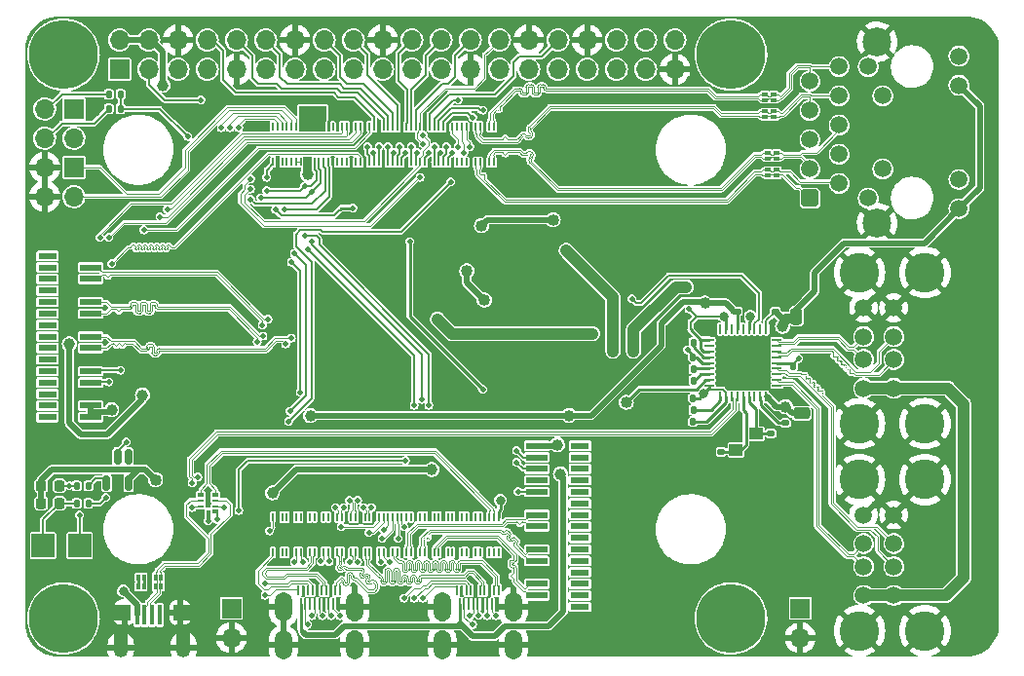
<source format=gtl>
G04 #@! TF.GenerationSoftware,KiCad,Pcbnew,(6.0.2-0)*
G04 #@! TF.CreationDate,2022-04-26T16:32:31-05:00*
G04 #@! TF.ProjectId,Pi2CM4,50693243-4d34-42e6-9b69-6361645f7063,rev?*
G04 #@! TF.SameCoordinates,Original*
G04 #@! TF.FileFunction,Copper,L1,Top*
G04 #@! TF.FilePolarity,Positive*
%FSLAX46Y46*%
G04 Gerber Fmt 4.6, Leading zero omitted, Abs format (unit mm)*
G04 Created by KiCad (PCBNEW (6.0.2-0)) date 2022-04-26 16:32:31*
%MOMM*%
%LPD*%
G01*
G04 APERTURE LIST*
G04 Aperture macros list*
%AMRoundRect*
0 Rectangle with rounded corners*
0 $1 Rounding radius*
0 $2 $3 $4 $5 $6 $7 $8 $9 X,Y pos of 4 corners*
0 Add a 4 corners polygon primitive as box body*
4,1,4,$2,$3,$4,$5,$6,$7,$8,$9,$2,$3,0*
0 Add four circle primitives for the rounded corners*
1,1,$1+$1,$2,$3*
1,1,$1+$1,$4,$5*
1,1,$1+$1,$6,$7*
1,1,$1+$1,$8,$9*
0 Add four rect primitives between the rounded corners*
20,1,$1+$1,$2,$3,$4,$5,0*
20,1,$1+$1,$4,$5,$6,$7,0*
20,1,$1+$1,$6,$7,$8,$9,0*
20,1,$1+$1,$8,$9,$2,$3,0*%
G04 Aperture macros list end*
G04 #@! TA.AperFunction,SMDPad,CuDef*
%ADD10RoundRect,0.150000X-0.150000X0.512500X-0.150000X-0.512500X0.150000X-0.512500X0.150000X0.512500X0*%
G04 #@! TD*
G04 #@! TA.AperFunction,SMDPad,CuDef*
%ADD11RoundRect,0.135000X0.185000X-0.135000X0.185000X0.135000X-0.185000X0.135000X-0.185000X-0.135000X0*%
G04 #@! TD*
G04 #@! TA.AperFunction,SMDPad,CuDef*
%ADD12R,1.850000X0.600000*%
G04 #@! TD*
G04 #@! TA.AperFunction,SMDPad,CuDef*
%ADD13R,1.650000X0.600000*%
G04 #@! TD*
G04 #@! TA.AperFunction,SMDPad,CuDef*
%ADD14RoundRect,0.135000X-0.135000X-0.185000X0.135000X-0.185000X0.135000X0.185000X-0.135000X0.185000X0*%
G04 #@! TD*
G04 #@! TA.AperFunction,SMDPad,CuDef*
%ADD15RoundRect,0.140000X0.170000X-0.140000X0.170000X0.140000X-0.170000X0.140000X-0.170000X-0.140000X0*%
G04 #@! TD*
G04 #@! TA.AperFunction,SMDPad,CuDef*
%ADD16R,0.230000X0.850000*%
G04 #@! TD*
G04 #@! TA.AperFunction,SMDPad,CuDef*
%ADD17R,0.230000X1.000000*%
G04 #@! TD*
G04 #@! TA.AperFunction,ComponentPad*
%ADD18O,1.500000X2.550000*%
G04 #@! TD*
G04 #@! TA.AperFunction,SMDPad,CuDef*
%ADD19RoundRect,0.140000X0.140000X0.170000X-0.140000X0.170000X-0.140000X-0.170000X0.140000X-0.170000X0*%
G04 #@! TD*
G04 #@! TA.AperFunction,SMDPad,CuDef*
%ADD20RoundRect,0.135000X0.135000X0.185000X-0.135000X0.185000X-0.135000X-0.185000X0.135000X-0.185000X0*%
G04 #@! TD*
G04 #@! TA.AperFunction,SMDPad,CuDef*
%ADD21R,0.575000X0.300000*%
G04 #@! TD*
G04 #@! TA.AperFunction,SMDPad,CuDef*
%ADD22R,0.575000X0.250000*%
G04 #@! TD*
G04 #@! TA.AperFunction,SMDPad,CuDef*
%ADD23R,0.350000X0.630000*%
G04 #@! TD*
G04 #@! TA.AperFunction,SMDPad,CuDef*
%ADD24R,2.000000X2.000000*%
G04 #@! TD*
G04 #@! TA.AperFunction,WasherPad*
%ADD25C,6.000000*%
G04 #@! TD*
G04 #@! TA.AperFunction,ComponentPad*
%ADD26RoundRect,0.250500X0.499500X-0.499500X0.499500X0.499500X-0.499500X0.499500X-0.499500X-0.499500X0*%
G04 #@! TD*
G04 #@! TA.AperFunction,ComponentPad*
%ADD27C,1.500000*%
G04 #@! TD*
G04 #@! TA.AperFunction,ComponentPad*
%ADD28C,2.500000*%
G04 #@! TD*
G04 #@! TA.AperFunction,SMDPad,CuDef*
%ADD29R,0.300000X0.550000*%
G04 #@! TD*
G04 #@! TA.AperFunction,SMDPad,CuDef*
%ADD30R,0.400000X0.550000*%
G04 #@! TD*
G04 #@! TA.AperFunction,SMDPad,CuDef*
%ADD31R,1.150000X1.000000*%
G04 #@! TD*
G04 #@! TA.AperFunction,SMDPad,CuDef*
%ADD32R,0.550000X0.300000*%
G04 #@! TD*
G04 #@! TA.AperFunction,SMDPad,CuDef*
%ADD33R,0.550000X0.400000*%
G04 #@! TD*
G04 #@! TA.AperFunction,ComponentPad*
%ADD34C,3.450000*%
G04 #@! TD*
G04 #@! TA.AperFunction,SMDPad,CuDef*
%ADD35RoundRect,0.140000X-0.140000X-0.170000X0.140000X-0.170000X0.140000X0.170000X-0.140000X0.170000X0*%
G04 #@! TD*
G04 #@! TA.AperFunction,ComponentPad*
%ADD36R,1.700000X1.700000*%
G04 #@! TD*
G04 #@! TA.AperFunction,ComponentPad*
%ADD37O,1.700000X1.700000*%
G04 #@! TD*
G04 #@! TA.AperFunction,SMDPad,CuDef*
%ADD38R,0.200000X0.700000*%
G04 #@! TD*
G04 #@! TA.AperFunction,SMDPad,CuDef*
%ADD39RoundRect,0.250000X-0.475000X0.250000X-0.475000X-0.250000X0.475000X-0.250000X0.475000X0.250000X0*%
G04 #@! TD*
G04 #@! TA.AperFunction,SMDPad,CuDef*
%ADD40RoundRect,0.218750X0.218750X0.256250X-0.218750X0.256250X-0.218750X-0.256250X0.218750X-0.256250X0*%
G04 #@! TD*
G04 #@! TA.AperFunction,SMDPad,CuDef*
%ADD41R,0.400000X1.750000*%
G04 #@! TD*
G04 #@! TA.AperFunction,SMDPad,CuDef*
%ADD42R,2.000000X1.400000*%
G04 #@! TD*
G04 #@! TA.AperFunction,ComponentPad*
%ADD43O,1.300000X1.700000*%
G04 #@! TD*
G04 #@! TA.AperFunction,ComponentPad*
%ADD44O,1.000000X1.400000*%
G04 #@! TD*
G04 #@! TA.AperFunction,SMDPad,CuDef*
%ADD45R,1.300000X2.000000*%
G04 #@! TD*
G04 #@! TA.AperFunction,SMDPad,CuDef*
%ADD46R,1.825000X0.700000*%
G04 #@! TD*
G04 #@! TA.AperFunction,SMDPad,CuDef*
%ADD47RoundRect,0.062500X0.350000X0.062500X-0.350000X0.062500X-0.350000X-0.062500X0.350000X-0.062500X0*%
G04 #@! TD*
G04 #@! TA.AperFunction,SMDPad,CuDef*
%ADD48RoundRect,0.062500X0.062500X0.350000X-0.062500X0.350000X-0.062500X-0.350000X0.062500X-0.350000X0*%
G04 #@! TD*
G04 #@! TA.AperFunction,SMDPad,CuDef*
%ADD49R,3.700000X3.700000*%
G04 #@! TD*
G04 #@! TA.AperFunction,SMDPad,CuDef*
%ADD50RoundRect,0.140000X-0.170000X0.140000X-0.170000X-0.140000X0.170000X-0.140000X0.170000X0.140000X0*%
G04 #@! TD*
G04 #@! TA.AperFunction,SMDPad,CuDef*
%ADD51RoundRect,0.250000X-0.250000X-0.475000X0.250000X-0.475000X0.250000X0.475000X-0.250000X0.475000X0*%
G04 #@! TD*
G04 #@! TA.AperFunction,ViaPad*
%ADD52C,0.459994*%
G04 #@! TD*
G04 #@! TA.AperFunction,ViaPad*
%ADD53C,1.016000*%
G04 #@! TD*
G04 #@! TA.AperFunction,ViaPad*
%ADD54C,0.800000*%
G04 #@! TD*
G04 #@! TA.AperFunction,ViaPad*
%ADD55C,1.000000*%
G04 #@! TD*
G04 #@! TA.AperFunction,Conductor*
%ADD56C,0.117348*%
G04 #@! TD*
G04 #@! TA.AperFunction,Conductor*
%ADD57C,0.088900*%
G04 #@! TD*
G04 #@! TA.AperFunction,Conductor*
%ADD58C,0.500000*%
G04 #@! TD*
G04 #@! TA.AperFunction,Conductor*
%ADD59C,0.250000*%
G04 #@! TD*
G04 #@! TA.AperFunction,Conductor*
%ADD60C,1.016000*%
G04 #@! TD*
G04 #@! TA.AperFunction,Conductor*
%ADD61C,1.000000*%
G04 #@! TD*
G04 #@! TA.AperFunction,Conductor*
%ADD62C,0.508000*%
G04 #@! TD*
G04 #@! TA.AperFunction,Conductor*
%ADD63C,0.200000*%
G04 #@! TD*
G04 #@! TA.AperFunction,Conductor*
%ADD64C,0.304800*%
G04 #@! TD*
G04 APERTURE END LIST*
D10*
X29144000Y-58425500D03*
X28194000Y-58425500D03*
X27244000Y-58425500D03*
X27244000Y-60700500D03*
X29144000Y-60700500D03*
D11*
X86233000Y-56517000D03*
X86233000Y-55497000D03*
D12*
X25859994Y-40999994D03*
X25859994Y-41999994D03*
X25859994Y-42999994D03*
X25859994Y-43999994D03*
X25859994Y-44999994D03*
X25859994Y-45999994D03*
X25859994Y-46999994D03*
X25859994Y-47999994D03*
X25859994Y-48999994D03*
X25859994Y-49999994D03*
X25859994Y-50999994D03*
X25859994Y-51999994D03*
X25859994Y-52999994D03*
X25859994Y-53999994D03*
X25859994Y-54999994D03*
D13*
X22109994Y-54999994D03*
X22109994Y-53999994D03*
X22109994Y-52999994D03*
X22109994Y-51999994D03*
X22109994Y-50999994D03*
X22109994Y-49999994D03*
X22109994Y-48999994D03*
X22109994Y-47999994D03*
X22109994Y-46999994D03*
X22109994Y-45999994D03*
X22109994Y-44999994D03*
X22109994Y-43999994D03*
X22109994Y-42999994D03*
X22109994Y-41999994D03*
X22109994Y-40999994D03*
D14*
X24634000Y-60960000D03*
X25654000Y-60960000D03*
D15*
X80645000Y-58011000D03*
X80645000Y-57051000D03*
D16*
X61300000Y-70055000D03*
D17*
X61100000Y-71280000D03*
D16*
X60900000Y-70055000D03*
D17*
X60700000Y-71280000D03*
D16*
X60500000Y-70055000D03*
D17*
X60300000Y-71280000D03*
D16*
X60100000Y-70055000D03*
D17*
X59900000Y-71280000D03*
D16*
X59700000Y-70055000D03*
D17*
X59500000Y-71280000D03*
D16*
X59300000Y-70055000D03*
D17*
X59100000Y-71280000D03*
D16*
X58900000Y-70055000D03*
D17*
X58700000Y-71280000D03*
D16*
X58500000Y-70055000D03*
D17*
X58300000Y-71280000D03*
D16*
X58100000Y-70055000D03*
D17*
X57900000Y-71280000D03*
D16*
X57700000Y-70055000D03*
D18*
X62600000Y-71470000D03*
X62600000Y-74830000D03*
X56400000Y-71470000D03*
X56400000Y-74830000D03*
D19*
X78204000Y-55372000D03*
X77244000Y-55372000D03*
D20*
X78234000Y-48514000D03*
X77214000Y-48514000D03*
D21*
X36705500Y-63234000D03*
D22*
X36705500Y-62734000D03*
X36705500Y-62234000D03*
D21*
X36705500Y-61734000D03*
D23*
X36068000Y-61624000D03*
D21*
X35430500Y-61734000D03*
D22*
X35430500Y-62234000D03*
X35430500Y-62734000D03*
D21*
X35430500Y-63234000D03*
D23*
X36068000Y-63344000D03*
D24*
X24892000Y-66167000D03*
D15*
X82042000Y-45819000D03*
X82042000Y-44859000D03*
D25*
X81500000Y-23500000D03*
D12*
X64640000Y-71500000D03*
X64640000Y-70500000D03*
X64640000Y-69500000D03*
X64640000Y-68500000D03*
X64640000Y-67500000D03*
X64640000Y-66500000D03*
X64640000Y-65500000D03*
X64640000Y-64500000D03*
X64640000Y-63500000D03*
X64640000Y-62500000D03*
X64640000Y-61500000D03*
X64640000Y-60500000D03*
X64640000Y-59500000D03*
X64640000Y-58500000D03*
X64640000Y-57500000D03*
D13*
X68390000Y-57500000D03*
X68390000Y-58500000D03*
X68390000Y-59500000D03*
X68390000Y-60500000D03*
X68390000Y-61500000D03*
X68390000Y-62500000D03*
X68390000Y-63500000D03*
X68390000Y-64500000D03*
X68390000Y-65500000D03*
X68390000Y-66500000D03*
X68390000Y-67500000D03*
X68390000Y-68500000D03*
X68390000Y-69500000D03*
X68390000Y-70500000D03*
X68390000Y-71500000D03*
D19*
X78204000Y-53340000D03*
X77244000Y-53340000D03*
D20*
X78234000Y-50800000D03*
X77214000Y-50800000D03*
D26*
X88360000Y-35965000D03*
D27*
X90900000Y-34695000D03*
X88360000Y-33425000D03*
X90900000Y-32155000D03*
X88360000Y-30885000D03*
X90900000Y-29615000D03*
X88360000Y-28345000D03*
X90900000Y-27075000D03*
X88360000Y-25805000D03*
X90900000Y-24535000D03*
X93420000Y-35965000D03*
X94690000Y-33425000D03*
X94690000Y-27075000D03*
X93420000Y-24535000D03*
X101310000Y-36880000D03*
X101310000Y-34340000D03*
X101310000Y-26160000D03*
X101310000Y-23620000D03*
D28*
X94200000Y-38125000D03*
X94200000Y-22375000D03*
D29*
X29988000Y-69727000D03*
X30488000Y-69727000D03*
D30*
X30988000Y-69727000D03*
D29*
X31488000Y-69727000D03*
X31988000Y-69727000D03*
X31988000Y-68957000D03*
X31488000Y-68957000D03*
D30*
X30988000Y-68957000D03*
D29*
X30488000Y-68957000D03*
X29988000Y-68957000D03*
D19*
X78204000Y-49784000D03*
X77244000Y-49784000D03*
D31*
X83679000Y-56450000D03*
X81929000Y-56450000D03*
X81929000Y-57850000D03*
X83679000Y-57850000D03*
D20*
X78234000Y-51816000D03*
X77214000Y-51816000D03*
D24*
X21717000Y-66167000D03*
D32*
X84451000Y-26940000D03*
X84451000Y-27440000D03*
D33*
X84451000Y-27940000D03*
D32*
X84451000Y-28440000D03*
X84451000Y-28940000D03*
X85221000Y-28940000D03*
X85221000Y-28440000D03*
D33*
X85221000Y-27940000D03*
D32*
X85221000Y-27440000D03*
X85221000Y-26940000D03*
D25*
X81500000Y-72500000D03*
D34*
X92680000Y-42430000D03*
X92680000Y-55570000D03*
X98360000Y-42430000D03*
X98360000Y-55570000D03*
D27*
X95650000Y-45500000D03*
X95650000Y-48000000D03*
X95650000Y-50000000D03*
X95650000Y-52500000D03*
X93030000Y-45500000D03*
X93030000Y-48000000D03*
X93030000Y-50000000D03*
X93030000Y-52500000D03*
D35*
X86896000Y-50546000D03*
X87856000Y-50546000D03*
D25*
X23500000Y-72500000D03*
D27*
X93030000Y-70500000D03*
X93030000Y-68000000D03*
X93030000Y-66000000D03*
X93030000Y-63500000D03*
X95650000Y-70500000D03*
X95650000Y-68000000D03*
X95650000Y-66000000D03*
X95650000Y-63500000D03*
D34*
X98360000Y-73570000D03*
X98360000Y-60430000D03*
X92680000Y-73570000D03*
X92680000Y-60430000D03*
D14*
X24636000Y-62484000D03*
X25656000Y-62484000D03*
D16*
X47520000Y-70055000D03*
D17*
X47320000Y-71280000D03*
D16*
X47120000Y-70055000D03*
D17*
X46920000Y-71280000D03*
D16*
X46720000Y-70055000D03*
D17*
X46520000Y-71280000D03*
D16*
X46320000Y-70055000D03*
D17*
X46120000Y-71280000D03*
D16*
X45920000Y-70055000D03*
D17*
X45720000Y-71280000D03*
D16*
X45520000Y-70055000D03*
D17*
X45320000Y-71280000D03*
D16*
X45120000Y-70055000D03*
D17*
X44920000Y-71280000D03*
D16*
X44720000Y-70055000D03*
D17*
X44520000Y-71280000D03*
D16*
X44320000Y-70055000D03*
D17*
X44120000Y-71280000D03*
D16*
X43920000Y-70055000D03*
D18*
X48820000Y-71470000D03*
X48820000Y-74830000D03*
X42620000Y-71470000D03*
X42620000Y-74830000D03*
D36*
X38100000Y-71623000D03*
D37*
X38100000Y-74163000D03*
D36*
X87528000Y-71628000D03*
D37*
X87528000Y-74168000D03*
D38*
X61300000Y-29760000D03*
X61300000Y-32840000D03*
X60900000Y-29760000D03*
X60900000Y-32840000D03*
X60500000Y-29760000D03*
X60500000Y-32840000D03*
X60100000Y-29760000D03*
X60100000Y-32840000D03*
X59700000Y-29760000D03*
X59700000Y-32840000D03*
X59300000Y-29760000D03*
X59300000Y-32840000D03*
X58900000Y-29760000D03*
X58900000Y-32840000D03*
X58500000Y-29760000D03*
X58500000Y-32840000D03*
X58100000Y-29760000D03*
X58100000Y-32840000D03*
X57700000Y-29760000D03*
X57700000Y-32840000D03*
X57300000Y-29760000D03*
X57300000Y-32840000D03*
X56900000Y-29760000D03*
X56900000Y-32840000D03*
X56500000Y-29760000D03*
X56500000Y-32840000D03*
X56100000Y-29760000D03*
X56100000Y-32840000D03*
X55700000Y-29760000D03*
X55700000Y-32840000D03*
X55300000Y-29760000D03*
X55300000Y-32840000D03*
X54900000Y-29760000D03*
X54900000Y-32840000D03*
X54500000Y-29760000D03*
X54500000Y-32840000D03*
X54100000Y-29760000D03*
X54100000Y-32840000D03*
X53700000Y-29760000D03*
X53700000Y-32840000D03*
X53300000Y-29760000D03*
X53300000Y-32840000D03*
X52900000Y-29760000D03*
X52900000Y-32840000D03*
X52500000Y-29760000D03*
X52500000Y-32840000D03*
X52100000Y-29760000D03*
X52100000Y-32840000D03*
X51700000Y-29760000D03*
X51700000Y-32840000D03*
X51300000Y-29760000D03*
X51300000Y-32840000D03*
X50900000Y-29760000D03*
X50900000Y-32840000D03*
X50500000Y-29760000D03*
X50500000Y-32840000D03*
X50100000Y-29760000D03*
X50100000Y-32840000D03*
X49700000Y-29760000D03*
X49700000Y-32840000D03*
X49300000Y-29760000D03*
X49300000Y-32840000D03*
X48900000Y-29760000D03*
X48900000Y-32840000D03*
X48500000Y-29760000D03*
X48500000Y-32840000D03*
X48100000Y-29760000D03*
X48100000Y-32840000D03*
X47700000Y-29760000D03*
X47700000Y-32840000D03*
X47300000Y-29760000D03*
X47300000Y-32840000D03*
X46900000Y-29760000D03*
X46900000Y-32840000D03*
X46500000Y-29760000D03*
X46500000Y-32840000D03*
X46100000Y-29760000D03*
X46100000Y-32840000D03*
X45700000Y-29760000D03*
X45700000Y-32840000D03*
X45300000Y-29760000D03*
X45300000Y-32840000D03*
X44900000Y-29760000D03*
X44900000Y-32840000D03*
X44500000Y-29760000D03*
X44500000Y-32840000D03*
X44100000Y-29760000D03*
X44100000Y-32840000D03*
X43700000Y-29760000D03*
X43700000Y-32840000D03*
X43300000Y-29760000D03*
X43300000Y-32840000D03*
X42900000Y-29760000D03*
X42900000Y-32840000D03*
X42500000Y-29760000D03*
X42500000Y-32840000D03*
X42100000Y-29760000D03*
X42100000Y-32840000D03*
X41700000Y-29760000D03*
X41700000Y-32840000D03*
X61300000Y-63680000D03*
X61300000Y-66760000D03*
X60900000Y-63680000D03*
X60900000Y-66760000D03*
X60500000Y-63680000D03*
X60500000Y-66760000D03*
X60100000Y-63680000D03*
X60100000Y-66760000D03*
X59700000Y-63680000D03*
X59700000Y-66760000D03*
X59300000Y-63680000D03*
X59300000Y-66760000D03*
X58900000Y-63680000D03*
X58900000Y-66760000D03*
X58500000Y-63680000D03*
X58500000Y-66760000D03*
X58100000Y-63680000D03*
X58100000Y-66760000D03*
X57700000Y-63680000D03*
X57700000Y-66760000D03*
X57300000Y-63680000D03*
X57300000Y-66760000D03*
X56900000Y-63680000D03*
X56900000Y-66760000D03*
X56500000Y-63680000D03*
X56500000Y-66760000D03*
X56100000Y-63680000D03*
X56100000Y-66760000D03*
X55700000Y-63680000D03*
X55700000Y-66760000D03*
X55300000Y-63680000D03*
X55300000Y-66760000D03*
X54900000Y-63680000D03*
X54900000Y-66760000D03*
X54500000Y-63680000D03*
X54500000Y-66760000D03*
X54100000Y-63680000D03*
X54100000Y-66760000D03*
X53700000Y-63680000D03*
X53700000Y-66760000D03*
X53300000Y-63680000D03*
X53300000Y-66760000D03*
X52900000Y-63680000D03*
X52900000Y-66760000D03*
X52500000Y-63680000D03*
X52500000Y-66760000D03*
X52100000Y-63680000D03*
X52100000Y-66760000D03*
X51700000Y-63680000D03*
X51700000Y-66760000D03*
X51300000Y-63680000D03*
X51300000Y-66760000D03*
X50900000Y-63680000D03*
X50900000Y-66760000D03*
X50500000Y-63680000D03*
X50500000Y-66760000D03*
X50100000Y-63680000D03*
X50100000Y-66760000D03*
X49700000Y-63680000D03*
X49700000Y-66760000D03*
X49300000Y-63680000D03*
X49300000Y-66760000D03*
X48900000Y-63680000D03*
X48900000Y-66760000D03*
X48500000Y-63680000D03*
X48500000Y-66760000D03*
X48100000Y-63680000D03*
X48100000Y-66760000D03*
X47700000Y-63680000D03*
X47700000Y-66760000D03*
X47300000Y-63680000D03*
X47300000Y-66760000D03*
X46900000Y-63680000D03*
X46900000Y-66760000D03*
X46500000Y-63680000D03*
X46500000Y-66760000D03*
X46100000Y-63680000D03*
X46100000Y-66760000D03*
X45700000Y-63680000D03*
X45700000Y-66760000D03*
X45300000Y-63680000D03*
X45300000Y-66760000D03*
X44900000Y-63680000D03*
X44900000Y-66760000D03*
X44500000Y-63680000D03*
X44500000Y-66760000D03*
X44100000Y-63680000D03*
X44100000Y-66760000D03*
X43700000Y-63680000D03*
X43700000Y-66760000D03*
X43300000Y-63680000D03*
X43300000Y-66760000D03*
X42900000Y-63680000D03*
X42900000Y-66760000D03*
X42500000Y-63680000D03*
X42500000Y-66760000D03*
X42100000Y-63680000D03*
X42100000Y-66760000D03*
X41700000Y-63680000D03*
X41700000Y-66760000D03*
D39*
X87630000Y-54676000D03*
X87630000Y-56576000D03*
D32*
X84705000Y-32020000D03*
X84705000Y-32520000D03*
D33*
X84705000Y-33020000D03*
D32*
X84705000Y-33520000D03*
X84705000Y-34020000D03*
X85475000Y-34020000D03*
X85475000Y-33520000D03*
D33*
X85475000Y-33020000D03*
D32*
X85475000Y-32520000D03*
X85475000Y-32020000D03*
D20*
X28450000Y-26924000D03*
X27430000Y-26924000D03*
D40*
X23139500Y-62484000D03*
X21564500Y-62484000D03*
D41*
X29899988Y-72210000D03*
X30549988Y-72210000D03*
X31199988Y-72210000D03*
X31849988Y-72210000D03*
X32499988Y-72210000D03*
D42*
X28349988Y-71970000D03*
D43*
X28474988Y-75030000D03*
D42*
X34099988Y-71970000D03*
D44*
X28774988Y-72000000D03*
D43*
X33924988Y-75030000D03*
D44*
X33624988Y-72000000D03*
D45*
X28474988Y-74100000D03*
D46*
X34187488Y-73330000D03*
X28212488Y-73330000D03*
D45*
X33924988Y-74100000D03*
D20*
X78234000Y-54356000D03*
X77214000Y-54356000D03*
X28448000Y-28192000D03*
X27428000Y-28192000D03*
D40*
X23139500Y-60960000D03*
X21564500Y-60960000D03*
D36*
X24404000Y-28214000D03*
D37*
X21864000Y-28214000D03*
X24404000Y-30754000D03*
X21864000Y-30754000D03*
D47*
X85487500Y-52292000D03*
X85487500Y-51792000D03*
X85487500Y-51292000D03*
X85487500Y-50792000D03*
X85487500Y-50292000D03*
X85487500Y-49792000D03*
X85487500Y-49292000D03*
X85487500Y-48792000D03*
X85487500Y-48292000D03*
D48*
X84550000Y-47354500D03*
X84050000Y-47354500D03*
X83550000Y-47354500D03*
X83050000Y-47354500D03*
X82550000Y-47354500D03*
X82050000Y-47354500D03*
X81550000Y-47354500D03*
X81050000Y-47354500D03*
X80550000Y-47354500D03*
D47*
X79612500Y-48292000D03*
X79612500Y-48792000D03*
X79612500Y-49292000D03*
X79612500Y-49792000D03*
X79612500Y-50292000D03*
X79612500Y-50792000D03*
X79612500Y-51292000D03*
X79612500Y-51792000D03*
X79612500Y-52292000D03*
D48*
X80550000Y-53229500D03*
X81050000Y-53229500D03*
X81550000Y-53229500D03*
X82050000Y-53229500D03*
X82550000Y-53229500D03*
X83050000Y-53229500D03*
X83550000Y-53229500D03*
X84050000Y-53229500D03*
X84550000Y-53229500D03*
D49*
X82550000Y-50292000D03*
D25*
X23500000Y-23500000D03*
D50*
X84963000Y-56416000D03*
X84963000Y-57376000D03*
D36*
X28369997Y-24770001D03*
D37*
X28369997Y-22230001D03*
X30909997Y-24770001D03*
X30909997Y-22230001D03*
X33449997Y-24770001D03*
X33449997Y-22230001D03*
X35989997Y-24770001D03*
X35989997Y-22230001D03*
X38529997Y-24770001D03*
X38529997Y-22230001D03*
X41069997Y-24770001D03*
X41069997Y-22230001D03*
X43609997Y-24770001D03*
X43609997Y-22230001D03*
X46149997Y-24770001D03*
X46149997Y-22230001D03*
X48689997Y-24770001D03*
X48689997Y-22230001D03*
X51229997Y-24770001D03*
X51229997Y-22230001D03*
X53769997Y-24770001D03*
X53769997Y-22230001D03*
X56309997Y-24770001D03*
X56309997Y-22230001D03*
X58849997Y-24770001D03*
X58849997Y-22230001D03*
X61389997Y-24770001D03*
X61389997Y-22230001D03*
X63929997Y-24770001D03*
X63929997Y-22230001D03*
X66469997Y-24770001D03*
X66469997Y-22230001D03*
X69009997Y-24770001D03*
X69009997Y-22230001D03*
X71549997Y-24770001D03*
X71549997Y-22230001D03*
X74089997Y-24770001D03*
X74089997Y-22230001D03*
X76629997Y-24770001D03*
X76629997Y-22230001D03*
D15*
X85344000Y-45819000D03*
X85344000Y-44859000D03*
D51*
X87188000Y-46228000D03*
X89088000Y-46228000D03*
D36*
X24404000Y-33294000D03*
D37*
X21864000Y-33294000D03*
X24404000Y-35834000D03*
X21864000Y-35834000D03*
D52*
X35052000Y-63754000D03*
X63119000Y-51435000D03*
X63881000Y-51435000D03*
X63881000Y-52197000D03*
X64643000Y-52959000D03*
X65405000Y-52959000D03*
X64643000Y-52197000D03*
X64643000Y-51435000D03*
X65405000Y-51435000D03*
X65405000Y-52197000D03*
X66167000Y-52959000D03*
X66167000Y-52197000D03*
X66167000Y-51435000D03*
X66929000Y-52959000D03*
X67691000Y-52959000D03*
X68453000Y-52959000D03*
X69215000Y-52959000D03*
X69977000Y-52959000D03*
X70739000Y-52197000D03*
X66929000Y-52197000D03*
X66929000Y-51435000D03*
X67691000Y-52197000D03*
X68453000Y-52197000D03*
X69215000Y-52197000D03*
X69977000Y-52197000D03*
X69977000Y-51435000D03*
X69977000Y-50673000D03*
X69977000Y-49911000D03*
X69215000Y-49911000D03*
X69215000Y-50673000D03*
X69215000Y-51435000D03*
X68453000Y-51435000D03*
X67691000Y-51435000D03*
X73025000Y-39751000D03*
X73787000Y-39751000D03*
X75311000Y-38227000D03*
X73787000Y-38989000D03*
X73025000Y-38989000D03*
X73025000Y-38227000D03*
X73787000Y-38227000D03*
X74549000Y-38227000D03*
X74549000Y-37465000D03*
X73787000Y-37465000D03*
X73025000Y-37465000D03*
X72263000Y-37465000D03*
X71501000Y-37465000D03*
X70739000Y-37465000D03*
X69977000Y-37465000D03*
X54483000Y-35560000D03*
X53848000Y-36195000D03*
X53213000Y-36957000D03*
X52578000Y-37592000D03*
X86360000Y-33020000D03*
X83820000Y-33020000D03*
X64389000Y-34798000D03*
X61722000Y-34798000D03*
X62611000Y-34798000D03*
X63500000Y-34798000D03*
X63500000Y-33909000D03*
X62611000Y-33909000D03*
X61722000Y-33909000D03*
X75184000Y-27305000D03*
X78867000Y-27305000D03*
X82296000Y-32512000D03*
X82296000Y-31623000D03*
X83185000Y-31623000D03*
X82296000Y-30734000D03*
X82296000Y-29972000D03*
X83185000Y-29972000D03*
X83185000Y-30734000D03*
X83947000Y-30734000D03*
X83947000Y-29972000D03*
X84836000Y-29972000D03*
X84836000Y-30734000D03*
X85725000Y-30734000D03*
X85725000Y-29972000D03*
X57531000Y-35306000D03*
X54610000Y-38100000D03*
X55626000Y-37211000D03*
X55626000Y-38100000D03*
X56642000Y-36322000D03*
X56642000Y-37211000D03*
X56642000Y-38100000D03*
X57531000Y-38100000D03*
X57531000Y-37211000D03*
X57531000Y-36322000D03*
X53594000Y-39751000D03*
X59944000Y-52578000D03*
D53*
X72390000Y-53721000D03*
X71247000Y-49276000D03*
X69469000Y-47752000D03*
X56007000Y-46482000D03*
X77597000Y-43688000D03*
X73025000Y-49276000D03*
D52*
X72898000Y-44704000D03*
D53*
X66040000Y-37846000D03*
X67183000Y-40513000D03*
X59817000Y-38354000D03*
X60071000Y-44831000D03*
X58547000Y-42291000D03*
D52*
X54356000Y-26797000D03*
X54991000Y-26162000D03*
X30226000Y-37465000D03*
X28956000Y-38862000D03*
X34417000Y-36830000D03*
X35179000Y-37592000D03*
X29337000Y-37465000D03*
X26670000Y-39370000D03*
X27432000Y-39370000D03*
X32512000Y-36957000D03*
X31877000Y-37592000D03*
X37592000Y-33655000D03*
X38354000Y-34417000D03*
X30480000Y-38735000D03*
X27686000Y-41656000D03*
X58801000Y-31496000D03*
D54*
X81534000Y-49276000D03*
D52*
X36957000Y-65405000D03*
D54*
X53594000Y-75184000D03*
X50546000Y-75184000D03*
X81534000Y-50292000D03*
X51562000Y-75184000D03*
X54610000Y-75184000D03*
D52*
X36068000Y-62484000D03*
X90551000Y-64262000D03*
X91694000Y-49657000D03*
X41148000Y-43815000D03*
X59817000Y-66040000D03*
X37846000Y-60579000D03*
X34544000Y-26924000D03*
X61849000Y-29972000D03*
X47879000Y-34544000D03*
X48514000Y-28956000D03*
X70414555Y-62736340D03*
X46863000Y-68834000D03*
X42164000Y-52959000D03*
X36957000Y-26924000D03*
X62357000Y-29464000D03*
D54*
X51562000Y-71120000D03*
D52*
X35560000Y-65659000D03*
X47879000Y-28575000D03*
X58039000Y-66040000D03*
D55*
X71120000Y-55245000D03*
D52*
X60706000Y-72898000D03*
D54*
X26289000Y-33909000D03*
D52*
X35052000Y-33147000D03*
X58928000Y-69088000D03*
X55372000Y-66040000D03*
X37846000Y-61341000D03*
X40386000Y-67437000D03*
X47879000Y-33782000D03*
D54*
X50546000Y-74168000D03*
D52*
X33909000Y-26289000D03*
X60833000Y-66040000D03*
D54*
X52578000Y-74168000D03*
D52*
X60452000Y-69342000D03*
X51181000Y-30607000D03*
X40513000Y-34671000D03*
X51816000Y-26162000D03*
X45593000Y-68199000D03*
X89662000Y-57023000D03*
X33909000Y-60452000D03*
D54*
X77978000Y-25654000D03*
D52*
X42037000Y-45847000D03*
X61722000Y-67818000D03*
D54*
X51562000Y-74168000D03*
D52*
X52451000Y-26797000D03*
D55*
X72390000Y-55245000D03*
D52*
X59563000Y-68199000D03*
X42037000Y-46609000D03*
X35306000Y-59436000D03*
D54*
X82550000Y-51308000D03*
D52*
X42164000Y-67691000D03*
D54*
X27305000Y-34925000D03*
X50546000Y-72136000D03*
D55*
X80010000Y-44069000D03*
D52*
X40894000Y-66929000D03*
X61849000Y-69088000D03*
X49276000Y-61468000D03*
X54102000Y-66040000D03*
X36195000Y-26289000D03*
X88773000Y-23876000D03*
D54*
X81534000Y-51308000D03*
D52*
X41148000Y-37465000D03*
D54*
X82550000Y-50292000D03*
D52*
X39116000Y-39497000D03*
D55*
X81280000Y-44069000D03*
D54*
X26289000Y-34925000D03*
X53594000Y-72136000D03*
X52578000Y-75184000D03*
D52*
X47117000Y-72898000D03*
X89535000Y-23876000D03*
D54*
X83566000Y-51308000D03*
X88900000Y-50038000D03*
D52*
X39878000Y-38735000D03*
D54*
X54610000Y-74168000D03*
X82550000Y-49276000D03*
D52*
X42799000Y-42291000D03*
X57150000Y-66040000D03*
D54*
X51562000Y-72136000D03*
X83566000Y-50292000D03*
X83566000Y-49276000D03*
D52*
X40894000Y-29845000D03*
D54*
X53594000Y-74168000D03*
D52*
X50673000Y-62230000D03*
D54*
X50546000Y-71120000D03*
X52578000Y-72136000D03*
D52*
X46736000Y-62230000D03*
X42672000Y-45212000D03*
D54*
X54610000Y-72136000D03*
D52*
X49276000Y-57150000D03*
X60071000Y-68707000D03*
X38354000Y-40259000D03*
X48133000Y-57150000D03*
X91567000Y-65278000D03*
X40259000Y-44704000D03*
X37211000Y-30988000D03*
D54*
X26289000Y-28448000D03*
D52*
X89662000Y-61341000D03*
X48133000Y-61468000D03*
X42037000Y-43053000D03*
X43434000Y-44450000D03*
D54*
X88900000Y-51054000D03*
D52*
X47879000Y-35433000D03*
X45466000Y-72898000D03*
X58928000Y-66040000D03*
X59944000Y-72898000D03*
X61087000Y-72263000D03*
X51816000Y-67564000D03*
X51054000Y-67564000D03*
X60325000Y-72263000D03*
X59582802Y-72238143D03*
X49054000Y-67570427D03*
X48346000Y-67570427D03*
X58801000Y-72263000D03*
X47625000Y-64516000D03*
X41021000Y-70485000D03*
X41402000Y-64897000D03*
X44704000Y-73025000D03*
X50038000Y-65024000D03*
X41021000Y-69469000D03*
X46736000Y-72263000D03*
X45874000Y-67542154D03*
X46582000Y-67542154D03*
X47498000Y-72263000D03*
X53086000Y-64516000D03*
X54737000Y-70739000D03*
X52578000Y-65532000D03*
X59055000Y-73025000D03*
X53975000Y-70739000D03*
X51181000Y-65532000D03*
X51308000Y-64770000D03*
X53086000Y-70739000D03*
X62992000Y-61468000D03*
X44704000Y-40386000D03*
X38735000Y-29845000D03*
X53975000Y-53975000D03*
X54610000Y-53467000D03*
X45085000Y-39751000D03*
X40640000Y-35941000D03*
X28448000Y-50927000D03*
X45085000Y-35433000D03*
X62865000Y-58928000D03*
X55245000Y-53975000D03*
X27432000Y-51943000D03*
X44450000Y-34925000D03*
X41148000Y-35306000D03*
X62865000Y-57912000D03*
X44450000Y-39243000D03*
X43303316Y-48136684D03*
X50254000Y-62857150D03*
X49546000Y-62857150D03*
X42802684Y-48637316D03*
X41271316Y-46485684D03*
X49054000Y-62230000D03*
X40770684Y-46986316D03*
X48346000Y-62230000D03*
X47854000Y-62851810D03*
X40826816Y-47946184D03*
X40326184Y-48446816D03*
X47146000Y-62851810D03*
X54737000Y-31242000D03*
X54483000Y-34163000D03*
X39751000Y-34290000D03*
X39751000Y-35179000D03*
X54737000Y-30480000D03*
X58293000Y-32004000D03*
X57150000Y-34544000D03*
X27178000Y-61976000D03*
X43053000Y-55372000D03*
X57785000Y-31496000D03*
X34290000Y-30607000D03*
X39751000Y-36068000D03*
X43307000Y-41529000D03*
X44069000Y-52832000D03*
X37211000Y-29845000D03*
X48641000Y-36830000D03*
X41910000Y-36957000D03*
X41148000Y-34163000D03*
X38735000Y-63119000D03*
X36830000Y-63881000D03*
X53213000Y-58801000D03*
D54*
X61468000Y-62230000D03*
D52*
X44323000Y-67564000D03*
X45974000Y-72263000D03*
X45085000Y-72263000D03*
X43561000Y-67564000D03*
D55*
X30353000Y-53086000D03*
X24003000Y-48641000D03*
D52*
X24892000Y-63500000D03*
X24003000Y-60960000D03*
D55*
X66675000Y-59944000D03*
D52*
X50419000Y-32004000D03*
X50927000Y-31496000D03*
X51689000Y-31496000D03*
X52197000Y-32004000D03*
X52705000Y-31496000D03*
X53213000Y-32004000D03*
X53721000Y-31496000D03*
X54229000Y-32004000D03*
X55245000Y-32004000D03*
X55753000Y-31496000D03*
X56261000Y-32004000D03*
X56769000Y-31496000D03*
X57785000Y-27432000D03*
X57277000Y-32004000D03*
X59944000Y-28321000D03*
X59055000Y-28978019D03*
X42672000Y-36957000D03*
D54*
X44577000Y-28702000D03*
D55*
X32131000Y-26162000D03*
D54*
X45593000Y-28702000D03*
D52*
X37973000Y-29845000D03*
X43561000Y-40767000D03*
X28956000Y-57150000D03*
X43180000Y-54483000D03*
X34674684Y-60702316D03*
X34671000Y-62865000D03*
X37465000Y-62865000D03*
X35175316Y-60201684D03*
D54*
X83185000Y-46228000D03*
D52*
X77851000Y-45593000D03*
D54*
X80899000Y-46228000D03*
D52*
X77724000Y-49149000D03*
X87376000Y-49911000D03*
D55*
X44704000Y-33909000D03*
X85979000Y-47117000D03*
X67437000Y-54864000D03*
X27686000Y-54356000D03*
X79248000Y-45085000D03*
D54*
X79121000Y-52959000D03*
D55*
X44958000Y-54864000D03*
X86233000Y-54102000D03*
X66421000Y-57404000D03*
D52*
X36068000Y-64008000D03*
D53*
X31496000Y-60452000D03*
D54*
X28702000Y-70104000D03*
D55*
X41656000Y-61595000D03*
X55499000Y-59563000D03*
D52*
X49911000Y-31496000D03*
X35433000Y-27432000D03*
D56*
X31488000Y-68957000D02*
X31488000Y-68544499D01*
X31488000Y-68544499D02*
X31628526Y-68403973D01*
X32212654Y-67708526D02*
X35133654Y-67708526D01*
X35133654Y-67708526D02*
X36085526Y-66756654D01*
X31628526Y-68403973D02*
X31628526Y-68292654D01*
X31628526Y-68292654D02*
X32212654Y-67708526D01*
X36085526Y-66756654D02*
X36085526Y-65549526D01*
X36085526Y-65549526D02*
X34163000Y-63627000D01*
X34163000Y-63627000D02*
X34163000Y-62611000D01*
X34163000Y-62611000D02*
X34540000Y-62234000D01*
X34540000Y-62234000D02*
X35430500Y-62234000D01*
D57*
X48100000Y-29760000D02*
X48100000Y-30513000D01*
X48006000Y-30607000D02*
X39116000Y-30607000D01*
X48100000Y-30513000D02*
X48006000Y-30607000D01*
X39116000Y-30607000D02*
X32893000Y-36830000D01*
X32893000Y-36830000D02*
X32639000Y-36830000D01*
X32639000Y-36830000D02*
X32512000Y-36957000D01*
D58*
X44958000Y-54864000D02*
X67437000Y-54864000D01*
D59*
X53594000Y-40894000D02*
X53594000Y-39751000D01*
X59944000Y-52578000D02*
X53594000Y-46228000D01*
X53594000Y-46228000D02*
X53594000Y-40894000D01*
D60*
X56007000Y-46482000D02*
X57277000Y-47752000D01*
X57277000Y-47752000D02*
X69469000Y-47752000D01*
D59*
X73533000Y-52578000D02*
X72390000Y-53721000D01*
X76454000Y-52578000D02*
X73533000Y-52578000D01*
D58*
X79248000Y-45085000D02*
X79121000Y-44958000D01*
X79121000Y-44958000D02*
X77343000Y-44958000D01*
X77343000Y-44958000D02*
X75438000Y-46863000D01*
X75438000Y-46863000D02*
X75438000Y-48768000D01*
X75438000Y-48768000D02*
X69342000Y-54864000D01*
X69342000Y-54864000D02*
X67437000Y-54864000D01*
D61*
X73025000Y-49276000D02*
X73025000Y-47371000D01*
X73025000Y-47371000D02*
X76708000Y-43688000D01*
X76708000Y-43688000D02*
X77597000Y-43688000D01*
X71247000Y-49276000D02*
X71247000Y-44577000D01*
X71247000Y-44577000D02*
X67183000Y-40513000D01*
D62*
X66040000Y-37846000D02*
X60325000Y-37846000D01*
X60325000Y-37846000D02*
X59817000Y-38354000D01*
D63*
X72898000Y-44704000D02*
X73279000Y-45085000D01*
X73279000Y-45085000D02*
X73660000Y-45085000D01*
X73660000Y-45085000D02*
X76073000Y-42672000D01*
X76073000Y-42672000D02*
X82423000Y-42672000D01*
X83550000Y-46879000D02*
X83550000Y-47354500D01*
X83947000Y-44196000D02*
X83947000Y-46482000D01*
X82423000Y-42672000D02*
X83947000Y-44196000D01*
X83947000Y-46482000D02*
X83550000Y-46879000D01*
D59*
X76454000Y-52578000D02*
X78486000Y-52578000D01*
X78486000Y-52578000D02*
X79272000Y-51792000D01*
X79272000Y-51792000D02*
X79612500Y-51792000D01*
D62*
X58547000Y-43307000D02*
X58547000Y-42291000D01*
X60071000Y-44831000D02*
X58547000Y-43307000D01*
D63*
X54610000Y-53467000D02*
X54610000Y-49530000D01*
X54610000Y-49530000D02*
X45085000Y-40005000D01*
X45085000Y-40005000D02*
X45085000Y-39751000D01*
X53975000Y-53975000D02*
X53975000Y-49657000D01*
X53975000Y-49657000D02*
X44704000Y-40386000D01*
X55245000Y-53975000D02*
X55245000Y-49530000D01*
X55245000Y-49530000D02*
X45720000Y-40005000D01*
X45720000Y-40005000D02*
X45720000Y-39497000D01*
X45720000Y-39497000D02*
X45466000Y-39243000D01*
X45466000Y-39243000D02*
X44450000Y-39243000D01*
X56310000Y-22230000D02*
X54991000Y-23549000D01*
X53721000Y-29739000D02*
X53700000Y-29760000D01*
X54991000Y-23549000D02*
X54991000Y-25273000D01*
X54991000Y-25273000D02*
X53721000Y-26543000D01*
X53721000Y-26543000D02*
X53721000Y-29739000D01*
D57*
X38862000Y-36322000D02*
X38862000Y-35560000D01*
X40894000Y-38354000D02*
X38862000Y-36322000D01*
X54483000Y-34163000D02*
X54356000Y-34163000D01*
X50165000Y-38354000D02*
X40894000Y-38354000D01*
X54356000Y-34163000D02*
X50165000Y-38354000D01*
X38862000Y-35560000D02*
X39243000Y-35179000D01*
X39243000Y-35179000D02*
X39243000Y-34798000D01*
X39243000Y-34798000D02*
X39751000Y-34290000D01*
X39751000Y-35179000D02*
X39243000Y-35687000D01*
X39243000Y-35687000D02*
X39243000Y-36322000D01*
X39243000Y-36322000D02*
X40894000Y-37973000D01*
X49617000Y-37973000D02*
X54500000Y-33090000D01*
X40894000Y-37973000D02*
X49617000Y-37973000D01*
X54500000Y-33090000D02*
X54500000Y-32840000D01*
D63*
X34290000Y-30607000D02*
X31875000Y-28192000D01*
X31875000Y-28192000D02*
X28448000Y-28192000D01*
D57*
X43700000Y-29760000D02*
X43700000Y-29095000D01*
X43700000Y-29095000D02*
X42672000Y-28067000D01*
X34036000Y-31750000D02*
X34036000Y-33274000D01*
X37719000Y-28067000D02*
X34036000Y-31750000D01*
X42672000Y-28067000D02*
X37719000Y-28067000D01*
X34036000Y-33274000D02*
X31750000Y-35560000D01*
X31750000Y-35560000D02*
X28956000Y-35560000D01*
X28956000Y-35560000D02*
X26690000Y-33294000D01*
X26690000Y-33294000D02*
X24404000Y-33294000D01*
X37846000Y-28321000D02*
X34290000Y-31877000D01*
X43300000Y-29203000D02*
X42418000Y-28321000D01*
X42418000Y-28321000D02*
X37846000Y-28321000D01*
X34290000Y-31877000D02*
X34290000Y-33528000D01*
X43300000Y-29760000D02*
X43300000Y-29203000D01*
X34290000Y-33528000D02*
X31984000Y-35834000D01*
X31984000Y-35834000D02*
X24404000Y-35834000D01*
D63*
X28448000Y-50927000D02*
X25933000Y-50927000D01*
X25933000Y-50927000D02*
X25860000Y-51000000D01*
D57*
X26670000Y-39370000D02*
X26670000Y-39116000D01*
X26670000Y-39116000D02*
X29337000Y-36449000D01*
X47625000Y-30353000D02*
X47700000Y-30278000D01*
X32893000Y-36449000D02*
X38989000Y-30353000D01*
X29337000Y-36449000D02*
X32893000Y-36449000D01*
X38989000Y-30353000D02*
X47625000Y-30353000D01*
X47700000Y-30278000D02*
X47700000Y-29760000D01*
X31750000Y-40386000D02*
G75*
G03*
X31877000Y-40513000I126999J-1D01*
G01*
X30353000Y-40513000D02*
G75*
G03*
X30480000Y-40386000I1J126999D01*
G01*
X32766000Y-40132000D02*
G75*
G03*
X32893000Y-40259000I126999J-1D01*
G01*
X32512000Y-40259000D02*
X32512000Y-40386000D01*
X32385000Y-40513000D02*
G75*
G03*
X32512000Y-40386000I1J126999D01*
G01*
X31750000Y-40386000D02*
X31750000Y-40259000D01*
X29464000Y-40132000D02*
G75*
G02*
X29591000Y-40005000I126999J1D01*
G01*
X32258000Y-40386000D02*
G75*
G03*
X32385000Y-40513000I126999J-1D01*
G01*
X32131000Y-40005000D02*
G75*
G02*
X32258000Y-40132000I1J-126999D01*
G01*
X32004000Y-40132000D02*
G75*
G02*
X32131000Y-40005000I126999J1D01*
G01*
X31623000Y-40005000D02*
G75*
G02*
X31750000Y-40132000I1J-126999D01*
G01*
X32512000Y-40132000D02*
G75*
G02*
X32639000Y-40005000I126999J1D01*
G01*
X29337000Y-40259000D02*
G75*
G03*
X29464000Y-40132000I1J126999D01*
G01*
X31242000Y-40386000D02*
G75*
G03*
X31369000Y-40513000I126999J-1D01*
G01*
X31496000Y-40132000D02*
G75*
G02*
X31623000Y-40005000I126999J1D01*
G01*
X31369000Y-40513000D02*
G75*
G03*
X31496000Y-40386000I1J126999D01*
G01*
X31115000Y-40005000D02*
G75*
G02*
X31242000Y-40132000I1J-126999D01*
G01*
X30988000Y-40132000D02*
G75*
G02*
X31115000Y-40005000I126999J1D01*
G01*
X29591000Y-40005000D02*
G75*
G02*
X29718000Y-40132000I1J-126999D01*
G01*
X32512000Y-40132000D02*
X32512000Y-40259000D01*
X30988000Y-40259000D02*
X30988000Y-40386000D01*
X30734000Y-40386000D02*
G75*
G03*
X30861000Y-40513000I126999J-1D01*
G01*
X30607000Y-40005000D02*
G75*
G02*
X30734000Y-40132000I1J-126999D01*
G01*
X31750000Y-40259000D02*
X31750000Y-40132000D01*
X30480000Y-40132000D02*
G75*
G02*
X30607000Y-40005000I126999J1D01*
G01*
X30099000Y-40005000D02*
G75*
G02*
X30226000Y-40132000I1J-126999D01*
G01*
X29718000Y-40259000D02*
X29718000Y-40132000D01*
X30226000Y-40386000D02*
G75*
G03*
X30353000Y-40513000I126999J-1D01*
G01*
X29972000Y-40132000D02*
G75*
G02*
X30099000Y-40005000I126999J1D01*
G01*
X31242000Y-40386000D02*
X31242000Y-40259000D01*
X30226000Y-40386000D02*
X30226000Y-40259000D01*
X29845000Y-40513000D02*
G75*
G03*
X29972000Y-40386000I1J126999D01*
G01*
X31496000Y-40259000D02*
X31496000Y-40386000D01*
X30861000Y-40513000D02*
G75*
G03*
X30988000Y-40386000I1J126999D01*
G01*
X29718000Y-40386000D02*
G75*
G03*
X29845000Y-40513000I126999J-1D01*
G01*
X49300000Y-32409000D02*
X49022000Y-32131000D01*
X49300000Y-32840000D02*
X49300000Y-32409000D01*
X32639000Y-40005000D02*
G75*
G02*
X32766000Y-40132000I1J-126999D01*
G01*
X49022000Y-32131000D02*
X41275000Y-32131000D01*
X41275000Y-32131000D02*
X33147000Y-40259000D01*
X33147000Y-40259000D02*
X32893000Y-40259000D01*
X31877000Y-40513000D02*
G75*
G03*
X32004000Y-40386000I1J126999D01*
G01*
X32258000Y-40386000D02*
X32258000Y-40259000D01*
X31242000Y-40259000D02*
X31242000Y-40132000D01*
X31496000Y-40132000D02*
X31496000Y-40259000D01*
X32258000Y-40259000D02*
X32258000Y-40132000D01*
X32004000Y-40132000D02*
X32004000Y-40259000D01*
X32004000Y-40259000D02*
X32004000Y-40386000D01*
X30988000Y-40132000D02*
X30988000Y-40259000D01*
X30734000Y-40386000D02*
X30734000Y-40259000D01*
X30734000Y-40259000D02*
X30734000Y-40132000D01*
X30480000Y-40132000D02*
X30480000Y-40259000D01*
X30480000Y-40259000D02*
X30480000Y-40386000D01*
X30226000Y-40259000D02*
X30226000Y-40132000D01*
X29972000Y-40132000D02*
X29972000Y-40259000D01*
X29972000Y-40259000D02*
X29972000Y-40386000D01*
X29718000Y-40386000D02*
X29718000Y-40259000D01*
X29337000Y-40259000D02*
X29083000Y-40259000D01*
X29083000Y-40259000D02*
X27686000Y-41656000D01*
X30480000Y-38735000D02*
X33274000Y-38735000D01*
X48768000Y-31623000D02*
X50100000Y-30291000D01*
X33274000Y-38735000D02*
X40386000Y-31623000D01*
X40386000Y-31623000D02*
X48768000Y-31623000D01*
X50100000Y-30291000D02*
X50100000Y-29760000D01*
D63*
X46736000Y-29083000D02*
X46500000Y-29319000D01*
X46500000Y-29319000D02*
X46500000Y-29760000D01*
D57*
X31877000Y-37592000D02*
X32512000Y-37592000D01*
X32512000Y-37592000D02*
X39243000Y-30861000D01*
X39243000Y-30861000D02*
X48260000Y-30861000D01*
X48260000Y-30861000D02*
X48900000Y-30221000D01*
X48900000Y-30221000D02*
X48900000Y-29760000D01*
X49300000Y-29760000D02*
X49300000Y-30329000D01*
X49300000Y-30329000D02*
X48514000Y-31115000D01*
X28702000Y-38100000D02*
X27432000Y-39370000D01*
X39370000Y-31115000D02*
X32385000Y-38100000D01*
X48514000Y-31115000D02*
X39370000Y-31115000D01*
X32385000Y-38100000D02*
X28702000Y-38100000D01*
D63*
X43053000Y-55372000D02*
X45085000Y-53340000D01*
X45085000Y-53340000D02*
X45085000Y-41529000D01*
X45085000Y-41529000D02*
X43688000Y-40132000D01*
X43688000Y-40132000D02*
X43688000Y-39116000D01*
X43688000Y-39116000D02*
X44069000Y-38735000D01*
X44069000Y-38735000D02*
X45847000Y-38735000D01*
X45847000Y-38735000D02*
X45974000Y-38862000D01*
X45974000Y-38862000D02*
X52832000Y-38862000D01*
X52832000Y-38862000D02*
X57150000Y-34544000D01*
X41148000Y-34163000D02*
X41148000Y-33528000D01*
X41700000Y-32976000D02*
X41700000Y-32840000D01*
X41148000Y-33528000D02*
X41700000Y-32976000D01*
D57*
X37211000Y-29845000D02*
X37211000Y-29591000D01*
X37211000Y-29591000D02*
X38227000Y-28575000D01*
X38227000Y-28575000D02*
X42164000Y-28575000D01*
X42164000Y-28575000D02*
X42900000Y-29311000D01*
X42900000Y-29311000D02*
X42900000Y-29760000D01*
X37973000Y-29845000D02*
X37973000Y-29527500D01*
X37973000Y-29527500D02*
X38671500Y-28829000D01*
X38671500Y-28829000D02*
X41910000Y-28829000D01*
X41910000Y-28829000D02*
X42500000Y-29419000D01*
X42500000Y-29419000D02*
X42500000Y-29760000D01*
X39243000Y-29083000D02*
X41782000Y-29083000D01*
X41782000Y-29083000D02*
X42100000Y-29401000D01*
X38735000Y-29845000D02*
X38735000Y-29591000D01*
X38735000Y-29591000D02*
X39243000Y-29083000D01*
X42100000Y-29401000D02*
X42100000Y-29760000D01*
X58801000Y-31115000D02*
X58801000Y-31496000D01*
D63*
X60100000Y-63680000D02*
X60100000Y-63148000D01*
X60100000Y-63148000D02*
X59944000Y-62992000D01*
X58900000Y-29760000D02*
X58900000Y-30678000D01*
X58900000Y-30678000D02*
X59055000Y-30833000D01*
D57*
X58500000Y-30814000D02*
X58801000Y-31115000D01*
X58500000Y-29760000D02*
X58500000Y-30814000D01*
X57785000Y-30861000D02*
X57785000Y-31496000D01*
X57300000Y-29760000D02*
X57300000Y-30376000D01*
X57300000Y-30376000D02*
X57785000Y-30861000D01*
X58100000Y-29760000D02*
X58100000Y-31049000D01*
X58100000Y-31049000D02*
X58293000Y-31242000D01*
X58293000Y-31242000D02*
X58293000Y-32004000D01*
D58*
X29972000Y-59563000D02*
X30607000Y-59563000D01*
X29144000Y-60391000D02*
X29144000Y-60700500D01*
X22479000Y-59563000D02*
X29972000Y-59563000D01*
X29972000Y-59563000D02*
X29144000Y-60391000D01*
D63*
X26670000Y-62484000D02*
X25656000Y-62484000D01*
X27178000Y-61976000D02*
X26670000Y-62484000D01*
X25654000Y-60960000D02*
X26289000Y-60325000D01*
X26289000Y-60325000D02*
X26924000Y-60325000D01*
X26924000Y-60325000D02*
X27244000Y-60645000D01*
X27244000Y-60645000D02*
X27244000Y-60700500D01*
D58*
X21564500Y-60960000D02*
X21564500Y-60477500D01*
X21564500Y-60477500D02*
X22479000Y-59563000D01*
X30607000Y-59563000D02*
X31496000Y-60452000D01*
D57*
X54900000Y-29760000D02*
X54900000Y-30008000D01*
D63*
X60100000Y-30128000D02*
X60374280Y-30402280D01*
D57*
X44320000Y-70482000D02*
X44450861Y-70612861D01*
X54100000Y-66042000D02*
X54102000Y-66040000D01*
X44450861Y-70612861D02*
X45339000Y-70612861D01*
D63*
X58900000Y-32840000D02*
X58900000Y-32286000D01*
D57*
X50292000Y-64262000D02*
X50500000Y-64054000D01*
X57277000Y-29083000D02*
X58547000Y-29083000D01*
D63*
X60100000Y-32840000D02*
X60100000Y-32287000D01*
D57*
X48100000Y-63680000D02*
X48100000Y-64051680D01*
X59900000Y-70656000D02*
X59943139Y-70612861D01*
X50500000Y-64054000D02*
X50500000Y-63680000D01*
X44320000Y-70055000D02*
X44320000Y-70482000D01*
X62410000Y-71280000D02*
X62600000Y-71470000D01*
D63*
X60100000Y-29760000D02*
X60100000Y-30128000D01*
D57*
X45520000Y-70431861D02*
X45520000Y-70055000D01*
X48100000Y-64051680D02*
X48310320Y-64262000D01*
X59343961Y-70612861D02*
X59300000Y-70568900D01*
D63*
X58900000Y-32286000D02*
X59309000Y-31877000D01*
D59*
X85221000Y-27940000D02*
X84451000Y-27940000D01*
D57*
X49300000Y-64032000D02*
X49530000Y-64262000D01*
X46720000Y-70501000D02*
X46608139Y-70612861D01*
X59943139Y-70612861D02*
X59343961Y-70612861D01*
X45720861Y-70612861D02*
X45520000Y-70412000D01*
X49070000Y-64262000D02*
X49300000Y-64032000D01*
X56900000Y-29460000D02*
X57277000Y-29083000D01*
X45339000Y-70612861D02*
X45520000Y-70431861D01*
D59*
X81246000Y-56450000D02*
X80645000Y-57051000D01*
D57*
X60500000Y-70055000D02*
X60500000Y-70564000D01*
D59*
X30988000Y-69727000D02*
X30988000Y-68957000D01*
D57*
X46720000Y-70055000D02*
X46720000Y-68977000D01*
X54900000Y-30008000D02*
X55372000Y-30480000D01*
X48310320Y-64262000D02*
X49070000Y-64262000D01*
X59300000Y-69460000D02*
X59300000Y-70055000D01*
D63*
X60100000Y-32287000D02*
X59690000Y-31877000D01*
D57*
X60500000Y-70055000D02*
X60500000Y-69390000D01*
X46120000Y-70631000D02*
X46101861Y-70612861D01*
X58100000Y-70419000D02*
X58293861Y-70612861D01*
X46101861Y-70612861D02*
X45720861Y-70612861D01*
D63*
X59309000Y-31877000D02*
X59690000Y-31877000D01*
D57*
X56900000Y-29760000D02*
X56900000Y-29460000D01*
X59256039Y-70612861D02*
X59300000Y-70568900D01*
X61100000Y-71280000D02*
X62410000Y-71280000D01*
X46120000Y-71280000D02*
X46120000Y-70631000D01*
X58547000Y-29083000D02*
X58900000Y-29436000D01*
D59*
X82104000Y-56834000D02*
X81929000Y-56834000D01*
D57*
X46720000Y-70055000D02*
X46720000Y-70501000D01*
X55300000Y-66112000D02*
X55372000Y-66040000D01*
X55300000Y-66760000D02*
X55300000Y-66112000D01*
D59*
X81929000Y-56450000D02*
X81246000Y-56450000D01*
D63*
X61300000Y-30267000D02*
X61300000Y-29760000D01*
D57*
X46608139Y-70612861D02*
X46101861Y-70612861D01*
X45520000Y-70412000D02*
X45520000Y-70055000D01*
X49530000Y-64262000D02*
X50292000Y-64262000D01*
D63*
X61164720Y-30402280D02*
X61300000Y-30267000D01*
D57*
X46720000Y-68977000D02*
X46863000Y-68834000D01*
X60500000Y-70564000D02*
X60451139Y-70612861D01*
X54100000Y-66760000D02*
X54100000Y-66042000D01*
X58100000Y-70055000D02*
X58100000Y-70419000D01*
X58293861Y-70612861D02*
X59256039Y-70612861D01*
X60451139Y-70612861D02*
X59943139Y-70612861D01*
X59900000Y-71280000D02*
X59900000Y-70656000D01*
X58900000Y-29436000D02*
X58900000Y-29760000D01*
D63*
X60374280Y-30402280D02*
X61164720Y-30402280D01*
D57*
X60500000Y-69390000D02*
X60452000Y-69342000D01*
X49300000Y-63680000D02*
X49300000Y-64032000D01*
X58928000Y-69088000D02*
X59300000Y-69460000D01*
X59300000Y-70568900D02*
X59300000Y-70055000D01*
D63*
X27430000Y-26924000D02*
X23368000Y-26924000D01*
X22078000Y-28214000D02*
X21864000Y-28214000D01*
X23368000Y-26924000D02*
X22078000Y-28214000D01*
X22078000Y-30754000D02*
X21864000Y-30754000D01*
X27428000Y-28192000D02*
X26156000Y-29464000D01*
X23368000Y-29464000D02*
X22078000Y-30754000D01*
X26156000Y-29464000D02*
X23368000Y-29464000D01*
D57*
X57740550Y-68237100D02*
X57740550Y-67748150D01*
X61195250Y-68807546D02*
X61195250Y-69640250D01*
X54616350Y-67748150D02*
X54616350Y-68237100D01*
X52395250Y-67147648D02*
X52716352Y-67468750D01*
X56826150Y-67748150D02*
X56826150Y-68237100D01*
X58019950Y-67468750D02*
X58496492Y-67468750D01*
X57562750Y-67748150D02*
X57562750Y-68237100D01*
X56267350Y-68237100D02*
X56267350Y-67748150D01*
X55352950Y-67748150D02*
X55352950Y-68237100D01*
X59856454Y-67468750D02*
X61195250Y-68807546D01*
X52500000Y-66760000D02*
X52500000Y-67010000D01*
X58496492Y-67468750D02*
X59856454Y-67468750D01*
X52716352Y-67468750D02*
X52863750Y-67468750D01*
X53879750Y-67748150D02*
X53879750Y-68237100D01*
X52395250Y-67114750D02*
X52395250Y-67147648D01*
X53320950Y-68237100D02*
X53320950Y-67748150D01*
X54057550Y-68237100D02*
X54057550Y-67748150D01*
X53143150Y-67748150D02*
X53143150Y-68237100D01*
X54794150Y-68237100D02*
X54794150Y-67748150D01*
X52500000Y-67010000D02*
X52395250Y-67114750D01*
X61300000Y-69745000D02*
X61300000Y-70055000D01*
X61195250Y-69640250D02*
X61300000Y-69745000D01*
X57003950Y-68237100D02*
X57003950Y-67748150D01*
X56089550Y-67748150D02*
X56089550Y-68237100D01*
X55530750Y-68237100D02*
X55530750Y-67748150D01*
X57740550Y-68237100D02*
G75*
G02*
X57651650Y-68326000I-88899J-1D01*
G01*
X53320950Y-68237100D02*
G75*
G02*
X53232050Y-68326000I-88899J-1D01*
G01*
X56267350Y-68237100D02*
G75*
G02*
X56178450Y-68326000I-88899J-1D01*
G01*
X57651650Y-68326000D02*
G75*
G02*
X57562750Y-68237100I-1J88899D01*
G01*
X57283350Y-67468750D02*
G75*
G03*
X57003950Y-67748150I-1J-279399D01*
G01*
X56178450Y-68326000D02*
G75*
G02*
X56089550Y-68237100I-1J88899D01*
G01*
X53600350Y-67468750D02*
G75*
G03*
X53320950Y-67748150I-1J-279399D01*
G01*
X56826150Y-67748150D02*
G75*
G03*
X56546750Y-67468750I-279399J1D01*
G01*
X55441850Y-68326000D02*
G75*
G02*
X55352950Y-68237100I-1J88899D01*
G01*
X58019950Y-67468750D02*
G75*
G03*
X57740550Y-67748150I-1J-279399D01*
G01*
X54705250Y-68326000D02*
G75*
G02*
X54616350Y-68237100I-1J88899D01*
G01*
X56546750Y-67468750D02*
G75*
G03*
X56267350Y-67748150I-1J-279399D01*
G01*
X54336950Y-67468750D02*
G75*
G03*
X54057550Y-67748150I-1J-279399D01*
G01*
X56089550Y-67748150D02*
G75*
G03*
X55810150Y-67468750I-279399J1D01*
G01*
X54057550Y-68237100D02*
G75*
G02*
X53968650Y-68326000I-88899J-1D01*
G01*
X53232050Y-68326000D02*
G75*
G02*
X53143150Y-68237100I-1J88899D01*
G01*
X54794150Y-68237100D02*
G75*
G02*
X54705250Y-68326000I-88899J-1D01*
G01*
X57003950Y-68237100D02*
G75*
G02*
X56915050Y-68326000I-88899J-1D01*
G01*
X57562750Y-67748150D02*
G75*
G03*
X57283350Y-67468750I-279399J1D01*
G01*
X55073550Y-67468750D02*
G75*
G03*
X54794150Y-67748150I-1J-279399D01*
G01*
X53879750Y-67748150D02*
G75*
G03*
X53600350Y-67468750I-279399J1D01*
G01*
X53143150Y-67748150D02*
G75*
G03*
X52863750Y-67468750I-279399J1D01*
G01*
X55352950Y-67748150D02*
G75*
G03*
X55073550Y-67468750I-279399J1D01*
G01*
X56915050Y-68326000D02*
G75*
G02*
X56826150Y-68237100I-1J88899D01*
G01*
X53968650Y-68326000D02*
G75*
G02*
X53879750Y-68237100I-1J88899D01*
G01*
X55530750Y-68237100D02*
G75*
G02*
X55441850Y-68326000I-88899J-1D01*
G01*
X55810150Y-67468750D02*
G75*
G03*
X55530750Y-67748150I-1J-279399D01*
G01*
X54616350Y-67748150D02*
G75*
G03*
X54336950Y-67468750I-279399J1D01*
G01*
X57372250Y-67748150D02*
X57372250Y-68237100D01*
X52637444Y-67659250D02*
X52863750Y-67659250D01*
X57931050Y-68237100D02*
X57931050Y-67748150D01*
X59777546Y-67659250D02*
X61004750Y-68886454D01*
X55721250Y-68237100D02*
X55721250Y-67748150D01*
X52952650Y-67748150D02*
X52952650Y-68237100D01*
X54984650Y-68237100D02*
X54984650Y-67748150D01*
X52204750Y-67226556D02*
X52637444Y-67659250D01*
X56457850Y-68237100D02*
X56457850Y-67748150D01*
X53511450Y-68237100D02*
X53511450Y-67748150D01*
X60900000Y-69745000D02*
X60900000Y-70055000D01*
X52100000Y-67010000D02*
X52204750Y-67114750D01*
X54425850Y-67748150D02*
X54425850Y-68237100D01*
X54248050Y-68237100D02*
X54248050Y-67748150D01*
X61004750Y-68886454D02*
X61004750Y-69640250D01*
X56635650Y-67748150D02*
X56635650Y-68237100D01*
X55162450Y-67748150D02*
X55162450Y-68237100D01*
X58496492Y-67659250D02*
X59777546Y-67659250D01*
X53689250Y-67748150D02*
X53689250Y-68237100D01*
X61004750Y-69640250D02*
X60900000Y-69745000D01*
X58019950Y-67659250D02*
X58496492Y-67659250D01*
X57194450Y-68237100D02*
X57194450Y-67748150D01*
X52204750Y-67114750D02*
X52204750Y-67226556D01*
X52100000Y-66760000D02*
X52100000Y-67010000D01*
X55899050Y-67748150D02*
X55899050Y-68237100D01*
X52952650Y-67748150D02*
G75*
G03*
X52863750Y-67659250I-88899J1D01*
G01*
X57651650Y-68516500D02*
G75*
G02*
X57372250Y-68237100I-1J279399D01*
G01*
X53511450Y-68237100D02*
G75*
G02*
X53232050Y-68516500I-279399J-1D01*
G01*
X55073550Y-67659250D02*
G75*
G03*
X54984650Y-67748150I-1J-88899D01*
G01*
X53689250Y-67748150D02*
G75*
G03*
X53600350Y-67659250I-88899J1D01*
G01*
X57194450Y-68237100D02*
G75*
G02*
X56915050Y-68516500I-279399J-1D01*
G01*
X55721250Y-68237100D02*
G75*
G02*
X55441850Y-68516500I-279399J-1D01*
G01*
X57372250Y-67748150D02*
G75*
G03*
X57283350Y-67659250I-88899J1D01*
G01*
X58019950Y-67659250D02*
G75*
G03*
X57931050Y-67748150I-1J-88899D01*
G01*
X53600350Y-67659250D02*
G75*
G03*
X53511450Y-67748150I-1J-88899D01*
G01*
X56457850Y-68237100D02*
G75*
G02*
X56178450Y-68516500I-279399J-1D01*
G01*
X57931050Y-68237100D02*
G75*
G02*
X57651650Y-68516500I-279399J-1D01*
G01*
X55441850Y-68516500D02*
G75*
G02*
X55162450Y-68237100I-1J279399D01*
G01*
X55162450Y-67748150D02*
G75*
G03*
X55073550Y-67659250I-88899J1D01*
G01*
X56635650Y-67748150D02*
G75*
G03*
X56546750Y-67659250I-88899J1D01*
G01*
X56178450Y-68516500D02*
G75*
G02*
X55899050Y-68237100I-1J279399D01*
G01*
X54336950Y-67659250D02*
G75*
G03*
X54248050Y-67748150I-1J-88899D01*
G01*
X54984650Y-68237100D02*
G75*
G02*
X54705250Y-68516500I-279399J-1D01*
G01*
X54705250Y-68516500D02*
G75*
G02*
X54425850Y-68237100I-1J279399D01*
G01*
X53968650Y-68516500D02*
G75*
G02*
X53689250Y-68237100I-1J279399D01*
G01*
X56546750Y-67659250D02*
G75*
G03*
X56457850Y-67748150I-1J-88899D01*
G01*
X56915050Y-68516500D02*
G75*
G02*
X56635650Y-68237100I-1J279399D01*
G01*
X55899050Y-67748150D02*
G75*
G03*
X55810150Y-67659250I-88899J1D01*
G01*
X54248050Y-68237100D02*
G75*
G02*
X53968650Y-68516500I-279399J-1D01*
G01*
X57283350Y-67659250D02*
G75*
G03*
X57194450Y-67748150I-1J-88899D01*
G01*
X55810150Y-67659250D02*
G75*
G03*
X55721250Y-67748150I-1J-88899D01*
G01*
X54425850Y-67748150D02*
G75*
G03*
X54336950Y-67659250I-88899J1D01*
G01*
X53232050Y-68516500D02*
G75*
G02*
X52952650Y-68237100I-1J279399D01*
G01*
X60700000Y-71876000D02*
X61087000Y-72263000D01*
X51300000Y-67175000D02*
X51562000Y-67437000D01*
X51562000Y-67437000D02*
X51689000Y-67564000D01*
X51689000Y-67564000D02*
X51816000Y-67564000D01*
X51300000Y-66760000D02*
X51300000Y-67175000D01*
X60700000Y-71280000D02*
X60700000Y-71876000D01*
X60300000Y-71280000D02*
X60300000Y-72238000D01*
X50900000Y-66760000D02*
X50900000Y-67410000D01*
X60300000Y-72238000D02*
X60325000Y-72263000D01*
X50900000Y-67410000D02*
X51054000Y-67564000D01*
X50100000Y-67285001D02*
X49995250Y-67389751D01*
X52896854Y-69253100D02*
X52896854Y-69018150D01*
X55143259Y-68738750D02*
X58253546Y-68738750D01*
X54192254Y-69018150D02*
X54192254Y-69253100D01*
X51982454Y-68738750D02*
X51982454Y-69253100D01*
X53455654Y-69018150D02*
X53455654Y-69253100D01*
X53633454Y-69253100D02*
X53633454Y-69018150D01*
X49995250Y-67389751D02*
X49995250Y-67767546D01*
X49995250Y-67767546D02*
X50966454Y-68738750D01*
X52719054Y-68738750D02*
X52719054Y-69253100D01*
X58253546Y-68738750D02*
X58634546Y-68357750D01*
X59995250Y-69258546D02*
X59995250Y-69640250D01*
X60100000Y-69745000D02*
X60100000Y-70055000D01*
X51423654Y-69253100D02*
X51423654Y-69018150D01*
X54649454Y-68738750D02*
X55143259Y-68738750D01*
X58634546Y-68357750D02*
X59094454Y-68357750D01*
X50100000Y-66760000D02*
X50100000Y-67285001D01*
X52160254Y-69253100D02*
X52160254Y-68929250D01*
X59995250Y-69640250D02*
X60100000Y-69745000D01*
X54370054Y-69253100D02*
X54370054Y-69018150D01*
X52160254Y-68929250D02*
X52160254Y-68414900D01*
X51423654Y-69018150D02*
X51423654Y-68414900D01*
X52719054Y-68414900D02*
X52719054Y-68738750D01*
X51982454Y-68414900D02*
X51982454Y-68738750D01*
X51245854Y-69018150D02*
X51245854Y-69253100D01*
X59094454Y-68357750D02*
X59995250Y-69258546D01*
X54370054Y-69253100D02*
G75*
G02*
X54281154Y-69342000I-88899J-1D01*
G01*
X53912854Y-68738750D02*
G75*
G03*
X53633454Y-69018150I-1J-279399D01*
G01*
X53544554Y-69342000D02*
G75*
G02*
X53455654Y-69253100I-1J88899D01*
G01*
X54649454Y-68738750D02*
G75*
G03*
X54370054Y-69018150I-1J-279399D01*
G01*
X52439654Y-68135500D02*
G75*
G03*
X52160254Y-68414900I-1J-279399D01*
G01*
X52719054Y-68414900D02*
G75*
G03*
X52439654Y-68135500I-279399J1D01*
G01*
X52896854Y-69253100D02*
G75*
G02*
X52807954Y-69342000I-88899J-1D01*
G01*
X51982454Y-68414900D02*
G75*
G03*
X51703054Y-68135500I-279399J1D01*
G01*
X53633454Y-69253100D02*
G75*
G02*
X53544554Y-69342000I-88899J-1D01*
G01*
X51334754Y-69342000D02*
G75*
G02*
X51245854Y-69253100I-1J88899D01*
G01*
X54281154Y-69342000D02*
G75*
G02*
X54192254Y-69253100I-1J88899D01*
G01*
X52160254Y-69253100D02*
G75*
G02*
X52071354Y-69342000I-88899J-1D01*
G01*
X52071354Y-69342000D02*
G75*
G02*
X51982454Y-69253100I-1J88899D01*
G01*
X53176254Y-68738750D02*
G75*
G03*
X52896854Y-69018150I-1J-279399D01*
G01*
X51245854Y-69018150D02*
G75*
G03*
X50966454Y-68738750I-279399J1D01*
G01*
X51423654Y-69253100D02*
G75*
G02*
X51334754Y-69342000I-88899J-1D01*
G01*
X51703054Y-68135500D02*
G75*
G03*
X51423654Y-68414900I-1J-279399D01*
G01*
X52807954Y-69342000D02*
G75*
G02*
X52719054Y-69253100I-1J88899D01*
G01*
X53455654Y-69018150D02*
G75*
G03*
X53176254Y-68738750I-279399J1D01*
G01*
X54192254Y-69018150D02*
G75*
G03*
X53912854Y-68738750I-279399J1D01*
G01*
X52350754Y-69253100D02*
X52350754Y-68929250D01*
X51055354Y-69018150D02*
X51055354Y-69253100D01*
X54649454Y-68929250D02*
X55143259Y-68929250D01*
X59700000Y-69745000D02*
X59700000Y-70055000D01*
X53087354Y-69253100D02*
X53087354Y-69018150D01*
X51614154Y-69253100D02*
X51614154Y-69018150D01*
X50887546Y-68929250D02*
X50966454Y-68929250D01*
X59804750Y-69640250D02*
X59700000Y-69745000D01*
X59804750Y-69337454D02*
X59804750Y-69640250D01*
X52528554Y-68414900D02*
X52528554Y-68738750D01*
X58332454Y-68929250D02*
X58713454Y-68548250D01*
X58713454Y-68548250D02*
X59015546Y-68548250D01*
X53823954Y-69253100D02*
X53823954Y-69018150D01*
X53265154Y-69018150D02*
X53265154Y-69253100D01*
X54560554Y-69253100D02*
X54560554Y-69018150D01*
X49804750Y-67389751D02*
X49804750Y-67846454D01*
X55143259Y-68929250D02*
X58332454Y-68929250D01*
X52350754Y-68929250D02*
X52350754Y-68414900D01*
X51791954Y-68738750D02*
X51791954Y-69253100D01*
X54001754Y-69018150D02*
X54001754Y-69253100D01*
X49700000Y-67285001D02*
X49804750Y-67389751D01*
X59015546Y-68548250D02*
X59804750Y-69337454D01*
X51614154Y-69018150D02*
X51614154Y-68414900D01*
X49700000Y-66760000D02*
X49700000Y-67285001D01*
X49804750Y-67846454D02*
X50887546Y-68929250D01*
X52528554Y-68738750D02*
X52528554Y-69253100D01*
X51791954Y-68414900D02*
X51791954Y-68738750D01*
X53265154Y-69018150D02*
G75*
G03*
X53176254Y-68929250I-88899J1D01*
G01*
X52350754Y-69253100D02*
G75*
G02*
X52071354Y-69532500I-279399J-1D01*
G01*
X53912854Y-68929250D02*
G75*
G03*
X53823954Y-69018150I-1J-88899D01*
G01*
X52439654Y-68326000D02*
G75*
G03*
X52350754Y-68414900I-1J-88899D01*
G01*
X52807954Y-69532500D02*
G75*
G02*
X52528554Y-69253100I-1J279399D01*
G01*
X51614154Y-69253100D02*
G75*
G02*
X51334754Y-69532500I-279399J-1D01*
G01*
X51791954Y-68414900D02*
G75*
G03*
X51703054Y-68326000I-88899J1D01*
G01*
X52528554Y-68414900D02*
G75*
G03*
X52439654Y-68326000I-88899J1D01*
G01*
X53823954Y-69253100D02*
G75*
G02*
X53544554Y-69532500I-279399J-1D01*
G01*
X53087354Y-69253100D02*
G75*
G02*
X52807954Y-69532500I-279399J-1D01*
G01*
X51334754Y-69532500D02*
G75*
G02*
X51055354Y-69253100I-1J279399D01*
G01*
X51055354Y-69018150D02*
G75*
G03*
X50966454Y-68929250I-88899J1D01*
G01*
X53176254Y-68929250D02*
G75*
G03*
X53087354Y-69018150I-1J-88899D01*
G01*
X54649454Y-68929250D02*
G75*
G03*
X54560554Y-69018150I-1J-88899D01*
G01*
X51703054Y-68326000D02*
G75*
G03*
X51614154Y-68414900I-1J-88899D01*
G01*
X54001754Y-69018150D02*
G75*
G03*
X53912854Y-68929250I-88899J1D01*
G01*
X52071354Y-69532500D02*
G75*
G02*
X51791954Y-69253100I-1J279399D01*
G01*
X54560554Y-69253100D02*
G75*
G02*
X54281154Y-69532500I-279399J-1D01*
G01*
X54281154Y-69532500D02*
G75*
G02*
X54001754Y-69253100I-1J279399D01*
G01*
X53544554Y-69532500D02*
G75*
G02*
X53265154Y-69253100I-1J279399D01*
G01*
X59500000Y-72155341D02*
X59582802Y-72238143D01*
X59500000Y-71280000D02*
X59500000Y-72155341D01*
X48900000Y-67010000D02*
X48795250Y-67114750D01*
X48795250Y-67311677D02*
X49054000Y-67570427D01*
X48795250Y-67114750D02*
X48795250Y-67311677D01*
X48900000Y-66760000D02*
X48900000Y-67010000D01*
X48500000Y-67010000D02*
X48604750Y-67114750D01*
X59100000Y-71964000D02*
X59100000Y-71280000D01*
X48604750Y-67311677D02*
X48346000Y-67570427D01*
X58801000Y-72263000D02*
X59100000Y-71964000D01*
X48500000Y-66760000D02*
X48500000Y-67010000D01*
X48604750Y-67114750D02*
X48604750Y-67311677D01*
X43893000Y-70055000D02*
X43920000Y-70055000D01*
X41021000Y-70485000D02*
X41402000Y-70485000D01*
X50900000Y-64035000D02*
X50419000Y-64516000D01*
X41402000Y-70485000D02*
X41910000Y-69977000D01*
X43815000Y-69977000D02*
X43893000Y-70055000D01*
X41910000Y-69977000D02*
X43815000Y-69977000D01*
X50419000Y-64516000D02*
X47625000Y-64516000D01*
X50900000Y-63680000D02*
X50900000Y-64035000D01*
X44520000Y-71280000D02*
X44520000Y-72841000D01*
X44520000Y-72841000D02*
X44704000Y-73025000D01*
X41700000Y-64599000D02*
X41700000Y-63680000D01*
X41402000Y-64897000D02*
X41700000Y-64599000D01*
X41700000Y-67012000D02*
X41700000Y-66760000D01*
X44720000Y-69541100D02*
X44647900Y-69469000D01*
X43053000Y-69723000D02*
X41529000Y-69723000D01*
X41529000Y-69723000D02*
X41275000Y-69977000D01*
X44720000Y-70055000D02*
X44720000Y-69541100D01*
X43307000Y-69469000D02*
X43053000Y-69723000D01*
X44647900Y-69469000D02*
X43307000Y-69469000D01*
X40894000Y-69977000D02*
X40386000Y-69469000D01*
X41275000Y-69977000D02*
X40894000Y-69977000D01*
X40386000Y-68326000D02*
X41700000Y-67012000D01*
X40386000Y-69469000D02*
X40386000Y-68326000D01*
X51308000Y-64135000D02*
X51308000Y-63938000D01*
X41021000Y-69469000D02*
X42926000Y-69469000D01*
X51300000Y-63930000D02*
X51300000Y-63680000D01*
X45120000Y-69631000D02*
X45120000Y-70055000D01*
X44704000Y-69215000D02*
X45120000Y-69631000D01*
X50038000Y-65024000D02*
X50419000Y-65024000D01*
X51308000Y-63938000D02*
X51300000Y-63930000D01*
X43180000Y-69215000D02*
X44704000Y-69215000D01*
X42926000Y-69469000D02*
X43180000Y-69215000D01*
X50419000Y-65024000D02*
X51308000Y-64135000D01*
X45426546Y-68802250D02*
X46024750Y-69400454D01*
X40787521Y-68735225D02*
X41108546Y-69056250D01*
X42965454Y-68802250D02*
X45426546Y-68802250D01*
X44900000Y-66760000D02*
X44900000Y-67010000D01*
X46024750Y-69640250D02*
X45920000Y-69745000D01*
X45004750Y-67636546D02*
X44537546Y-68103750D01*
X45920000Y-69745000D02*
X45920000Y-70055000D01*
X40787521Y-68410385D02*
X40787521Y-68735225D01*
X46024750Y-69400454D02*
X46024750Y-69640250D01*
X44900000Y-67010000D02*
X45004750Y-67114750D01*
X41108546Y-69056250D02*
X42711454Y-69056250D01*
X45004750Y-67114750D02*
X45004750Y-67636546D01*
X42711454Y-69056250D02*
X42965454Y-68802250D01*
X44537546Y-68103750D02*
X41094156Y-68103750D01*
X41094156Y-68103750D02*
X40787521Y-68410385D01*
X41173064Y-68294250D02*
X40978021Y-68489293D01*
X45300000Y-66760000D02*
X45300000Y-67010000D01*
X45195250Y-67715454D02*
X44616454Y-68294250D01*
X46215250Y-69321546D02*
X46215250Y-69640250D01*
X46320000Y-69745000D02*
X46320000Y-70055000D01*
X44616454Y-68294250D02*
X41173064Y-68294250D01*
X45505454Y-68611750D02*
X46215250Y-69321546D01*
X40978021Y-68489293D02*
X40978021Y-68656317D01*
X45300000Y-67010000D02*
X45195250Y-67114750D01*
X41187454Y-68865750D02*
X42632546Y-68865750D01*
X45195250Y-67114750D02*
X45195250Y-67715454D01*
X42632546Y-68865750D02*
X42886546Y-68611750D01*
X42886546Y-68611750D02*
X45505454Y-68611750D01*
X46215250Y-69640250D02*
X46320000Y-69745000D01*
X40978021Y-68656317D02*
X41187454Y-68865750D01*
X46100000Y-67316154D02*
X45874000Y-67542154D01*
X46100000Y-66760000D02*
X46100000Y-67316154D01*
X46520000Y-72047000D02*
X46736000Y-72263000D01*
X46520000Y-71280000D02*
X46520000Y-72047000D01*
X46920000Y-71280000D02*
X46920000Y-71685000D01*
X46500000Y-67460154D02*
X46582000Y-67542154D01*
X46920000Y-71685000D02*
X47498000Y-72263000D01*
X46500000Y-66760000D02*
X46500000Y-67460154D01*
X47779344Y-68258435D02*
X47779344Y-68258436D01*
X47779344Y-68258436D02*
X47855676Y-68182103D01*
X49920001Y-68850705D02*
X49920002Y-68850705D01*
X49950454Y-70008750D02*
X48934454Y-68992750D01*
X50393936Y-70008750D02*
X49950454Y-70008750D01*
X47300000Y-67010000D02*
X47404750Y-67114750D01*
X47224750Y-69353546D02*
X47224750Y-69640250D01*
X50238800Y-69447892D02*
X50315132Y-69371559D01*
X50238800Y-69447891D02*
X50238800Y-69447892D01*
X47224750Y-69640250D02*
X47120000Y-69745000D01*
X47300000Y-66760000D02*
X47300000Y-67010000D01*
X47404750Y-67114750D02*
X47404750Y-67605454D01*
X48093546Y-68294250D02*
X49363546Y-68294250D01*
X49920002Y-68976429D02*
X49843669Y-69052761D01*
X50597067Y-69527771D02*
X50597067Y-69805619D01*
X49363546Y-68294250D02*
X49399148Y-68329851D01*
X48121654Y-69272150D02*
X48121654Y-69380100D01*
X49717946Y-68927038D02*
X49794278Y-68850705D01*
X49920001Y-68850706D02*
X49920001Y-68850705D01*
X47404750Y-67605454D02*
X47460546Y-67661249D01*
X47981399Y-68182103D02*
X48093546Y-68294250D01*
X49399148Y-68455575D02*
X49322815Y-68531907D01*
X47943854Y-69380100D02*
X47943854Y-69272150D01*
X48121654Y-68795900D02*
X48121654Y-69272150D01*
X49322816Y-68927038D02*
X49322815Y-68927038D01*
X48680454Y-68903850D02*
X48680454Y-68795900D01*
X47384214Y-68258436D02*
X47384213Y-68258436D01*
X47460546Y-67786973D02*
X47384213Y-67863305D01*
X50440855Y-69371560D02*
X50597067Y-69527771D01*
X49843670Y-69447892D02*
X49843669Y-69447892D01*
X50597067Y-69805619D02*
X50393936Y-70008750D01*
X47664454Y-68992750D02*
X47585546Y-68992750D01*
X47120000Y-69745000D02*
X47120000Y-70055000D01*
X49717946Y-68927037D02*
X49717946Y-68927038D01*
X47585546Y-68992750D02*
X47224750Y-69353546D01*
X48934454Y-68992750D02*
X48769354Y-68992750D01*
X47981399Y-68182104D02*
X47981399Y-68182103D01*
X48680454Y-68903850D02*
G75*
G03*
X48769354Y-68992750I88899J-1D01*
G01*
X48401054Y-68516500D02*
G75*
G02*
X48680454Y-68795900I1J-279399D01*
G01*
X49920002Y-68976429D02*
G75*
G03*
X49920002Y-68850705I-62863J62862D01*
G01*
X50238800Y-69447891D02*
G75*
G02*
X49843669Y-69447892I-197566J197564D01*
G01*
X49399148Y-68455575D02*
G75*
G03*
X49399148Y-68329851I-62863J62862D01*
G01*
X49843670Y-69447892D02*
G75*
G02*
X49843669Y-69052761I197564J197566D01*
G01*
X50440854Y-69371561D02*
G75*
G03*
X50315133Y-69371560I-62861J-62859D01*
G01*
X47943854Y-69380100D02*
G75*
G03*
X48032754Y-69469000I88899J-1D01*
G01*
X49717946Y-68927037D02*
G75*
G02*
X49322815Y-68927038I-197566J197564D01*
G01*
X49322816Y-68927038D02*
G75*
G02*
X49322815Y-68531907I197564J197566D01*
G01*
X47981398Y-68182105D02*
G75*
G03*
X47855677Y-68182104I-62861J-62859D01*
G01*
X48121654Y-68795900D02*
G75*
G02*
X48401054Y-68516500I279399J1D01*
G01*
X47460546Y-67786973D02*
G75*
G03*
X47460546Y-67661249I-62863J62862D01*
G01*
X47664454Y-68992750D02*
G75*
G02*
X47943854Y-69272150I1J-279399D01*
G01*
X47779344Y-68258435D02*
G75*
G02*
X47384213Y-68258436I-197566J197564D01*
G01*
X49920000Y-68850707D02*
G75*
G03*
X49794279Y-68850706I-62861J-62859D01*
G01*
X48032754Y-69469000D02*
G75*
G03*
X48121654Y-69380100I1J88899D01*
G01*
X47384214Y-68258436D02*
G75*
G02*
X47384213Y-67863305I197564J197566D01*
G01*
X48116102Y-68047400D02*
X48116102Y-68047399D01*
X50472844Y-70199250D02*
X49871546Y-70199250D01*
X48116104Y-68047400D02*
X48172454Y-68103750D01*
X47520000Y-69745000D02*
X47520000Y-70055000D01*
X49533851Y-68590278D02*
X49533851Y-68590279D01*
X50787567Y-69884527D02*
X50472844Y-70199250D01*
X47595249Y-67921676D02*
X47595249Y-67921677D01*
X50054705Y-69111132D02*
X50054705Y-69111133D01*
X49442454Y-68103750D02*
X49533851Y-68195148D01*
X47595249Y-67921677D02*
X47518916Y-67998009D01*
X49583241Y-68792333D02*
X49583241Y-68792334D01*
X50054705Y-69111133D02*
X49978372Y-69187465D01*
X50054704Y-68716001D02*
X50054705Y-68716002D01*
X50104095Y-69313188D02*
X50180427Y-69236855D01*
X49871546Y-70199250D02*
X48855546Y-69183250D01*
X50054704Y-68716002D02*
X50054704Y-68716001D01*
X49533851Y-68590279D02*
X49457518Y-68666611D01*
X48116102Y-68047399D02*
X48116104Y-68047400D01*
X50575558Y-69236856D02*
X50787567Y-69448863D01*
X47595250Y-67114750D02*
X47595249Y-67526546D01*
X47700000Y-66760000D02*
X47700000Y-67010000D01*
X49978373Y-69313188D02*
X49978372Y-69313188D01*
X47644639Y-68123731D02*
X47644639Y-68123732D01*
X48489954Y-68903850D02*
X48489954Y-68795900D01*
X47415250Y-69432454D02*
X47415250Y-69640250D01*
X47753354Y-69380100D02*
X47753354Y-69272150D01*
X47415250Y-69640250D02*
X47520000Y-69745000D01*
X49583241Y-68792334D02*
X49659573Y-68716001D01*
X48172454Y-68103750D02*
X49442454Y-68103750D01*
X47664454Y-69183250D02*
X47415250Y-69432454D01*
X48312154Y-69272150D02*
X48312154Y-69380100D01*
X48855546Y-69183250D02*
X48769354Y-69183250D01*
X50104095Y-69313187D02*
X50104095Y-69313188D01*
X48312154Y-68795900D02*
X48312154Y-69272150D01*
X49457519Y-68792334D02*
X49457518Y-68792334D01*
X47644639Y-68123732D02*
X47720971Y-68047399D01*
X50787567Y-69448863D02*
X50787567Y-69884527D01*
X47518917Y-68123732D02*
X47518916Y-68123732D01*
X47700000Y-67010000D02*
X47595250Y-67114750D01*
X50054705Y-69111132D02*
G75*
G03*
X50054705Y-68716002I-197565J197565D01*
G01*
X47518918Y-68123731D02*
G75*
G02*
X47518917Y-67998010I62859J62861D01*
G01*
X50575558Y-69236856D02*
G75*
G03*
X50180427Y-69236855I-197566J-197564D01*
G01*
X47753354Y-69380100D02*
G75*
G03*
X48032754Y-69659500I279399J-1D01*
G01*
X49533851Y-68590278D02*
G75*
G03*
X49533851Y-68195148I-197565J197565D01*
G01*
X48032754Y-69659500D02*
G75*
G03*
X48312154Y-69380100I1J279399D01*
G01*
X48312154Y-68795900D02*
G75*
G02*
X48401054Y-68707000I88899J1D01*
G01*
X50104094Y-69313186D02*
G75*
G02*
X49978373Y-69313187I-62861J62859D01*
G01*
X47644638Y-68123730D02*
G75*
G02*
X47518917Y-68123731I-62861J62859D01*
G01*
X47664454Y-69183250D02*
G75*
G02*
X47753354Y-69272150I1J-88899D01*
G01*
X49978374Y-69313187D02*
G75*
G02*
X49978373Y-69187466I62859J62861D01*
G01*
X50054704Y-68716002D02*
G75*
G03*
X49659573Y-68716001I-197566J-197564D01*
G01*
X49583240Y-68792332D02*
G75*
G02*
X49457519Y-68792333I-62861J62859D01*
G01*
X49457520Y-68792333D02*
G75*
G02*
X49457519Y-68666612I62859J62861D01*
G01*
X48489954Y-68903850D02*
G75*
G03*
X48769354Y-69183250I279399J-1D01*
G01*
X48116102Y-68047400D02*
G75*
G03*
X47720971Y-68047399I-197566J-197564D01*
G01*
X47595249Y-67921676D02*
G75*
G03*
X47595249Y-67526546I-197565J197565D01*
G01*
X48401054Y-68707000D02*
G75*
G02*
X48489954Y-68795900I1J-88899D01*
G01*
X57700000Y-69892000D02*
X57700000Y-70055000D01*
X57531000Y-69723000D02*
X57700000Y-69892000D01*
X54737000Y-70739000D02*
X55753000Y-69723000D01*
X55753000Y-69723000D02*
X57531000Y-69723000D01*
X52900000Y-64330000D02*
X53086000Y-64516000D01*
X52900000Y-63680000D02*
X52900000Y-64330000D01*
X58300000Y-72397000D02*
X58674000Y-72771000D01*
X58928000Y-73025000D02*
X59055000Y-73025000D01*
X52500000Y-64184000D02*
X52500000Y-63680000D01*
X58300000Y-71280000D02*
X58300000Y-72397000D01*
X52578000Y-65532000D02*
X52578000Y-64262000D01*
X58674000Y-72771000D02*
X58928000Y-73025000D01*
X52578000Y-64262000D02*
X52500000Y-64184000D01*
X53975000Y-70739000D02*
X54864000Y-69850000D01*
X54864000Y-69850000D02*
X55118000Y-69850000D01*
X55118000Y-69850000D02*
X55499000Y-69469000D01*
X51308000Y-65532000D02*
X52070000Y-64770000D01*
X58500000Y-69621100D02*
X58500000Y-70055000D01*
X55499000Y-69469000D02*
X58347900Y-69469000D01*
X52070000Y-64770000D02*
X52070000Y-64135000D01*
X52100000Y-64105000D02*
X52100000Y-63680000D01*
X58347900Y-69469000D02*
X58500000Y-69621100D01*
X52070000Y-64135000D02*
X52100000Y-64105000D01*
X51181000Y-65532000D02*
X51308000Y-65532000D01*
X53975000Y-69850000D02*
X54483000Y-69850000D01*
X51689000Y-64389000D02*
X51689000Y-64008000D01*
X54737000Y-69596000D02*
X54991000Y-69596000D01*
X51700000Y-63997000D02*
X51700000Y-63680000D01*
X54483000Y-69850000D02*
X54737000Y-69596000D01*
X58900000Y-70055000D02*
X58900000Y-69695000D01*
X58900000Y-69690332D02*
X58900000Y-70055000D01*
X58424668Y-69215000D02*
X58900000Y-69690332D01*
X51689000Y-64008000D02*
X51700000Y-63997000D01*
X55372000Y-69215000D02*
X58424668Y-69215000D01*
X53086000Y-70739000D02*
X53975000Y-69850000D01*
X51308000Y-64770000D02*
X51689000Y-64389000D01*
X54991000Y-69596000D02*
X55372000Y-69215000D01*
D56*
X56100000Y-66510000D02*
X56100000Y-66760000D01*
X62265052Y-67835526D02*
X62265052Y-67664330D01*
X64640000Y-70500000D02*
X64015000Y-70500000D01*
X61168654Y-65514474D02*
X56814346Y-65514474D01*
X56009474Y-66419474D02*
X56100000Y-66510000D01*
X62628526Y-69260346D02*
X62628526Y-69070474D01*
X62628526Y-68562474D02*
X62628526Y-68512474D01*
X64015000Y-70500000D02*
X63624474Y-70109474D01*
X63624474Y-70109474D02*
X63477654Y-70109474D01*
X62628526Y-67410330D02*
X62628526Y-67239134D01*
X62501526Y-67427856D02*
X62611000Y-67427856D01*
X63477654Y-70109474D02*
X62628526Y-69260346D01*
X62628526Y-66974346D02*
X61168654Y-65514474D01*
X62611000Y-68072000D02*
X62501526Y-68072000D01*
X62628526Y-68512474D02*
X62628526Y-68089526D01*
X56814346Y-65514474D02*
X56009474Y-66319346D01*
X56009474Y-66319346D02*
X56009474Y-66419474D01*
X62628526Y-67239134D02*
X62628526Y-66974346D01*
X62374526Y-68816474D02*
G75*
G03*
X62501526Y-68943474I126999J-1D01*
G01*
X62501526Y-68689474D02*
G75*
G03*
X62374526Y-68816474I-1J-126999D01*
G01*
X62628526Y-67410330D02*
G75*
G02*
X62611000Y-67427856I-17525J-1D01*
G01*
X62501526Y-68943474D02*
G75*
G02*
X62628526Y-69070474I1J-126999D01*
G01*
X62501526Y-67427856D02*
G75*
G03*
X62265052Y-67664330I1J-236475D01*
G01*
X62611000Y-68072000D02*
G75*
G02*
X62628526Y-68089526I1J-17525D01*
G01*
X62628526Y-68562474D02*
G75*
G02*
X62501526Y-68689474I-126999J-1D01*
G01*
X62265052Y-67835526D02*
G75*
G03*
X62501526Y-68072000I236475J1D01*
G01*
X56723654Y-65295526D02*
X55790526Y-66228654D01*
X62847474Y-67239134D02*
X62847474Y-66883654D01*
X55790526Y-66228654D02*
X55790526Y-66419474D01*
X64640000Y-69500000D02*
X64015000Y-69500000D01*
X63568346Y-69890526D02*
X62847474Y-69169654D01*
X55790526Y-66419474D02*
X55700000Y-66510000D01*
X62611000Y-67853052D02*
X62501526Y-67853052D01*
X62484000Y-67835526D02*
X62484000Y-67664330D01*
X62847474Y-67410330D02*
X62847474Y-67239134D01*
X62501526Y-67646804D02*
X62611000Y-67646804D01*
X62847474Y-69169654D02*
X62847474Y-68089526D01*
X55700000Y-66510000D02*
X55700000Y-66760000D01*
X62847474Y-66883654D02*
X61259346Y-65295526D01*
X64015000Y-69500000D02*
X63624474Y-69890526D01*
X61259346Y-65295526D02*
X56723654Y-65295526D01*
X63624474Y-69890526D02*
X63568346Y-69890526D01*
X62611000Y-67853052D02*
G75*
G02*
X62847474Y-68089526I-1J-236475D01*
G01*
X62501526Y-67646804D02*
G75*
G03*
X62484000Y-67664330I-1J-17525D01*
G01*
X62847474Y-67410330D02*
G75*
G02*
X62611000Y-67646804I-236475J1D01*
G01*
X62484000Y-67835526D02*
G75*
G03*
X62501526Y-67853052I17525J-1D01*
G01*
X54809474Y-65614346D02*
X54877910Y-65545910D01*
X62619026Y-65688816D02*
X62619027Y-65688817D01*
X54809474Y-66144473D02*
X54809474Y-65614346D01*
X62740080Y-65834656D02*
X62662671Y-65912066D01*
X61915515Y-65164910D02*
X61992923Y-65087499D01*
X62017709Y-65087499D02*
X62138762Y-65208552D01*
X55417346Y-65006474D02*
X61422654Y-65006474D01*
X54900000Y-66234999D02*
X54809474Y-66144473D01*
X55237120Y-65186699D02*
X55343186Y-65080634D01*
X62619027Y-65688817D02*
X62740080Y-65809870D01*
X62061352Y-65645173D02*
X62061352Y-65645172D01*
X55237119Y-65186699D02*
X55237120Y-65186698D01*
X54900000Y-66760000D02*
X54900000Y-66234999D01*
X62138763Y-65233337D02*
X62138762Y-65233338D01*
X62740081Y-65834655D02*
X62740080Y-65834656D01*
X61422654Y-65006474D02*
X61581089Y-65164908D01*
X55343186Y-65080634D02*
X55417346Y-65006474D01*
X64015000Y-67500000D02*
X64640000Y-67500000D01*
X62017708Y-65087498D02*
X62017709Y-65087499D01*
X62061352Y-65645172D02*
X62182407Y-65766226D01*
X62516833Y-65766228D02*
X62594241Y-65688817D01*
X62662670Y-66246491D02*
X62662670Y-66246490D01*
X55237120Y-65545909D02*
X55237120Y-65545910D01*
X63525654Y-67109474D02*
X63624474Y-67109474D01*
X62138762Y-65233338D02*
X62061353Y-65310748D01*
X63624474Y-67109474D02*
X64015000Y-67500000D01*
X62662670Y-66246490D02*
X63525654Y-67109474D01*
X55057514Y-65545910D02*
X55057515Y-65545910D01*
X55237120Y-65186698D02*
X55237120Y-65186699D01*
X62061353Y-65645172D02*
G75*
G02*
X62061354Y-65310749I167213J167211D01*
G01*
X61915515Y-65164910D02*
G75*
G02*
X61581089Y-65164908I-167212J167217D01*
G01*
X62516833Y-65766228D02*
G75*
G02*
X62182407Y-65766226I-167212J167217D01*
G01*
X55237120Y-65186700D02*
G75*
G03*
X55237121Y-65366303I89802J-89801D01*
G01*
X62662671Y-66246490D02*
G75*
G02*
X62662672Y-65912067I167213J167211D01*
G01*
X62619025Y-65688817D02*
G75*
G03*
X62594242Y-65688818I-12391J-12391D01*
G01*
X55057513Y-65545911D02*
G75*
G03*
X54877911Y-65545911I-89801J-89802D01*
G01*
X55237119Y-65366305D02*
G75*
G02*
X55237119Y-65545909I-89801J-89802D01*
G01*
X62740080Y-65834654D02*
G75*
G03*
X62740079Y-65809871I-12391J12391D01*
G01*
X62138762Y-65233336D02*
G75*
G03*
X62138761Y-65208553I-12391J12391D01*
G01*
X55237119Y-65545908D02*
G75*
G02*
X55057516Y-65545909I-89802J89801D01*
G01*
X62017707Y-65087499D02*
G75*
G03*
X61992924Y-65087500I-12391J-12391D01*
G01*
X53609474Y-65163346D02*
X54274346Y-64498474D01*
X53700000Y-66234999D02*
X53609474Y-66144473D01*
X61640346Y-64498474D02*
X62029346Y-64109474D01*
X63448526Y-64109474D02*
X63624474Y-64109474D01*
X54274346Y-64498474D02*
X61640346Y-64498474D01*
X62029346Y-64109474D02*
X62890526Y-64109474D01*
X53609474Y-66144473D02*
X53609474Y-65163346D01*
X63398526Y-64109474D02*
X63448526Y-64109474D01*
X64015000Y-64500000D02*
X64640000Y-64500000D01*
X53700000Y-66760000D02*
X53700000Y-66234999D01*
X63624474Y-64109474D02*
X64015000Y-64500000D01*
X63271526Y-64236474D02*
G75*
G02*
X63144526Y-64363474I-126999J-1D01*
G01*
X63017526Y-64236474D02*
G75*
G03*
X62890526Y-64109474I-126999J1D01*
G01*
X63144526Y-64363474D02*
G75*
G02*
X63017526Y-64236474I-1J126999D01*
G01*
X63398526Y-64109474D02*
G75*
G03*
X63271526Y-64236474I-1J-126999D01*
G01*
X61938654Y-63890526D02*
X63624474Y-63890526D01*
X61549654Y-64279526D02*
X61938654Y-63890526D01*
X54183654Y-64279526D02*
X61549654Y-64279526D01*
X63624474Y-63890526D02*
X64015000Y-63500000D01*
X53390526Y-66144473D02*
X53390526Y-65072654D01*
X53390526Y-65072654D02*
X54183654Y-64279526D01*
X53300000Y-66234999D02*
X53390526Y-66144473D01*
X53300000Y-66760000D02*
X53300000Y-66234999D01*
X64015000Y-63500000D02*
X64640000Y-63500000D01*
D63*
X62992000Y-61468000D02*
X64608000Y-61468000D01*
X64608000Y-61468000D02*
X64640000Y-61500000D01*
X45847000Y-34671000D02*
X45847000Y-33528000D01*
X62865000Y-58928000D02*
X63437000Y-59500000D01*
X44577000Y-35941000D02*
X40640000Y-35941000D01*
X45847000Y-33528000D02*
X45700000Y-33381000D01*
X63437000Y-59500000D02*
X64640000Y-59500000D01*
X45700000Y-33381000D02*
X45700000Y-32840000D01*
X45085000Y-35433000D02*
X44577000Y-35941000D01*
X45085000Y-35433000D02*
X45847000Y-34671000D01*
X45466000Y-34417000D02*
X44958000Y-34925000D01*
X44069000Y-35306000D02*
X41148000Y-35306000D01*
X62865000Y-57912000D02*
X63453000Y-58500000D01*
X45300000Y-33489000D02*
X45466000Y-33655000D01*
X45466000Y-33655000D02*
X45466000Y-34417000D01*
X25917000Y-51943000D02*
X25860000Y-52000000D01*
X27432000Y-51943000D02*
X25917000Y-51943000D01*
X44958000Y-34925000D02*
X44450000Y-34925000D01*
X45300000Y-32840000D02*
X45300000Y-33489000D01*
X63453000Y-58500000D02*
X64640000Y-58500000D01*
X44450000Y-34925000D02*
X44069000Y-35306000D01*
D56*
X41878496Y-48136684D02*
X43303316Y-48136684D01*
X40975654Y-49039526D02*
X41878496Y-48136684D01*
X31584392Y-49385474D02*
X31584392Y-49276000D01*
X27247501Y-48000000D02*
X27638027Y-48390526D01*
X50009474Y-63339474D02*
X50009474Y-63101676D01*
X50100000Y-63680000D02*
X50100000Y-63430000D01*
X50100000Y-63430000D02*
X50009474Y-63339474D01*
X30734000Y-49022000D02*
X30734000Y-48912526D01*
X30970474Y-48676052D02*
X31141670Y-48676052D01*
X25860000Y-48000000D02*
X27247501Y-48000000D01*
X27638027Y-48390526D02*
X29622346Y-48390526D01*
X31378144Y-48912526D02*
X31378144Y-49022000D01*
X31395670Y-49403000D02*
X31566866Y-49403000D01*
X29622346Y-48390526D02*
X30271346Y-49039526D01*
X31378144Y-49022000D02*
X31378144Y-49385474D01*
X50009474Y-63101676D02*
X50254000Y-62857150D01*
X30271346Y-49039526D02*
X30716474Y-49039526D01*
X32217419Y-49039526D02*
X40975654Y-49039526D01*
X31820866Y-49039526D02*
X32217419Y-49039526D01*
X30734000Y-49022000D02*
G75*
G02*
X30716474Y-49039526I-17525J-1D01*
G01*
X30970474Y-48676052D02*
G75*
G03*
X30734000Y-48912526I1J-236475D01*
G01*
X31395670Y-49403000D02*
G75*
G02*
X31378144Y-49385474I-1J17525D01*
G01*
X31378144Y-48912526D02*
G75*
G03*
X31141670Y-48676052I-236475J-1D01*
G01*
X31820866Y-49039526D02*
G75*
G03*
X31584392Y-49276000I1J-236475D01*
G01*
X31584392Y-49385474D02*
G75*
G02*
X31566866Y-49403000I-17525J-1D01*
G01*
X29531654Y-48609474D02*
X30180654Y-49258474D01*
X49790526Y-63101676D02*
X49546000Y-62857150D01*
X30952948Y-49022000D02*
X30952948Y-48912526D01*
X27638027Y-48609474D02*
X27844526Y-48609474D01*
X25860000Y-49000000D02*
X27247501Y-49000000D01*
X41969187Y-48355633D02*
X42521001Y-48355633D01*
X31820866Y-49258474D02*
X32217419Y-49258474D01*
X32217419Y-49258474D02*
X41066346Y-49258474D01*
X41066346Y-49258474D02*
X41969187Y-48355633D01*
X31159196Y-48912526D02*
X31159196Y-49022000D01*
X31395670Y-49621948D02*
X31566866Y-49621948D01*
X49700000Y-63680000D02*
X49700000Y-63430000D01*
X27247501Y-49000000D02*
X27638027Y-48609474D01*
X49700000Y-63430000D02*
X49790526Y-63339474D01*
X49790526Y-63339474D02*
X49790526Y-63101676D01*
X42521001Y-48355633D02*
X42802684Y-48637316D01*
X31159196Y-49022000D02*
X31159196Y-49385474D01*
X30970474Y-48895000D02*
X31141670Y-48895000D01*
X31803340Y-49385474D02*
X31803340Y-49276000D01*
X28860526Y-48609474D02*
X28910526Y-48609474D01*
X28910526Y-48609474D02*
X29531654Y-48609474D01*
X30180654Y-49258474D02*
X30716474Y-49258474D01*
X28733526Y-48736474D02*
G75*
G02*
X28606526Y-48863474I-126999J-1D01*
G01*
X28860526Y-48609474D02*
G75*
G03*
X28733526Y-48736474I-1J-126999D01*
G01*
X31395670Y-49621948D02*
G75*
G02*
X31159196Y-49385474I1J236475D01*
G01*
X31803340Y-49385474D02*
G75*
G02*
X31566866Y-49621948I-236475J1D01*
G01*
X30952948Y-49022000D02*
G75*
G02*
X30716474Y-49258474I-236475J1D01*
G01*
X31820866Y-49258474D02*
G75*
G03*
X31803340Y-49276000I-1J-17525D01*
G01*
X28352526Y-48609474D02*
G75*
G03*
X28225526Y-48736474I-1J-126999D01*
G01*
X28225526Y-48736474D02*
G75*
G02*
X28098526Y-48863474I-126999J-1D01*
G01*
X27971526Y-48736474D02*
G75*
G03*
X27844526Y-48609474I-126999J1D01*
G01*
X31159196Y-48912526D02*
G75*
G03*
X31141670Y-48895000I-17525J1D01*
G01*
X28479526Y-48736474D02*
G75*
G03*
X28352526Y-48609474I-126999J1D01*
G01*
X28606526Y-48863474D02*
G75*
G02*
X28479526Y-48736474I-1J126999D01*
G01*
X30970474Y-48895000D02*
G75*
G03*
X30952948Y-48912526I-1J-17525D01*
G01*
X28098526Y-48863474D02*
G75*
G02*
X27971526Y-48736474I-1J126999D01*
G01*
X26485000Y-42000000D02*
X26875526Y-42390526D01*
X36830346Y-42390526D02*
X40925504Y-46485684D01*
X26875526Y-42390526D02*
X36830346Y-42390526D01*
X25860000Y-42000000D02*
X26485000Y-42000000D01*
X48809474Y-63064473D02*
X48809474Y-62474526D01*
X40925504Y-46485684D02*
X41271316Y-46485684D01*
X48809474Y-62474526D02*
X49054000Y-62230000D01*
X48900000Y-63680000D02*
X48900000Y-63154999D01*
X48900000Y-63154999D02*
X48809474Y-63064473D01*
X25860000Y-43000000D02*
X26485000Y-43000000D01*
X48590526Y-63064473D02*
X48590526Y-62474526D01*
X27671526Y-42609474D02*
X36739654Y-42609474D01*
X48500000Y-63680000D02*
X48500000Y-63154999D01*
X27621526Y-42609474D02*
X27671526Y-42609474D01*
X26875526Y-42609474D02*
X27113526Y-42609474D01*
X26485000Y-43000000D02*
X26875526Y-42609474D01*
X48590526Y-62474526D02*
X48346000Y-62230000D01*
X40770684Y-46640504D02*
X40770684Y-46986316D01*
X36739654Y-42609474D02*
X40770684Y-46640504D01*
X48500000Y-63154999D02*
X48590526Y-63064473D01*
X27367526Y-42863474D02*
G75*
G02*
X27240526Y-42736474I-1J126999D01*
G01*
X27621526Y-42609474D02*
G75*
G03*
X27494526Y-42736474I-1J-126999D01*
G01*
X27240526Y-42736474D02*
G75*
G03*
X27113526Y-42609474I-126999J1D01*
G01*
X27494526Y-42736474D02*
G75*
G02*
X27367526Y-42863474I-126999J-1D01*
G01*
X47609474Y-63339474D02*
X47609474Y-63096336D01*
X31003784Y-45609474D02*
X31003784Y-45263526D01*
X29947144Y-45263526D02*
X29947144Y-45373000D01*
X47700000Y-63430000D02*
X47609474Y-63339474D01*
X31665454Y-45390526D02*
X32075184Y-45390526D01*
X27247501Y-45000000D02*
X27638027Y-45390526D01*
X30797536Y-45390526D02*
X30797536Y-45736474D01*
X30797536Y-45263526D02*
X30797536Y-45390526D01*
X29303000Y-45373000D02*
X29303000Y-45263526D01*
X29539474Y-45027052D02*
X29710670Y-45027052D01*
X40481004Y-47946184D02*
X40826816Y-47946184D01*
X47700000Y-63680000D02*
X47700000Y-63430000D01*
X29947144Y-45373000D02*
X29947144Y-45736474D01*
X30153392Y-45609474D02*
X30153392Y-45263526D01*
X25860000Y-45000000D02*
X27247501Y-45000000D01*
X31647928Y-45263526D02*
X31647928Y-45373000D01*
X37925346Y-45390526D02*
X40481004Y-47946184D01*
X47609474Y-63096336D02*
X47854000Y-62851810D01*
X30815062Y-45754000D02*
X30986258Y-45754000D01*
X32075184Y-45390526D02*
X37925346Y-45390526D01*
X27638027Y-45390526D02*
X29285474Y-45390526D01*
X29964670Y-45754000D02*
X30135866Y-45754000D01*
X30153392Y-45736474D02*
X30153392Y-45609474D01*
X30389866Y-45027052D02*
X30561062Y-45027052D01*
X31003784Y-45736474D02*
X31003784Y-45609474D01*
X31240258Y-45027052D02*
X31411454Y-45027052D01*
X31665454Y-45390526D02*
G75*
G02*
X31647928Y-45373000I-1J17525D01*
G01*
X29303000Y-45373000D02*
G75*
G02*
X29285474Y-45390526I-17525J-1D01*
G01*
X31240258Y-45027052D02*
G75*
G03*
X31003784Y-45263526I1J-236475D01*
G01*
X30797536Y-45263526D02*
G75*
G03*
X30561062Y-45027052I-236475J-1D01*
G01*
X30389866Y-45027052D02*
G75*
G03*
X30153392Y-45263526I1J-236475D01*
G01*
X30815062Y-45754000D02*
G75*
G02*
X30797536Y-45736474I-1J17525D01*
G01*
X31647928Y-45263526D02*
G75*
G03*
X31411454Y-45027052I-236475J-1D01*
G01*
X31003784Y-45736474D02*
G75*
G02*
X30986258Y-45754000I-17525J-1D01*
G01*
X30153392Y-45736474D02*
G75*
G02*
X30135866Y-45754000I-17525J-1D01*
G01*
X29947144Y-45263526D02*
G75*
G03*
X29710670Y-45027052I-236475J-1D01*
G01*
X29964670Y-45754000D02*
G75*
G02*
X29947144Y-45736474I-1J17525D01*
G01*
X29539474Y-45027052D02*
G75*
G03*
X29303000Y-45263526I1J-236475D01*
G01*
X47300000Y-63430000D02*
X47390526Y-63339474D01*
X29728196Y-45263526D02*
X29728196Y-45373000D01*
X30578588Y-45390526D02*
X30578588Y-45736474D01*
X40326184Y-48101004D02*
X40326184Y-48446816D01*
X31222732Y-45736474D02*
X31222732Y-45609474D01*
X28608526Y-45609474D02*
X29285474Y-45609474D01*
X27638027Y-45609474D02*
X28050526Y-45609474D01*
X25860000Y-46000000D02*
X27247501Y-46000000D01*
X47300000Y-63680000D02*
X47300000Y-63430000D01*
X29964670Y-45972948D02*
X30135866Y-45972948D01*
X31665454Y-45609474D02*
X32075184Y-45609474D01*
X31240258Y-45246000D02*
X31411454Y-45246000D01*
X30578588Y-45263526D02*
X30578588Y-45390526D01*
X29539474Y-45246000D02*
X29710670Y-45246000D01*
X47390526Y-63096336D02*
X47146000Y-62851810D01*
X31428980Y-45263526D02*
X31428980Y-45373000D01*
X32075184Y-45609474D02*
X37834654Y-45609474D01*
X27247501Y-46000000D02*
X27638027Y-45609474D01*
X30372340Y-45609474D02*
X30372340Y-45263526D01*
X30815062Y-45972948D02*
X30986258Y-45972948D01*
X28558526Y-45609474D02*
X28608526Y-45609474D01*
X37834654Y-45609474D02*
X40326184Y-48101004D01*
X29521948Y-45373000D02*
X29521948Y-45263526D01*
X30372340Y-45736474D02*
X30372340Y-45609474D01*
X47390526Y-63339474D02*
X47390526Y-63096336D01*
X29728196Y-45373000D02*
X29728196Y-45736474D01*
X31222732Y-45609474D02*
X31222732Y-45263526D01*
X30389866Y-45246000D02*
X30561062Y-45246000D01*
X29964670Y-45972948D02*
G75*
G02*
X29728196Y-45736474I1J236475D01*
G01*
X31665454Y-45609474D02*
G75*
G02*
X31428980Y-45373000I1J236475D01*
G01*
X28431526Y-45736474D02*
G75*
G02*
X28304526Y-45863474I-126999J-1D01*
G01*
X29728196Y-45263526D02*
G75*
G03*
X29710670Y-45246000I-17525J1D01*
G01*
X28304526Y-45863474D02*
G75*
G02*
X28177526Y-45736474I-1J126999D01*
G01*
X31428980Y-45263526D02*
G75*
G03*
X31411454Y-45246000I-17525J1D01*
G01*
X29521948Y-45373000D02*
G75*
G02*
X29285474Y-45609474I-236475J1D01*
G01*
X30389866Y-45246000D02*
G75*
G03*
X30372340Y-45263526I-1J-17525D01*
G01*
X29539474Y-45246000D02*
G75*
G03*
X29521948Y-45263526I-1J-17525D01*
G01*
X31240258Y-45246000D02*
G75*
G03*
X31222732Y-45263526I-1J-17525D01*
G01*
X30578588Y-45263526D02*
G75*
G03*
X30561062Y-45246000I-17525J1D01*
G01*
X30372340Y-45736474D02*
G75*
G02*
X30135866Y-45972948I-236475J1D01*
G01*
X28558526Y-45609474D02*
G75*
G03*
X28431526Y-45736474I-1J-126999D01*
G01*
X31222732Y-45736474D02*
G75*
G02*
X30986258Y-45972948I-236475J1D01*
G01*
X30815062Y-45972948D02*
G75*
G02*
X30578588Y-45736474I1J236475D01*
G01*
X28177526Y-45736474D02*
G75*
G03*
X28050526Y-45609474I-126999J1D01*
G01*
D57*
X60071000Y-25527000D02*
X60071000Y-23495000D01*
X56642000Y-26416000D02*
X59182000Y-26416000D01*
X54500000Y-29955000D02*
X54500000Y-29760000D01*
X54229000Y-30734000D02*
X54229000Y-30242861D01*
X54737000Y-31242000D02*
X54229000Y-30734000D01*
X54500000Y-28558000D02*
X56642000Y-26416000D01*
X54332861Y-30242861D02*
X54332861Y-30122139D01*
X60506000Y-23114000D02*
X61390000Y-22230000D01*
X54229000Y-30242861D02*
X54332861Y-30242861D01*
X59182000Y-26416000D02*
X60071000Y-25527000D01*
X54500000Y-29760000D02*
X54500000Y-28558000D01*
X60452000Y-23114000D02*
X60506000Y-23114000D01*
X54332861Y-30122139D02*
X54500000Y-29955000D01*
X60071000Y-23495000D02*
X60452000Y-23114000D01*
X54737000Y-30480000D02*
X55245000Y-30988000D01*
X54500000Y-32431500D02*
X54500000Y-32840000D01*
X54737000Y-32194500D02*
X54500000Y-32431500D01*
X55245000Y-30988000D02*
X55245000Y-31369000D01*
X54737000Y-31877000D02*
X54737000Y-32194500D01*
X55245000Y-31369000D02*
X54737000Y-31877000D01*
X61450061Y-27965641D02*
X61450062Y-27965640D01*
X83883749Y-27285250D02*
X84038499Y-27440000D01*
X80109546Y-27285250D02*
X83883749Y-27285250D01*
X63881000Y-26670000D02*
X63881000Y-26320750D01*
X60795250Y-29130249D02*
X60795250Y-28620454D01*
X64928750Y-26289000D02*
X65182750Y-26289000D01*
X84038499Y-27440000D02*
X84451000Y-27440000D01*
X61450062Y-27965640D02*
X61450062Y-27965641D01*
X60900000Y-29234999D02*
X60795250Y-29130249D01*
X87288454Y-24606250D02*
X86709250Y-25185454D01*
X84941250Y-27285250D02*
X84730750Y-27285250D01*
X64420750Y-26987500D02*
X64674750Y-26987500D01*
X88360000Y-24669704D02*
X88296546Y-24606250D01*
X88296546Y-24606250D02*
X87288454Y-24606250D01*
X63912750Y-26289000D02*
X64166750Y-26289000D01*
X65214500Y-26320750D02*
X65214500Y-26416000D01*
X85096000Y-27440000D02*
X84941250Y-27285250D01*
X86709250Y-26455454D02*
X85879454Y-27285250D01*
X88360000Y-25805000D02*
X88360000Y-24669704D01*
X64198500Y-26320750D02*
X64198500Y-26447750D01*
X86709250Y-25185454D02*
X86709250Y-26455454D01*
X60900000Y-29760000D02*
X60900000Y-29234999D01*
X63881000Y-26765250D02*
X63881000Y-26670000D01*
X85633501Y-27440000D02*
X85221000Y-27440000D01*
X64198500Y-26447750D02*
X64198500Y-26765250D01*
X64897000Y-26765250D02*
X64897000Y-26638250D01*
X85221000Y-27440000D02*
X85096000Y-27440000D01*
X61556128Y-27859576D02*
X62777454Y-26638250D01*
X85788251Y-27285250D02*
X85633501Y-27440000D01*
X84730750Y-27285250D02*
X84576000Y-27440000D01*
X61270456Y-28324852D02*
X61270457Y-28324852D01*
X63182500Y-26670000D02*
X63182500Y-26765250D01*
X64897000Y-26638250D02*
X64897000Y-26320750D01*
X61450062Y-27965641D02*
X61556128Y-27859576D01*
X84576000Y-27440000D02*
X84451000Y-27440000D01*
X60795250Y-28620454D02*
X61090852Y-28324852D01*
X65436750Y-26638250D02*
X79462546Y-26638250D01*
X62777454Y-26638250D02*
X63150750Y-26638250D01*
X61450062Y-28324851D02*
X61450062Y-28324852D01*
X63404750Y-26987500D02*
X63658750Y-26987500D01*
X85879454Y-27285250D02*
X85788251Y-27285250D01*
X79462546Y-26638250D02*
X80109546Y-27285250D01*
X63912750Y-26289000D02*
G75*
G03*
X63881000Y-26320750I-1J-31749D01*
G01*
X63881000Y-26765250D02*
G75*
G02*
X63658750Y-26987500I-222252J2D01*
G01*
X61270455Y-28324853D02*
G75*
G03*
X61090853Y-28324853I-89801J-89802D01*
G01*
X64897000Y-26765250D02*
G75*
G02*
X64674750Y-26987500I-222252J2D01*
G01*
X64198500Y-26320750D02*
G75*
G03*
X64166750Y-26289000I-31749J1D01*
G01*
X64420750Y-26987500D02*
G75*
G02*
X64198500Y-26765250I2J222252D01*
G01*
X63182500Y-26670000D02*
G75*
G03*
X63150750Y-26638250I-31749J1D01*
G01*
X65436750Y-26638250D02*
G75*
G02*
X65214500Y-26416000I2J222252D01*
G01*
X61450061Y-28324850D02*
G75*
G02*
X61270458Y-28324851I-89802J89801D01*
G01*
X65214500Y-26320750D02*
G75*
G03*
X65182750Y-26289000I-31749J1D01*
G01*
X63404750Y-26987500D02*
G75*
G02*
X63182500Y-26765250I2J222252D01*
G01*
X61450062Y-27965642D02*
G75*
G03*
X61450063Y-28145245I89802J-89801D01*
G01*
X64928750Y-26289000D02*
G75*
G03*
X64897000Y-26320750I-1J-31749D01*
G01*
X61450061Y-28145247D02*
G75*
G02*
X61450061Y-28324851I-89801J-89802D01*
G01*
X66381546Y-35274250D02*
X80684454Y-35274250D01*
X60900000Y-32314999D02*
X60795250Y-32210249D01*
X86042251Y-32365250D02*
X85887501Y-32520000D01*
X64024068Y-32916770D02*
X64024069Y-32916772D01*
X85887501Y-32520000D02*
X85475000Y-32520000D01*
X64091420Y-32130998D02*
X64091421Y-32131000D01*
X64024069Y-32916772D02*
X64024068Y-32916772D01*
X62184750Y-31972250D02*
X63079546Y-31972250D01*
X60999454Y-31972250D02*
X61626750Y-31972250D01*
X60795250Y-32176454D02*
X60999454Y-31972250D01*
X85350000Y-32520000D02*
X85195250Y-32365250D01*
X84830000Y-32520000D02*
X84705000Y-32520000D01*
X60900000Y-32840000D02*
X60900000Y-32314999D01*
X64091421Y-32355506D02*
X64024068Y-32422856D01*
X84984750Y-32365250D02*
X84830000Y-32520000D01*
X88360000Y-33115000D02*
X87610250Y-32365250D01*
X83593454Y-32365250D02*
X84137749Y-32365250D01*
X84292499Y-32520000D02*
X84705000Y-32520000D01*
X87610250Y-32365250D02*
X86042251Y-32365250D01*
X62134750Y-31972250D02*
X62184750Y-31972250D01*
X64091420Y-32355507D02*
X64091421Y-32355506D01*
X85195250Y-32365250D02*
X84984750Y-32365250D01*
X63079546Y-31972250D02*
X63305647Y-32198350D01*
X64024068Y-32916772D02*
X66381546Y-35274250D01*
X88360000Y-33425000D02*
X88360000Y-33115000D01*
X85475000Y-32520000D02*
X85350000Y-32520000D01*
X63799563Y-32198352D02*
X63866913Y-32130999D01*
X80684454Y-35274250D02*
X83593454Y-32365250D01*
X84137749Y-32365250D02*
X84292499Y-32520000D01*
X60795250Y-32210249D02*
X60795250Y-32176454D01*
X63799562Y-32198351D02*
G75*
G02*
X63305648Y-32198349I-246956J246956D01*
G01*
X64091420Y-32355507D02*
G75*
G03*
X64091421Y-32131000I-112254J112254D01*
G01*
X61880750Y-32226250D02*
G75*
G02*
X61753750Y-32099250I-1J126999D01*
G01*
X64024069Y-32916769D02*
G75*
G02*
X64024069Y-32422857I246956J246956D01*
G01*
X62134750Y-31972250D02*
G75*
G03*
X62007750Y-32099250I-1J-126999D01*
G01*
X64091420Y-32130998D02*
G75*
G03*
X63866913Y-32130999I-112253J-112255D01*
G01*
X62007750Y-32099250D02*
G75*
G02*
X61880750Y-32226250I-126999J-1D01*
G01*
X61753750Y-32099250D02*
G75*
G03*
X61626750Y-31972250I-126999J1D01*
G01*
X86518750Y-26376546D02*
X85800546Y-27094750D01*
X64706500Y-26320750D02*
X64706500Y-26638250D01*
X87209546Y-24415750D02*
X86518750Y-25106546D01*
X83883749Y-27094750D02*
X80188454Y-27094750D01*
X60500000Y-29234999D02*
X60500000Y-29760000D01*
X64389000Y-26765250D02*
X64389000Y-26447750D01*
X65405000Y-26416000D02*
X65405000Y-26320750D01*
X84576000Y-26940000D02*
X84451000Y-26940000D01*
X64389000Y-26447750D02*
X64389000Y-26320750D01*
X85800546Y-27094750D02*
X85788251Y-27094750D01*
X86518750Y-25106546D02*
X86518750Y-26376546D01*
X63150750Y-26447750D02*
X62698546Y-26447750D01*
X64674750Y-26797000D02*
X64420750Y-26797000D01*
X85788251Y-27094750D02*
X85633501Y-26940000D01*
X63690500Y-26320750D02*
X63690500Y-26670000D01*
X80188454Y-27094750D02*
X79541454Y-26447750D01*
X63658750Y-26797000D02*
X63404750Y-26797000D01*
X60604750Y-29130249D02*
X60500000Y-29234999D01*
X88375454Y-24415750D02*
X87209546Y-24415750D01*
X84941250Y-27094750D02*
X84730750Y-27094750D01*
X64166750Y-26098500D02*
X63912750Y-26098500D01*
X63690500Y-26670000D02*
X63690500Y-26765250D01*
X84730750Y-27094750D02*
X84576000Y-26940000D01*
X88494704Y-24535000D02*
X88375454Y-24415750D01*
X62698546Y-26447750D02*
X60604750Y-28541546D01*
X79541454Y-26447750D02*
X65436750Y-26447750D01*
X84038499Y-26940000D02*
X83883749Y-27094750D01*
X85096000Y-26940000D02*
X84941250Y-27094750D01*
X85221000Y-26940000D02*
X85096000Y-26940000D01*
X84451000Y-26940000D02*
X84038499Y-26940000D01*
X60604750Y-28541546D02*
X60604750Y-29130249D01*
X90900000Y-24535000D02*
X88494704Y-24535000D01*
X85633501Y-26940000D02*
X85221000Y-26940000D01*
X63373000Y-26765250D02*
X63373000Y-26670000D01*
X64706500Y-26638250D02*
X64706500Y-26765250D01*
X65182750Y-26098500D02*
X64928750Y-26098500D01*
X63150750Y-26447750D02*
G75*
G02*
X63373000Y-26670000I-2J-222252D01*
G01*
X65405000Y-26416000D02*
G75*
G03*
X65436750Y-26447750I31749J-1D01*
G01*
X64166750Y-26098500D02*
G75*
G02*
X64389000Y-26320750I-2J-222252D01*
G01*
X63658750Y-26797000D02*
G75*
G03*
X63690500Y-26765250I1J31749D01*
G01*
X63373000Y-26765250D02*
G75*
G03*
X63404750Y-26797000I31749J-1D01*
G01*
X65182750Y-26098500D02*
G75*
G02*
X65405000Y-26320750I-2J-222252D01*
G01*
X63690500Y-26320750D02*
G75*
G02*
X63912750Y-26098500I222252J-2D01*
G01*
X64674750Y-26797000D02*
G75*
G03*
X64706500Y-26765250I1J31749D01*
G01*
X64389000Y-26765250D02*
G75*
G03*
X64420750Y-26797000I31749J-1D01*
G01*
X64706500Y-26320750D02*
G75*
G02*
X64928750Y-26098500I222252J-2D01*
G01*
X88900000Y-32004000D02*
X87630000Y-32004000D01*
X63664860Y-32063649D02*
X63664858Y-32063648D01*
X60920546Y-31781750D02*
X63158454Y-31781750D01*
X84830000Y-32020000D02*
X84705000Y-32020000D01*
X60604750Y-32097546D02*
X60920546Y-31781750D01*
X60604750Y-32210249D02*
X60604750Y-32097546D01*
X85195250Y-32174750D02*
X84984750Y-32174750D01*
X85475000Y-32020000D02*
X85350000Y-32020000D01*
X80605546Y-35083750D02*
X83514546Y-32174750D01*
X84137749Y-32174750D02*
X84292499Y-32020000D01*
X90900000Y-29615000D02*
X90900000Y-30004000D01*
X63158454Y-31781750D02*
X63440350Y-32063647D01*
X84292499Y-32020000D02*
X84705000Y-32020000D01*
X87630000Y-32004000D02*
X87459250Y-32174750D01*
X90900000Y-30004000D02*
X88900000Y-32004000D01*
X85887501Y-32020000D02*
X85475000Y-32020000D01*
X64226124Y-31996297D02*
X64226124Y-31996296D01*
X85350000Y-32020000D02*
X85195250Y-32174750D01*
X83514546Y-32174750D02*
X84137749Y-32174750D01*
X64158772Y-32782068D02*
X66460454Y-35083750D01*
X86042251Y-32174750D02*
X85887501Y-32020000D01*
X60500000Y-32840000D02*
X60500000Y-32314999D01*
X63664858Y-32063648D02*
X63732210Y-31996297D01*
X87459250Y-32174750D02*
X86042251Y-32174750D01*
X64226123Y-32490211D02*
X64226124Y-32490210D01*
X84984750Y-32174750D02*
X84830000Y-32020000D01*
X60500000Y-32314999D02*
X60604750Y-32210249D01*
X64226124Y-32490210D02*
X64158773Y-32557562D01*
X66460454Y-35083750D02*
X80605546Y-35083750D01*
X64158772Y-32782069D02*
X64158772Y-32782068D01*
X64226123Y-31996298D02*
G75*
G03*
X63732211Y-31996298I-246956J-246956D01*
G01*
X64226123Y-32490211D02*
G75*
G03*
X64226124Y-31996296I-246952J246958D01*
G01*
X63664859Y-32063648D02*
G75*
G02*
X63440351Y-32063646I-112253J112257D01*
G01*
X64158772Y-32782069D02*
G75*
G02*
X64158773Y-32557562I112255J112253D01*
G01*
X64027920Y-30318992D02*
X63960568Y-30251640D01*
X85221000Y-28440000D02*
X85096000Y-28440000D01*
X84576000Y-28440000D02*
X84451000Y-28440000D01*
X64027920Y-30543500D02*
X64027920Y-30543499D01*
X63960568Y-29757727D02*
X65746546Y-27971750D01*
X90900000Y-27075000D02*
X88494704Y-27075000D01*
X59983454Y-30892750D02*
X61626750Y-30892750D01*
X63960568Y-29757726D02*
X63960568Y-29757727D01*
X85788251Y-28594750D02*
X85633501Y-28440000D01*
X85951546Y-28594750D02*
X85788251Y-28594750D01*
X63736062Y-30476148D02*
X63803413Y-30543499D01*
X87590546Y-26955750D02*
X85951546Y-28594750D01*
X84730750Y-28594750D02*
X84576000Y-28440000D01*
X85633501Y-28440000D02*
X85221000Y-28440000D01*
X62184750Y-30892750D02*
X62825546Y-30892750D01*
X64027920Y-30318991D02*
X64027920Y-30318992D01*
X88494704Y-27075000D02*
X88375454Y-26955750D01*
X62825546Y-30892750D02*
X63242148Y-30476148D01*
X84038499Y-28440000D02*
X84451000Y-28440000D01*
X85096000Y-28440000D02*
X84941250Y-28594750D01*
X84941250Y-28594750D02*
X84730750Y-28594750D01*
X62134750Y-30892750D02*
X62184750Y-30892750D01*
X80049454Y-27971750D02*
X80672454Y-28594750D01*
X59595250Y-30389751D02*
X59595250Y-30504546D01*
X59595250Y-30504546D02*
X59983454Y-30892750D01*
X65746546Y-27971750D02*
X80049454Y-27971750D01*
X80672454Y-28594750D02*
X83883749Y-28594750D01*
X83883749Y-28594750D02*
X84038499Y-28440000D01*
X59700000Y-29760000D02*
X59700000Y-30285001D01*
X88375454Y-26955750D02*
X87590546Y-26955750D01*
X59700000Y-30285001D02*
X59595250Y-30389751D01*
X63960569Y-29757727D02*
G75*
G03*
X63960569Y-30251639I246956J-246956D01*
G01*
X62134750Y-30892750D02*
G75*
G02*
X62007750Y-30765750I-1J126999D01*
G01*
X64027920Y-30543500D02*
G75*
G02*
X63803413Y-30543499I-112253J112255D01*
G01*
X61880750Y-30638750D02*
G75*
G03*
X61753750Y-30765750I-1J-126999D01*
G01*
X61753750Y-30765750D02*
G75*
G02*
X61626750Y-30892750I-126999J-1D01*
G01*
X63736061Y-30476149D02*
G75*
G03*
X63242149Y-30476149I-246956J-246956D01*
G01*
X64027920Y-30318991D02*
G75*
G02*
X64027920Y-30543499I-112254J-112254D01*
G01*
X62007750Y-30765750D02*
G75*
G03*
X61880750Y-30638750I-126999J1D01*
G01*
X81113546Y-36099750D02*
X61888454Y-36099750D01*
X90297000Y-34544000D02*
X87503000Y-34544000D01*
X59700000Y-33365001D02*
X59700000Y-32840000D01*
X59595250Y-33469751D02*
X59700000Y-33365001D01*
X87503000Y-34544000D02*
X86633750Y-33674750D01*
X85350000Y-33520000D02*
X85195250Y-33674750D01*
X84137749Y-33674750D02*
X83538546Y-33674750D01*
X85754750Y-33674750D02*
X85600000Y-33520000D01*
X84830000Y-33520000D02*
X84705000Y-33520000D01*
X84705000Y-33520000D02*
X84292499Y-33520000D01*
X84292499Y-33520000D02*
X84137749Y-33674750D01*
X86633750Y-33674750D02*
X85754750Y-33674750D01*
X85475000Y-33520000D02*
X85350000Y-33520000D01*
X85600000Y-33520000D02*
X85475000Y-33520000D01*
X59595250Y-33806546D02*
X59595250Y-33469751D01*
X59715641Y-33926937D02*
X59595250Y-33806546D01*
X84984750Y-33674750D02*
X84830000Y-33520000D01*
X61888454Y-36099750D02*
X60074852Y-34286148D01*
X85195250Y-33674750D02*
X84984750Y-33674750D01*
X90900000Y-34695000D02*
X90448000Y-34695000D01*
X83538546Y-33674750D02*
X81113546Y-36099750D01*
X60074851Y-34106543D02*
X60074852Y-34106542D01*
X90448000Y-34695000D02*
X90297000Y-34544000D01*
X59895247Y-33926935D02*
X59895246Y-33926936D01*
X59715640Y-33926936D02*
X59715641Y-33926937D01*
X60074852Y-34106544D02*
G75*
G03*
X60074853Y-34286147I89802J-89801D01*
G01*
X59715641Y-33926935D02*
G75*
G03*
X59895245Y-33926935I89802J89801D01*
G01*
X59895248Y-33926936D02*
G75*
G02*
X60074851Y-33926937I89801J-89802D01*
G01*
X60074851Y-33926937D02*
G75*
G02*
X60074851Y-34106541I-89801J-89802D01*
G01*
X85096000Y-28940000D02*
X84941250Y-28785250D01*
X87669454Y-27146250D02*
X86030454Y-28785250D01*
X86030454Y-28785250D02*
X85788251Y-28785250D01*
X64162624Y-30184287D02*
X64162624Y-30184286D01*
X59404750Y-30389751D02*
X59300000Y-30285001D01*
X63376851Y-30610851D02*
X62904454Y-31083250D01*
X62904454Y-31083250D02*
X59904546Y-31083250D01*
X84576000Y-28940000D02*
X84451000Y-28940000D01*
X85788251Y-28785250D02*
X85633501Y-28940000D01*
X83883749Y-28785250D02*
X80593546Y-28785250D01*
X84730750Y-28785250D02*
X84576000Y-28940000D01*
X63668709Y-30678202D02*
X63601358Y-30610851D01*
X80593546Y-28785250D02*
X79970546Y-28162250D01*
X88360000Y-28345000D02*
X88360000Y-27209704D01*
X88360000Y-27209704D02*
X88296546Y-27146250D01*
X64095272Y-29892431D02*
X64095271Y-29892428D01*
X59904546Y-31083250D02*
X59404750Y-30583454D01*
X79970546Y-28162250D02*
X65825454Y-28162250D01*
X65825454Y-28162250D02*
X64095272Y-29892431D01*
X64095272Y-30116935D02*
X64162624Y-30184287D01*
X84451000Y-28940000D02*
X84038499Y-28940000D01*
X88296546Y-27146250D02*
X87669454Y-27146250D01*
X84941250Y-28785250D02*
X84730750Y-28785250D01*
X64162624Y-30678202D02*
X64162623Y-30678202D01*
X59300000Y-30285001D02*
X59300000Y-29760000D01*
X59404750Y-30583454D02*
X59404750Y-30389751D01*
X85221000Y-28940000D02*
X85096000Y-28940000D01*
X84038499Y-28940000D02*
X83883749Y-28785250D01*
X85633501Y-28940000D02*
X85221000Y-28940000D01*
X63601358Y-30610851D02*
X63601359Y-30610851D01*
X63668710Y-30678201D02*
G75*
G03*
X64162622Y-30678201I246956J246956D01*
G01*
X64095272Y-30116935D02*
G75*
G02*
X64095271Y-29892428I112254J112254D01*
G01*
X64162624Y-30678202D02*
G75*
G03*
X64162624Y-30184286I-246959J246958D01*
G01*
X63376851Y-30610851D02*
G75*
G02*
X63601359Y-30610851I112254J-112254D01*
G01*
X59404750Y-33469751D02*
X59300000Y-33365001D01*
X84137749Y-33865250D02*
X83617454Y-33865250D01*
X85935250Y-33865250D02*
X85754750Y-33865250D01*
X85754750Y-33865250D02*
X85600000Y-34020000D01*
X85475000Y-34020000D02*
X85350000Y-34020000D01*
X87447000Y-35052000D02*
X87122000Y-35052000D01*
X87122000Y-35052000D02*
X85935250Y-33865250D01*
X84292499Y-34020000D02*
X84137749Y-33865250D01*
X83617454Y-33865250D02*
X81192454Y-36290250D01*
X59404750Y-33885454D02*
X59404750Y-33469751D01*
X59300000Y-33365001D02*
X59300000Y-32840000D01*
X59404750Y-33885454D02*
X61809546Y-36290250D01*
X81192454Y-36290250D02*
X61809546Y-36290250D01*
X84705000Y-34020000D02*
X84292499Y-34020000D01*
X85350000Y-34020000D02*
X85195250Y-33865250D01*
X88360000Y-35965000D02*
X87447000Y-35052000D01*
X85195250Y-33865250D02*
X84984750Y-33865250D01*
X84830000Y-34020000D02*
X84705000Y-34020000D01*
X84984750Y-33865250D02*
X84830000Y-34020000D01*
X85600000Y-34020000D02*
X85475000Y-34020000D01*
D63*
X39751000Y-36068000D02*
X40132000Y-36449000D01*
X46100000Y-33246112D02*
X46100000Y-32840000D01*
X40132000Y-36449000D02*
X45085000Y-36449000D01*
X28448000Y-28192000D02*
X28448000Y-26926000D01*
X45085000Y-36449000D02*
X46228000Y-35306000D01*
X46228000Y-33374112D02*
X46100000Y-33246112D01*
X46228000Y-35306000D02*
X46228000Y-33374112D01*
X28448000Y-26926000D02*
X28450000Y-26924000D01*
X43307000Y-41529000D02*
X44069000Y-42291000D01*
X44069000Y-42291000D02*
X44069000Y-52832000D01*
X41910000Y-36957000D02*
X42418000Y-37465000D01*
D59*
X47625000Y-36830000D02*
X48641000Y-36830000D01*
D63*
X46990000Y-37465000D02*
X47498000Y-36957000D01*
D59*
X47498000Y-36957000D02*
X47625000Y-36830000D01*
D63*
X42418000Y-37465000D02*
X46990000Y-37465000D01*
X38735000Y-62865000D02*
X38735000Y-63119000D01*
X53213000Y-58801000D02*
X39497000Y-58801000D01*
D59*
X61300000Y-63680000D02*
X61300000Y-63160000D01*
D63*
X36830000Y-63881000D02*
X36830000Y-63358500D01*
X39497000Y-58801000D02*
X38735000Y-59563000D01*
X36830000Y-63358500D02*
X36705500Y-63234000D01*
D59*
X61468000Y-62992000D02*
X61468000Y-62230000D01*
X61300000Y-63160000D02*
X61468000Y-62992000D01*
D63*
X38735000Y-59563000D02*
X38735000Y-62865000D01*
D56*
X35430500Y-61302749D02*
X35958526Y-60774723D01*
X60809474Y-62940654D02*
X60809474Y-63064473D01*
X60900000Y-63154999D02*
X60900000Y-63680000D01*
X60809474Y-63064473D02*
X60900000Y-63154999D01*
X35958526Y-59136654D02*
X37165654Y-57929526D01*
X35958526Y-60774723D02*
X35958526Y-59136654D01*
X37165654Y-57929526D02*
X55798346Y-57929526D01*
X35430500Y-61734000D02*
X35430500Y-61302749D01*
X55798346Y-57929526D02*
X60809474Y-62940654D01*
X36705500Y-61734000D02*
X36705500Y-61302749D01*
X36177474Y-60774723D02*
X36177474Y-59227346D01*
X55707654Y-58148474D02*
X60590526Y-63031346D01*
X60590526Y-63031346D02*
X60590526Y-63064473D01*
X60590526Y-63064473D02*
X60500000Y-63154999D01*
X37256346Y-58148474D02*
X55707654Y-58148474D01*
X36177474Y-59227346D02*
X37256346Y-58148474D01*
X60500000Y-63154999D02*
X60500000Y-63680000D01*
X36705500Y-61302749D02*
X36177474Y-60774723D01*
X61513346Y-64787526D02*
X61735908Y-65010089D01*
X63624474Y-66890526D02*
X64015000Y-66500000D01*
X61760696Y-65010091D02*
X61838104Y-64932680D01*
X62216173Y-65490354D02*
X62337226Y-65611407D01*
X54590526Y-66144473D02*
X54590526Y-65523654D01*
X54500000Y-66760000D02*
X54500000Y-66234999D01*
X62362014Y-65611409D02*
X62439422Y-65533998D01*
X62172530Y-64932681D02*
X62293583Y-65053734D01*
X62216172Y-65490353D02*
X62216173Y-65490354D01*
X62773847Y-65533997D02*
X62773848Y-65533999D01*
X63616346Y-66890526D02*
X63624474Y-66890526D01*
X62172529Y-64932679D02*
X62172530Y-64932681D01*
X62293582Y-65388158D02*
X62216173Y-65465568D01*
X62894902Y-65989477D02*
X62894900Y-65989476D01*
X55326654Y-64787526D02*
X61513346Y-64787526D01*
X54500000Y-66234999D02*
X54590526Y-66144473D01*
X64015000Y-66500000D02*
X64640000Y-66500000D01*
X62773848Y-65533999D02*
X62894901Y-65655052D01*
X62293584Y-65388159D02*
X62293582Y-65388158D01*
X62817490Y-66091671D02*
X62817491Y-66091672D01*
X62894900Y-65989476D02*
X62817491Y-66066886D01*
X54590526Y-65523654D02*
X55326654Y-64787526D01*
X62817491Y-66091672D02*
X63616346Y-66890526D01*
X62773846Y-65533998D02*
G75*
G03*
X62439423Y-65533999I-167211J-167213D01*
G01*
X62172528Y-64932680D02*
G75*
G03*
X61838105Y-64932681I-167211J-167213D01*
G01*
X62216173Y-65490352D02*
G75*
G02*
X62216174Y-65465569I12391J12391D01*
G01*
X62817491Y-66091670D02*
G75*
G02*
X62817492Y-66066887I12391J12391D01*
G01*
X62362014Y-65611409D02*
G75*
G02*
X62337226Y-65611407I-12393J12394D01*
G01*
X61760696Y-65010091D02*
G75*
G02*
X61735908Y-65010089I-12393J12394D01*
G01*
X62894901Y-65989476D02*
G75*
G03*
X62894900Y-65655053I-167213J167211D01*
G01*
X62293583Y-65388158D02*
G75*
G03*
X62293582Y-65053735I-167213J167211D01*
G01*
D57*
X45720000Y-71280000D02*
X45720000Y-72009000D01*
X44100000Y-67341000D02*
X44100000Y-66760000D01*
X44323000Y-67564000D02*
X44100000Y-67341000D01*
X45720000Y-72009000D02*
X45974000Y-72263000D01*
X43700000Y-67425000D02*
X43700000Y-66760000D01*
X45320000Y-71280000D02*
X45320000Y-72028000D01*
X45320000Y-72028000D02*
X45085000Y-72263000D01*
X43561000Y-67564000D02*
X43700000Y-67425000D01*
D58*
X30353000Y-53086000D02*
X30353000Y-53467000D01*
X27305000Y-56515000D02*
X25019000Y-56515000D01*
X25019000Y-56515000D02*
X24003000Y-55499000D01*
X30353000Y-53467000D02*
X27305000Y-56515000D01*
X24003000Y-55499000D02*
X24003000Y-48641000D01*
D59*
X83679000Y-54342000D02*
X83050000Y-53713000D01*
X84963000Y-56416000D02*
X83713000Y-56416000D01*
X83050000Y-53713000D02*
X83050000Y-53229500D01*
X83679000Y-56450000D02*
X83679000Y-54342000D01*
X83713000Y-56416000D02*
X83679000Y-56450000D01*
X81768000Y-58011000D02*
X81929000Y-57850000D01*
X80645000Y-58011000D02*
X81768000Y-58011000D01*
X82550000Y-54356000D02*
X82804000Y-54610000D01*
X82804000Y-54610000D02*
X82804000Y-57404000D01*
X82804000Y-57404000D02*
X82358000Y-57850000D01*
X82550000Y-53229500D02*
X82550000Y-54356000D01*
X82358000Y-57850000D02*
X81929000Y-57850000D01*
D61*
X93030000Y-70500000D02*
X95650000Y-70500000D01*
X100379000Y-52500000D02*
X95650000Y-52500000D01*
X101727000Y-68961000D02*
X101727000Y-53848000D01*
X100188000Y-70500000D02*
X101727000Y-68961000D01*
X95650000Y-52500000D02*
X93030000Y-52500000D01*
X101727000Y-53848000D02*
X100379000Y-52500000D01*
X95650000Y-70500000D02*
X100188000Y-70500000D01*
D63*
X23139500Y-62484000D02*
X21717000Y-63906500D01*
X24636000Y-62484000D02*
X23139500Y-62484000D01*
X21717000Y-63906500D02*
X21717000Y-65532000D01*
X24892000Y-63500000D02*
X24892000Y-65532000D01*
X23139500Y-60960000D02*
X24634000Y-60960000D01*
D58*
X44323000Y-73660000D02*
X44577000Y-73914000D01*
X66929000Y-60198000D02*
X66675000Y-59944000D01*
X61849000Y-73152000D02*
X65659000Y-73152000D01*
D59*
X44323000Y-73660000D02*
X44120000Y-73457000D01*
D58*
X60960000Y-74041000D02*
X61849000Y-73152000D01*
D59*
X44120000Y-73457000D02*
X44120000Y-71280000D01*
D58*
X66929000Y-71882000D02*
X66929000Y-60198000D01*
X47879000Y-73152000D02*
X58166000Y-73152000D01*
X44577000Y-73914000D02*
X47117000Y-73914000D01*
X58166000Y-73152000D02*
X59055000Y-74041000D01*
X58166000Y-73152000D02*
X57912000Y-72898000D01*
X65659000Y-73152000D02*
X66929000Y-71882000D01*
X47117000Y-73914000D02*
X47879000Y-73152000D01*
X59055000Y-74041000D02*
X60960000Y-74041000D01*
D59*
X57900000Y-71280000D02*
X57900000Y-72886000D01*
X57900000Y-72886000D02*
X57912000Y-72898000D01*
D63*
X50500000Y-32085000D02*
X50500000Y-32840000D01*
X50419000Y-32004000D02*
X50500000Y-32085000D01*
X50927000Y-31496000D02*
X50900000Y-31523000D01*
X50900000Y-31523000D02*
X50900000Y-32840000D01*
X46990000Y-26797000D02*
X38481000Y-26797000D01*
X37338000Y-23114000D02*
X36454000Y-22230000D01*
X47371000Y-27178000D02*
X46990000Y-26797000D01*
X50500000Y-28910000D02*
X48768000Y-27178000D01*
X36454000Y-22230000D02*
X35990000Y-22230000D01*
X50500000Y-29760000D02*
X50500000Y-28910000D01*
X37338000Y-25654000D02*
X37338000Y-23114000D01*
X48768000Y-27178000D02*
X47371000Y-27178000D01*
X38481000Y-26797000D02*
X37338000Y-25654000D01*
X47244000Y-26416000D02*
X42418000Y-26416000D01*
X39878000Y-23578000D02*
X38530000Y-22230000D01*
X42037000Y-26035000D02*
X40386000Y-26035000D01*
X40386000Y-26035000D02*
X39878000Y-25527000D01*
X49022000Y-26797000D02*
X47625000Y-26797000D01*
X47625000Y-26797000D02*
X47244000Y-26416000D01*
X51300000Y-29075000D02*
X49022000Y-26797000D01*
X42418000Y-26416000D02*
X42037000Y-26035000D01*
X51300000Y-29760000D02*
X51300000Y-29075000D01*
X39878000Y-25527000D02*
X39878000Y-23578000D01*
X51700000Y-32840000D02*
X51700000Y-32396000D01*
X51689000Y-32385000D02*
X51689000Y-31496000D01*
X51700000Y-32396000D02*
X51689000Y-32385000D01*
X42291000Y-23451000D02*
X42291000Y-25400000D01*
X47879000Y-26416000D02*
X49276000Y-26416000D01*
X51700000Y-28840000D02*
X51700000Y-29760000D01*
X41070000Y-22230000D02*
X42291000Y-23451000D01*
X42926000Y-26035000D02*
X47498000Y-26035000D01*
X49276000Y-26416000D02*
X51700000Y-28840000D01*
X42291000Y-25400000D02*
X42926000Y-26035000D01*
X47498000Y-26035000D02*
X47879000Y-26416000D01*
X52100000Y-32101000D02*
X52197000Y-32004000D01*
X52100000Y-32840000D02*
X52100000Y-32101000D01*
X52705000Y-32131000D02*
X52705000Y-31496000D01*
X52500000Y-32840000D02*
X52500000Y-32336000D01*
X52500000Y-32336000D02*
X52705000Y-32131000D01*
X47498000Y-23578000D02*
X46150000Y-22230000D01*
X52100000Y-28605000D02*
X49530000Y-26035000D01*
X52100000Y-29760000D02*
X52100000Y-28605000D01*
X49530000Y-26035000D02*
X48133000Y-26035000D01*
X47498000Y-25400000D02*
X47498000Y-23578000D01*
X48133000Y-26035000D02*
X47498000Y-25400000D01*
X49911000Y-25273000D02*
X49911000Y-23451000D01*
X52500000Y-29760000D02*
X52500000Y-27862000D01*
X52500000Y-27862000D02*
X49911000Y-25273000D01*
X49911000Y-23451000D02*
X48690000Y-22230000D01*
X52959000Y-32385000D02*
X53213000Y-32131000D01*
X52900000Y-32444000D02*
X52959000Y-32385000D01*
X53213000Y-32131000D02*
X53213000Y-32004000D01*
X52900000Y-32840000D02*
X52900000Y-32444000D01*
X53700000Y-31517000D02*
X53721000Y-31496000D01*
X53700000Y-32840000D02*
X53700000Y-31517000D01*
X53300000Y-29760000D02*
X53300000Y-29424000D01*
X53340000Y-29384000D02*
X53340000Y-26543000D01*
X52578000Y-23422000D02*
X53770000Y-22230000D01*
X53300000Y-29424000D02*
X53340000Y-29384000D01*
X52578000Y-25781000D02*
X52578000Y-23422000D01*
X53340000Y-26543000D02*
X52578000Y-25781000D01*
X54100000Y-32133000D02*
X54229000Y-32004000D01*
X54100000Y-32840000D02*
X54100000Y-32133000D01*
X56896000Y-26035000D02*
X57531000Y-25400000D01*
X57531000Y-25400000D02*
X57531000Y-23549000D01*
X56388000Y-26035000D02*
X56896000Y-26035000D01*
X54100000Y-28323000D02*
X56388000Y-26035000D01*
X57531000Y-23549000D02*
X58850000Y-22230000D01*
X54100000Y-29760000D02*
X54100000Y-28323000D01*
X54991000Y-32385000D02*
X55245000Y-32131000D01*
X55245000Y-32131000D02*
X55245000Y-32004000D01*
X54900000Y-32476000D02*
X54991000Y-32385000D01*
X54900000Y-32840000D02*
X54900000Y-32476000D01*
X55753000Y-32385000D02*
X55753000Y-31496000D01*
X55753000Y-32787000D02*
X55753000Y-32385000D01*
X55700000Y-32840000D02*
X55753000Y-32787000D01*
X65078000Y-23622000D02*
X66470000Y-22230000D01*
X55300000Y-29760000D02*
X55300000Y-28647000D01*
X62611000Y-25336500D02*
X62611000Y-24130000D01*
X62611000Y-24130000D02*
X63119000Y-23622000D01*
X57023000Y-26924000D02*
X61023500Y-26924000D01*
X55300000Y-28647000D02*
X57023000Y-26924000D01*
X61023500Y-26924000D02*
X62611000Y-25336500D01*
X63119000Y-23622000D02*
X65078000Y-23622000D01*
X56100000Y-32165000D02*
X56261000Y-32004000D01*
X56100000Y-32840000D02*
X56100000Y-32165000D01*
X56500000Y-32840000D02*
X56500000Y-32400000D01*
X56500000Y-32400000D02*
X56769000Y-32131000D01*
X56769000Y-32131000D02*
X56769000Y-31496000D01*
X55700000Y-29093415D02*
X55700000Y-29760000D01*
X57361415Y-27432000D02*
X55700000Y-29093415D01*
X57785000Y-27432000D02*
X57361415Y-27432000D01*
X57277000Y-32088793D02*
X57277000Y-32004000D01*
X56900000Y-32840000D02*
X56900000Y-32465793D01*
X56900000Y-32465793D02*
X57277000Y-32088793D01*
X56100000Y-29244000D02*
X56100000Y-29760000D01*
X59525989Y-28156989D02*
X57187011Y-28156989D01*
X59690000Y-28321000D02*
X59944000Y-28321000D01*
X59525989Y-28156989D02*
X59690000Y-28321000D01*
X57187011Y-28156989D02*
X56100000Y-29244000D01*
X56500000Y-29352000D02*
X56500000Y-29760000D01*
X57277000Y-28575000D02*
X56500000Y-29352000D01*
X59055000Y-28978019D02*
X58651981Y-28575000D01*
X58651981Y-28575000D02*
X57277000Y-28575000D01*
D56*
X31628526Y-70197654D02*
X31628526Y-69992526D01*
X30549988Y-71535000D02*
X30765514Y-71319474D01*
X31628526Y-69222526D02*
X31488000Y-69082000D01*
X31488000Y-69082000D02*
X31488000Y-68957000D01*
X30549988Y-72210000D02*
X30549988Y-71535000D01*
X31488000Y-69602000D02*
X31628526Y-69461474D01*
X31488000Y-69852000D02*
X31488000Y-69727000D01*
X30765514Y-71319474D02*
X30765514Y-71060666D01*
X31628526Y-69461474D02*
X31628526Y-69222526D01*
X30765514Y-71060666D02*
X31628526Y-70197654D01*
X31488000Y-69727000D02*
X31488000Y-69602000D01*
X31628526Y-69992526D02*
X31488000Y-69852000D01*
X31847474Y-68403973D02*
X31847474Y-68383346D01*
X35224346Y-67927474D02*
X36304474Y-66847346D01*
X30984462Y-71151358D02*
X31847474Y-70288346D01*
X31847474Y-69992526D02*
X31988000Y-69852000D01*
X32303346Y-67927474D02*
X35224346Y-67927474D01*
X31988000Y-69602000D02*
X31847474Y-69461474D01*
X31988000Y-69082000D02*
X31988000Y-68957000D01*
X31199988Y-71535000D02*
X30984462Y-71319474D01*
X31847474Y-69461474D02*
X31847474Y-69222526D01*
X36304474Y-65168526D02*
X37973000Y-63500000D01*
X31847474Y-70288346D02*
X31847474Y-69992526D01*
X36304474Y-66847346D02*
X36304474Y-65168526D01*
X37596000Y-62234000D02*
X36705500Y-62234000D01*
X37973000Y-63500000D02*
X37973000Y-62611000D01*
X31847474Y-68383346D02*
X32303346Y-67927474D01*
X31847474Y-69222526D02*
X31988000Y-69082000D01*
X30984462Y-71319474D02*
X30984462Y-71151358D01*
X31988000Y-69852000D02*
X31988000Y-69727000D01*
X31988000Y-69727000D02*
X31988000Y-69602000D01*
X37973000Y-62611000D02*
X37596000Y-62234000D01*
X31199988Y-72210000D02*
X31199988Y-71535000D01*
X31988000Y-68957000D02*
X31988000Y-68544499D01*
X31988000Y-68544499D02*
X31847474Y-68403973D01*
X92139474Y-67109474D02*
X91592654Y-67109474D01*
X88917526Y-54274346D02*
X86794654Y-52151474D01*
X88917526Y-64434346D02*
X88917526Y-54274346D01*
X85628026Y-52151474D02*
X85487500Y-52292000D01*
X91592654Y-67109474D02*
X88917526Y-64434346D01*
X93030000Y-68000000D02*
X92139474Y-67109474D01*
X86794654Y-52151474D02*
X85628026Y-52151474D01*
X85628026Y-51932526D02*
X85487500Y-51792000D01*
X86885346Y-51932526D02*
X85628026Y-51932526D01*
X91683346Y-66890526D02*
X89136474Y-64343654D01*
X89136474Y-54183654D02*
X86885346Y-51932526D01*
X93030000Y-66000000D02*
X92139474Y-66890526D01*
X89136474Y-64343654D02*
X89136474Y-54183654D01*
X92139474Y-66890526D02*
X91683346Y-66890526D01*
X87457654Y-51417474D02*
X90187526Y-54147346D01*
X86441654Y-51417474D02*
X87457654Y-51417474D01*
X85628026Y-51151474D02*
X86175654Y-51151474D01*
X90187526Y-54147346D02*
X90187526Y-62529346D01*
X94234000Y-66584000D02*
X95650000Y-68000000D01*
X93599000Y-64770000D02*
X94234000Y-65405000D01*
X92428180Y-64770000D02*
X93599000Y-64770000D01*
X86175654Y-51151474D02*
X86441654Y-51417474D01*
X85487500Y-51292000D02*
X85628026Y-51151474D01*
X94234000Y-65405000D02*
X94234000Y-66584000D01*
X90187526Y-62529346D02*
X92428180Y-64770000D01*
X88003120Y-51294091D02*
X88003120Y-51294090D01*
X85487500Y-50792000D02*
X85628026Y-50932526D01*
X88362331Y-52012510D02*
X88362330Y-52012510D01*
X94166000Y-64516000D02*
X95650000Y-66000000D01*
X85628026Y-50932526D02*
X86266346Y-50932526D01*
X90406474Y-54056654D02*
X90406474Y-62438654D01*
X88362329Y-51832905D02*
X88362331Y-51832906D01*
X88182725Y-51653299D02*
X88182726Y-51653301D01*
X88362330Y-51653301D02*
X88362330Y-51653300D01*
X87548346Y-51198526D02*
X87643910Y-51294090D01*
X89439959Y-52910535D02*
X89439961Y-52910536D01*
X87823515Y-51294089D02*
X87823516Y-51294091D01*
X88721541Y-52371720D02*
X88721540Y-52371720D01*
X89439960Y-53090140D02*
X90406474Y-54056654D01*
X88541935Y-52012509D02*
X88541936Y-52012511D01*
X86266346Y-50932526D02*
X86532346Y-51198526D01*
X89439960Y-52730931D02*
X89439960Y-52730930D01*
X89439961Y-53090140D02*
X89439960Y-53090140D01*
X86532346Y-51198526D02*
X87548346Y-51198526D01*
X92483820Y-64516000D02*
X94166000Y-64516000D01*
X88721540Y-52012511D02*
X88721540Y-52012510D01*
X89080750Y-52371721D02*
X89080750Y-52371720D01*
X89080749Y-52551325D02*
X89080751Y-52551326D01*
X88003119Y-51473695D02*
X88003121Y-51473696D01*
X88003121Y-51653300D02*
X88003120Y-51653300D01*
X88901145Y-52371719D02*
X88901146Y-52371721D01*
X89260355Y-52730929D02*
X89260356Y-52730931D01*
X88721539Y-52192115D02*
X88721541Y-52192116D01*
X90406474Y-62438654D02*
X92483820Y-64516000D01*
X89080751Y-52730930D02*
X89080750Y-52730930D01*
X88003121Y-51653300D02*
G75*
G02*
X88003121Y-51473696I89799J89802D01*
G01*
X88003118Y-51473694D02*
G75*
G03*
X88003119Y-51294091I-89801J89802D01*
G01*
X88541934Y-52012508D02*
G75*
G02*
X88362331Y-52012509I-89802J89801D01*
G01*
X88182724Y-51653298D02*
G75*
G02*
X88003121Y-51653299I-89802J89801D01*
G01*
X88003120Y-51294091D02*
G75*
G03*
X87823516Y-51294091I-89802J-89799D01*
G01*
X88721541Y-52371720D02*
G75*
G02*
X88721541Y-52192116I89799J89802D01*
G01*
X88721540Y-52012511D02*
G75*
G03*
X88541936Y-52012511I-89802J-89799D01*
G01*
X89439958Y-52910534D02*
G75*
G03*
X89439959Y-52730931I-89801J89802D01*
G01*
X89080751Y-52730930D02*
G75*
G02*
X89080751Y-52551326I89799J89802D01*
G01*
X88901144Y-52371718D02*
G75*
G02*
X88721541Y-52371719I-89802J89801D01*
G01*
X89080750Y-52371721D02*
G75*
G03*
X88901146Y-52371721I-89802J-89799D01*
G01*
X89260354Y-52730928D02*
G75*
G02*
X89080751Y-52730929I-89802J89801D01*
G01*
X89439960Y-52730931D02*
G75*
G03*
X89260356Y-52730931I-89802J-89799D01*
G01*
X88362331Y-52012510D02*
G75*
G02*
X88362331Y-51832906I89799J89802D01*
G01*
X88362328Y-51832904D02*
G75*
G03*
X88362329Y-51653301I-89801J89802D01*
G01*
X89080748Y-52551324D02*
G75*
G03*
X89080749Y-52371721I-89801J89802D01*
G01*
X88362330Y-51653301D02*
G75*
G03*
X88182726Y-51653301I-89802J-89799D01*
G01*
X88721538Y-52192114D02*
G75*
G03*
X88721539Y-52012511I-89801J89802D01*
G01*
X87823514Y-51294088D02*
G75*
G02*
X87643911Y-51294089I-89802J89801D01*
G01*
X89439961Y-53090140D02*
G75*
G02*
X89439961Y-52910536I89799J89802D01*
G01*
X91828877Y-51015305D02*
X91828878Y-51015304D01*
X92301180Y-51308000D02*
X92188090Y-51194910D01*
X90930852Y-50117276D02*
X90930851Y-50117277D01*
X94342000Y-51308000D02*
X92301180Y-51308000D01*
X91290063Y-50476487D02*
X91290062Y-50476488D01*
X90392033Y-49578461D02*
X90392034Y-49578460D01*
X86786346Y-49258474D02*
X86393346Y-49651474D01*
X91110456Y-50117276D02*
X91110457Y-50117277D01*
X91828878Y-50835698D02*
X91828879Y-50835699D01*
X86393346Y-49651474D02*
X85628026Y-49651474D01*
X91469666Y-50656094D02*
X91469667Y-50656093D01*
X90751245Y-49758065D02*
X90751246Y-49758066D01*
X90392035Y-49398855D02*
X90251654Y-49258474D01*
X90751244Y-49937672D02*
X90751245Y-49937671D01*
X90251654Y-49258474D02*
X86786346Y-49258474D01*
X91469667Y-50476487D02*
X91469668Y-50476488D01*
X90571641Y-49758065D02*
X90571640Y-49758066D01*
X90392034Y-49398854D02*
X90392035Y-49398855D01*
X85628026Y-49651474D02*
X85487500Y-49792000D01*
X91110455Y-50296883D02*
X91110456Y-50296882D01*
X95650000Y-50000000D02*
X94342000Y-51308000D01*
X92008485Y-51194909D02*
X92008484Y-51194910D01*
X91649274Y-50835698D02*
X91649273Y-50835699D01*
X90751245Y-50117277D02*
G75*
G03*
X90930851Y-50117277I89803J89805D01*
G01*
X90751245Y-49937673D02*
G75*
G03*
X90751246Y-50117276I89802J-89801D01*
G01*
X91469667Y-50476487D02*
G75*
G02*
X91469667Y-50656093I-89805J-89803D01*
G01*
X91828878Y-50835698D02*
G75*
G02*
X91828878Y-51015304I-89805J-89803D01*
G01*
X91828878Y-51194910D02*
G75*
G03*
X92008484Y-51194910I89803J89805D01*
G01*
X90751245Y-49758065D02*
G75*
G02*
X90751245Y-49937671I-89805J-89803D01*
G01*
X91828878Y-51015306D02*
G75*
G03*
X91828879Y-51194909I89802J-89801D01*
G01*
X91649275Y-50835699D02*
G75*
G02*
X91828878Y-50835700I89801J-89802D01*
G01*
X91110456Y-50296884D02*
G75*
G03*
X91110457Y-50476487I89802J-89801D01*
G01*
X91290064Y-50476488D02*
G75*
G02*
X91469667Y-50476489I89801J-89802D01*
G01*
X90392034Y-49398854D02*
G75*
G02*
X90392034Y-49578460I-89805J-89803D01*
G01*
X91469667Y-50835699D02*
G75*
G03*
X91649273Y-50835699I89803J89805D01*
G01*
X91110456Y-50117276D02*
G75*
G02*
X91110456Y-50296882I-89805J-89803D01*
G01*
X91110456Y-50476488D02*
G75*
G03*
X91290062Y-50476488I89803J89805D01*
G01*
X92008486Y-51194910D02*
G75*
G02*
X92188089Y-51194911I89801J-89802D01*
G01*
X91469667Y-50656095D02*
G75*
G03*
X91469668Y-50835698I89802J-89801D01*
G01*
X90571642Y-49758066D02*
G75*
G02*
X90751245Y-49758067I89801J-89802D01*
G01*
X90392034Y-49578462D02*
G75*
G03*
X90392035Y-49758065I89802J-89801D01*
G01*
X90392034Y-49758066D02*
G75*
G03*
X90571640Y-49758066I89803J89805D01*
G01*
X90930853Y-50117277D02*
G75*
G02*
X91110456Y-50117278I89801J-89802D01*
G01*
X85628026Y-48651474D02*
X87012346Y-48651474D01*
X87421346Y-48242474D02*
X90759654Y-48242474D01*
X91626654Y-49109474D02*
X92139474Y-49109474D01*
X90759654Y-48242474D02*
X91626654Y-49109474D01*
X92139474Y-49109474D02*
X93030000Y-50000000D01*
X85487500Y-48792000D02*
X85628026Y-48651474D01*
X87012346Y-48651474D02*
X87421346Y-48242474D01*
X86695654Y-49039526D02*
X90342346Y-49039526D01*
X85628026Y-49432526D02*
X86302654Y-49432526D01*
X94361000Y-49289000D02*
X94361000Y-50292000D01*
X86302654Y-49432526D02*
X86695654Y-49039526D01*
X95650000Y-48000000D02*
X94361000Y-49289000D01*
X94361000Y-50292000D02*
X93599000Y-51054000D01*
X92356820Y-51054000D02*
X90342346Y-49039526D01*
X85487500Y-49292000D02*
X85628026Y-49432526D01*
X93599000Y-51054000D02*
X92356820Y-51054000D01*
X90850346Y-48023526D02*
X91717346Y-48890526D01*
X87330654Y-48023526D02*
X90850346Y-48023526D01*
X86921654Y-48432526D02*
X87330654Y-48023526D01*
X85628026Y-48432526D02*
X86921654Y-48432526D01*
X85487500Y-48292000D02*
X85628026Y-48432526D01*
X92139474Y-48890526D02*
X93030000Y-48000000D01*
X91717346Y-48890526D02*
X92139474Y-48890526D01*
D63*
X46609000Y-33274000D02*
X46500000Y-33165000D01*
X42672000Y-36957000D02*
X45466000Y-36957000D01*
X46609000Y-35814000D02*
X46609000Y-33274000D01*
X45466000Y-36957000D02*
X46609000Y-35814000D01*
X46500000Y-33165000D02*
X46500000Y-32840000D01*
D58*
X31120000Y-22230000D02*
X32131000Y-23241000D01*
X30910000Y-22230000D02*
X31120000Y-22230000D01*
X32131000Y-23241000D02*
X32131000Y-26162000D01*
X28370000Y-22230000D02*
X30910000Y-22230000D01*
D59*
X78242000Y-50792000D02*
X78234000Y-50800000D01*
X79612500Y-50792000D02*
X78242000Y-50792000D01*
X78234000Y-48897000D02*
X78234000Y-48768000D01*
X79612500Y-49792000D02*
X79129000Y-49792000D01*
X79129000Y-49792000D02*
X78234000Y-48897000D01*
X80550000Y-53229500D02*
X80550000Y-53562000D01*
X79756000Y-54356000D02*
X78234000Y-54356000D01*
X80550000Y-53562000D02*
X79756000Y-54356000D01*
X84074000Y-53571907D02*
X84050000Y-53547907D01*
X84074000Y-53975000D02*
X84074000Y-53571907D01*
X85596000Y-55497000D02*
X84074000Y-53975000D01*
X86233000Y-55497000D02*
X85596000Y-55497000D01*
X84050000Y-53547907D02*
X84050000Y-53229500D01*
X79612500Y-51292000D02*
X78883000Y-51292000D01*
X78883000Y-51292000D02*
X78359000Y-51816000D01*
X78359000Y-51816000D02*
X78234000Y-51816000D01*
D63*
X44577000Y-41783000D02*
X44577000Y-53086000D01*
X28956000Y-57150000D02*
X28956000Y-57199000D01*
X28194000Y-57961000D02*
X28194000Y-58486000D01*
X43561000Y-40767000D02*
X44577000Y-41783000D01*
X28956000Y-57199000D02*
X28194000Y-57961000D01*
X44577000Y-53086000D02*
X43180000Y-54483000D01*
D56*
X34674684Y-60702316D02*
X34674684Y-60356504D01*
X34434526Y-60116346D02*
X34434526Y-58627760D01*
X34802000Y-62734000D02*
X35430500Y-62734000D01*
X34671000Y-62865000D02*
X34802000Y-62734000D01*
X34434526Y-58627760D02*
X36783760Y-56278526D01*
X81690526Y-53370026D02*
X81550000Y-53229500D01*
X36783760Y-56278526D02*
X79710654Y-56278526D01*
X79710654Y-56278526D02*
X81690526Y-54298654D01*
X34674684Y-60356504D02*
X34434526Y-60116346D01*
X81690526Y-54298654D02*
X81690526Y-53370026D01*
X36874452Y-56497474D02*
X79801346Y-56497474D01*
X37465000Y-62865000D02*
X37334000Y-62734000D01*
X37334000Y-62734000D02*
X36705500Y-62734000D01*
X34653474Y-60025654D02*
X34653474Y-58718452D01*
X81909474Y-53370026D02*
X82050000Y-53229500D01*
X34829504Y-60201684D02*
X34653474Y-60025654D01*
X34653474Y-58718452D02*
X36874452Y-56497474D01*
X79801346Y-56497474D02*
X81909474Y-54389346D01*
X81909474Y-54389346D02*
X81909474Y-53370026D01*
X35175316Y-60201684D02*
X34829504Y-60201684D01*
D59*
X78867000Y-48260000D02*
X79580500Y-48260000D01*
X79580500Y-48260000D02*
X79612500Y-48292000D01*
X83050000Y-46744000D02*
X83050000Y-47354500D01*
X81050000Y-46379000D02*
X80899000Y-46228000D01*
X78867000Y-48260000D02*
X77978000Y-47371000D01*
X79137000Y-49292000D02*
X78867000Y-49022000D01*
D63*
X77851000Y-45593000D02*
X78486000Y-46228000D01*
D59*
X83185000Y-46609000D02*
X83050000Y-46744000D01*
X83185000Y-46228000D02*
X83185000Y-46609000D01*
X81050000Y-47354500D02*
X81050000Y-46379000D01*
X78867000Y-49022000D02*
X78867000Y-48260000D01*
D63*
X80899000Y-46228000D02*
X78486000Y-46228000D01*
D59*
X79612500Y-49292000D02*
X79137000Y-49292000D01*
D63*
X77978000Y-47371000D02*
X77978000Y-46736000D01*
X77978000Y-46736000D02*
X78486000Y-46228000D01*
D59*
X29988000Y-68957000D02*
X29988000Y-69727000D01*
X30488000Y-69727000D02*
X30488000Y-68957000D01*
X79612500Y-52467500D02*
X79612500Y-52292000D01*
X84582000Y-53213000D02*
X84566500Y-53213000D01*
X85487500Y-50292000D02*
X86642000Y-50292000D01*
D58*
X85471000Y-54102000D02*
X86233000Y-54102000D01*
D63*
X81050000Y-52856000D02*
X80772000Y-52578000D01*
X84550000Y-47354500D02*
X84550000Y-46613000D01*
D58*
X86233000Y-54102000D02*
X86807000Y-54676000D01*
D59*
X86642000Y-50292000D02*
X86896000Y-50546000D01*
D58*
X101310000Y-36880000D02*
X103124000Y-35066000D01*
X84582000Y-53213000D02*
X85471000Y-54102000D01*
D59*
X81050000Y-53229500D02*
X81050000Y-53697000D01*
D58*
X81026000Y-45085000D02*
X79248000Y-45085000D01*
X82042000Y-45819000D02*
X81760000Y-45819000D01*
D59*
X81050000Y-53697000D02*
X79375000Y-55372000D01*
D58*
X86807000Y-54676000D02*
X87630000Y-54676000D01*
X66325000Y-57500000D02*
X66421000Y-57404000D01*
X25860000Y-54000000D02*
X25860000Y-54531000D01*
D59*
X78994000Y-50292000D02*
X78486000Y-49784000D01*
X79375000Y-55372000D02*
X78204000Y-55372000D01*
D58*
X98312000Y-39878000D02*
X101310000Y-36880000D01*
D63*
X79612500Y-52434500D02*
X79612500Y-52292000D01*
D58*
X103124000Y-35066000D02*
X103124000Y-27974000D01*
X87188000Y-46228000D02*
X86205000Y-46228000D01*
D63*
X82042000Y-45819000D02*
X81887000Y-45819000D01*
X78204000Y-49784000D02*
X78204000Y-49629000D01*
D58*
X25860000Y-54531000D02*
X25860000Y-55000000D01*
D59*
X78486000Y-49784000D02*
X78204000Y-49784000D01*
X78740000Y-53340000D02*
X79121000Y-52959000D01*
D58*
X103124000Y-27974000D02*
X101310000Y-26160000D01*
X25860000Y-54531000D02*
X27511000Y-54531000D01*
D63*
X86896000Y-50391000D02*
X87376000Y-49911000D01*
D59*
X79612500Y-50292000D02*
X78994000Y-50292000D01*
D58*
X86205000Y-46228000D02*
X85979000Y-46454000D01*
D59*
X79121000Y-52959000D02*
X79612500Y-52467500D01*
X84566500Y-53213000D02*
X84550000Y-53229500D01*
D64*
X36068000Y-63343993D02*
X36068000Y-64008000D01*
D58*
X88773000Y-42418000D02*
X91313000Y-39878000D01*
X88773000Y-44069000D02*
X88773000Y-42418000D01*
X27511000Y-54531000D02*
X27686000Y-54356000D01*
X81760000Y-45819000D02*
X81534000Y-45593000D01*
X85979000Y-46454000D02*
X85344000Y-45819000D01*
X87188000Y-46228000D02*
X86868000Y-46228000D01*
D63*
X84550000Y-46613000D02*
X85344000Y-45819000D01*
D59*
X78204000Y-49629000D02*
X77724000Y-49149000D01*
D58*
X85979000Y-47117000D02*
X85979000Y-46454000D01*
D59*
X78204000Y-53340000D02*
X78740000Y-53340000D01*
D58*
X21564500Y-62484000D02*
X21564500Y-60960000D01*
D63*
X80772000Y-52578000D02*
X79756000Y-52578000D01*
D58*
X91313000Y-39878000D02*
X98312000Y-39878000D01*
D63*
X81050000Y-53229500D02*
X81050000Y-52856000D01*
D59*
X82050000Y-45926000D02*
X82042000Y-45918000D01*
D58*
X81534000Y-45593000D02*
X81026000Y-45085000D01*
D63*
X79756000Y-52578000D02*
X79612500Y-52434500D01*
X86896000Y-50546000D02*
X86896000Y-50391000D01*
D58*
X87188000Y-45654000D02*
X88773000Y-44069000D01*
D59*
X82050000Y-47354500D02*
X82050000Y-45926000D01*
D58*
X86868000Y-46228000D02*
X85979000Y-47117000D01*
X64640000Y-57500000D02*
X66325000Y-57500000D01*
X87188000Y-46228000D02*
X87188000Y-45654000D01*
D57*
X43700000Y-32840000D02*
X44100000Y-32840000D01*
D58*
X43688000Y-59563000D02*
X55499000Y-59563000D01*
X41656000Y-61595000D02*
X43688000Y-59563000D01*
X29900000Y-72210000D02*
X29900000Y-71302000D01*
X29900000Y-71302000D02*
X28702000Y-70104000D01*
D63*
X35433000Y-27432000D02*
X32258000Y-27432000D01*
X32258000Y-27432000D02*
X30910000Y-26084000D01*
X50100000Y-32320000D02*
X50100000Y-32840000D01*
X30910000Y-26084000D02*
X30910000Y-24770000D01*
X49911000Y-31496000D02*
X49911000Y-32131000D01*
X49911000Y-32131000D02*
X50100000Y-32320000D01*
G04 #@! TA.AperFunction,Conductor*
G36*
X45070648Y-32399352D02*
G01*
X45085000Y-32434000D01*
X45085000Y-33987000D01*
X45070648Y-34021648D01*
X45036000Y-34036000D01*
X44372000Y-34036000D01*
X44337352Y-34021648D01*
X44323000Y-33987000D01*
X44323000Y-32434000D01*
X44337352Y-32399352D01*
X44372000Y-32385000D01*
X45036000Y-32385000D01*
X45070648Y-32399352D01*
G37*
G04 #@! TD.AperFunction*
G04 #@! TA.AperFunction,Conductor*
G36*
X46340648Y-27954352D02*
G01*
X46355000Y-27989000D01*
X46355000Y-29160558D01*
X46344308Y-29191111D01*
X46344186Y-29191264D01*
X46342242Y-29193208D01*
X46340779Y-29195535D01*
X46340777Y-29195538D01*
X46337777Y-29200311D01*
X46334560Y-29204838D01*
X46314844Y-29229492D01*
X46313607Y-29234872D01*
X46311207Y-29239836D01*
X46311191Y-29239828D01*
X46310645Y-29241142D01*
X46310661Y-29241148D01*
X46308837Y-29246356D01*
X46305901Y-29251028D01*
X46305281Y-29256512D01*
X46302354Y-29282400D01*
X46301419Y-29287872D01*
X46299500Y-29296219D01*
X46299500Y-29304891D01*
X46299190Y-29310395D01*
X46295626Y-29341924D01*
X46297445Y-29347133D01*
X46298060Y-29352617D01*
X46298023Y-29352621D01*
X46299500Y-29361328D01*
X46299500Y-29782603D01*
X46299501Y-29782605D01*
X46299501Y-30119898D01*
X46299970Y-30122255D01*
X46305331Y-30149213D01*
X46302646Y-30149747D01*
X46302683Y-30177741D01*
X46276200Y-30204295D01*
X46257388Y-30208050D01*
X43991000Y-30208050D01*
X43956352Y-30193698D01*
X43942000Y-30159050D01*
X43942000Y-27989000D01*
X43956352Y-27954352D01*
X43991000Y-27940000D01*
X46306000Y-27940000D01*
X46340648Y-27954352D01*
G37*
G04 #@! TD.AperFunction*
G04 #@! TA.AperFunction,Conductor*
G36*
X101982081Y-20201105D02*
G01*
X101994873Y-20204047D01*
X101994876Y-20204047D01*
X101999642Y-20205143D01*
X102004416Y-20204063D01*
X102011981Y-20202352D01*
X102024004Y-20201349D01*
X102179860Y-20210101D01*
X102311075Y-20217470D01*
X102315902Y-20218014D01*
X102501439Y-20249538D01*
X102620649Y-20269793D01*
X102625400Y-20270877D01*
X102922434Y-20356451D01*
X102927033Y-20358060D01*
X103212626Y-20476356D01*
X103217016Y-20478471D01*
X103487555Y-20627993D01*
X103491680Y-20630585D01*
X103743786Y-20809463D01*
X103747582Y-20812491D01*
X103978080Y-21018475D01*
X103981521Y-21021916D01*
X104187509Y-21252418D01*
X104190537Y-21256214D01*
X104363401Y-21499844D01*
X104369415Y-21508320D01*
X104372007Y-21512445D01*
X104521529Y-21782984D01*
X104523644Y-21787374D01*
X104641940Y-22072967D01*
X104643549Y-22077566D01*
X104729123Y-22374600D01*
X104730207Y-22379351D01*
X104737302Y-22421107D01*
X104781385Y-22680556D01*
X104781985Y-22684090D01*
X104782530Y-22688925D01*
X104789628Y-22815313D01*
X104798628Y-22975578D01*
X104797591Y-22987750D01*
X104795953Y-22994872D01*
X104795953Y-22994875D01*
X104794857Y-22999642D01*
X104797600Y-23011765D01*
X104798929Y-23017638D01*
X104800000Y-23027227D01*
X104800000Y-72972344D01*
X104798895Y-72982081D01*
X104795953Y-72994873D01*
X104795953Y-72994876D01*
X104794857Y-72999642D01*
X104795937Y-73004416D01*
X104797648Y-73011981D01*
X104798651Y-73024004D01*
X104791142Y-73157730D01*
X104782919Y-73304164D01*
X104782531Y-73311068D01*
X104781986Y-73315902D01*
X104756833Y-73463942D01*
X104730207Y-73620649D01*
X104729123Y-73625400D01*
X104643549Y-73922434D01*
X104641940Y-73927033D01*
X104523644Y-74212626D01*
X104521529Y-74217016D01*
X104372007Y-74487555D01*
X104369415Y-74491680D01*
X104190537Y-74743786D01*
X104187509Y-74747582D01*
X103981525Y-74978080D01*
X103978084Y-74981521D01*
X103747582Y-75187509D01*
X103743786Y-75190537D01*
X103541241Y-75334250D01*
X103491680Y-75369415D01*
X103487555Y-75372007D01*
X103217016Y-75521529D01*
X103212626Y-75523644D01*
X102927033Y-75641940D01*
X102922434Y-75643549D01*
X102625400Y-75729123D01*
X102620649Y-75730207D01*
X102533085Y-75745085D01*
X102315902Y-75781986D01*
X102311075Y-75782530D01*
X102091574Y-75794857D01*
X102024422Y-75798628D01*
X102012250Y-75797591D01*
X102005128Y-75795953D01*
X102005125Y-75795953D01*
X102000358Y-75794857D01*
X101984435Y-75798460D01*
X101982362Y-75798929D01*
X101972773Y-75800000D01*
X99000679Y-75800000D01*
X98969955Y-75787274D01*
X98957229Y-75756550D01*
X98969955Y-75725826D01*
X98986712Y-75715406D01*
X99215013Y-75637908D01*
X99217650Y-75636816D01*
X99477616Y-75508615D01*
X99480081Y-75507192D01*
X99721098Y-75346150D01*
X99723351Y-75344420D01*
X99744483Y-75325888D01*
X99747037Y-75320708D01*
X99744345Y-75313555D01*
X98366111Y-73935321D01*
X98360000Y-73932790D01*
X98353889Y-73935321D01*
X96975131Y-75314079D01*
X96972921Y-75319415D01*
X96976075Y-75326377D01*
X96996649Y-75344420D01*
X96998902Y-75346150D01*
X97239919Y-75507192D01*
X97242384Y-75508615D01*
X97502350Y-75636816D01*
X97504987Y-75637908D01*
X97733288Y-75715406D01*
X97758290Y-75737333D01*
X97760465Y-75770517D01*
X97738538Y-75795519D01*
X97719321Y-75800000D01*
X93320679Y-75800000D01*
X93289955Y-75787274D01*
X93277229Y-75756550D01*
X93289955Y-75725826D01*
X93306712Y-75715406D01*
X93535013Y-75637908D01*
X93537650Y-75636816D01*
X93797616Y-75508615D01*
X93800081Y-75507192D01*
X94041098Y-75346150D01*
X94043351Y-75344420D01*
X94064483Y-75325888D01*
X94067037Y-75320708D01*
X94064345Y-75313555D01*
X92686111Y-73935321D01*
X92680000Y-73932790D01*
X92673889Y-73935321D01*
X91295131Y-75314079D01*
X91292921Y-75319415D01*
X91296075Y-75326377D01*
X91316649Y-75344420D01*
X91318902Y-75346150D01*
X91559919Y-75507192D01*
X91562384Y-75508615D01*
X91822350Y-75636816D01*
X91824987Y-75637908D01*
X92053288Y-75715406D01*
X92078290Y-75737333D01*
X92080465Y-75770517D01*
X92058538Y-75795519D01*
X92039321Y-75800000D01*
X63841341Y-75800000D01*
X63810617Y-75787274D01*
X63797891Y-75756550D01*
X63801026Y-75740344D01*
X63808455Y-75721862D01*
X63809569Y-75718174D01*
X63854391Y-75501737D01*
X63854806Y-75498585D01*
X63857964Y-75443810D01*
X63858000Y-75442562D01*
X63858000Y-75092643D01*
X63855469Y-75086531D01*
X63849357Y-75084000D01*
X61350643Y-75084000D01*
X61344531Y-75086531D01*
X61342000Y-75092643D01*
X61342000Y-75411010D01*
X61342086Y-75412941D01*
X61356705Y-75576749D01*
X61357387Y-75580536D01*
X61402402Y-75745085D01*
X61398234Y-75778078D01*
X61371957Y-75798460D01*
X61360492Y-75800000D01*
X57641341Y-75800000D01*
X57610617Y-75787274D01*
X57597891Y-75756550D01*
X57601026Y-75740344D01*
X57608455Y-75721862D01*
X57609569Y-75718174D01*
X57654391Y-75501737D01*
X57654806Y-75498585D01*
X57657964Y-75443810D01*
X57658000Y-75442562D01*
X57658000Y-75092643D01*
X57655469Y-75086531D01*
X57649357Y-75084000D01*
X55150643Y-75084000D01*
X55144531Y-75086531D01*
X55142000Y-75092643D01*
X55142000Y-75411010D01*
X55142086Y-75412941D01*
X55156705Y-75576749D01*
X55157387Y-75580536D01*
X55202402Y-75745085D01*
X55198234Y-75778078D01*
X55171957Y-75798460D01*
X55160492Y-75800000D01*
X50061341Y-75800000D01*
X50030617Y-75787274D01*
X50017891Y-75756550D01*
X50021026Y-75740344D01*
X50028455Y-75721862D01*
X50029569Y-75718174D01*
X50074391Y-75501737D01*
X50074806Y-75498585D01*
X50077964Y-75443810D01*
X50078000Y-75442562D01*
X50078000Y-75092643D01*
X50075469Y-75086531D01*
X50069357Y-75084000D01*
X47570643Y-75084000D01*
X47564531Y-75086531D01*
X47562000Y-75092643D01*
X47562000Y-75411010D01*
X47562086Y-75412941D01*
X47576705Y-75576749D01*
X47577387Y-75580536D01*
X47622402Y-75745085D01*
X47618234Y-75778078D01*
X47591957Y-75798460D01*
X47580492Y-75800000D01*
X43861341Y-75800000D01*
X43830617Y-75787274D01*
X43817891Y-75756550D01*
X43821026Y-75740344D01*
X43828455Y-75721862D01*
X43829569Y-75718174D01*
X43874391Y-75501737D01*
X43874806Y-75498585D01*
X43877964Y-75443810D01*
X43878000Y-75442562D01*
X43878000Y-75092643D01*
X43875469Y-75086531D01*
X43869357Y-75084000D01*
X41370643Y-75084000D01*
X41364531Y-75086531D01*
X41362000Y-75092643D01*
X41362000Y-75411010D01*
X41362086Y-75412941D01*
X41376705Y-75576749D01*
X41377387Y-75580536D01*
X41422402Y-75745085D01*
X41418234Y-75778078D01*
X41391957Y-75798460D01*
X41380492Y-75800000D01*
X35005639Y-75800000D01*
X34974915Y-75787274D01*
X34962189Y-75756550D01*
X34967186Y-75736319D01*
X34998500Y-75676802D01*
X35000012Y-75673152D01*
X35061946Y-75473693D01*
X35062770Y-75469816D01*
X35082837Y-75300262D01*
X35082988Y-75297706D01*
X35082988Y-75292643D01*
X35080457Y-75286531D01*
X35074345Y-75284000D01*
X32775632Y-75284000D01*
X32769520Y-75286531D01*
X32767639Y-75291074D01*
X32781319Y-75439958D01*
X32782040Y-75443842D01*
X32838729Y-75644850D01*
X32840153Y-75648560D01*
X32883931Y-75737333D01*
X32886106Y-75770517D01*
X32864179Y-75795519D01*
X32844962Y-75800000D01*
X29555639Y-75800000D01*
X29524915Y-75787274D01*
X29512189Y-75756550D01*
X29517186Y-75736319D01*
X29548500Y-75676802D01*
X29550012Y-75673152D01*
X29611946Y-75473693D01*
X29612770Y-75469816D01*
X29632837Y-75300262D01*
X29632988Y-75297706D01*
X29632988Y-75292643D01*
X29630457Y-75286531D01*
X29624345Y-75284000D01*
X27325632Y-75284000D01*
X27319520Y-75286531D01*
X27317639Y-75291074D01*
X27331319Y-75439958D01*
X27332040Y-75443842D01*
X27388729Y-75644850D01*
X27390153Y-75648560D01*
X27433931Y-75737333D01*
X27436106Y-75770517D01*
X27414179Y-75795519D01*
X27394962Y-75800000D01*
X23027656Y-75800000D01*
X23017919Y-75798895D01*
X23005127Y-75795953D01*
X23005124Y-75795953D01*
X23000358Y-75794857D01*
X22995584Y-75795937D01*
X22988019Y-75797648D01*
X22975996Y-75798651D01*
X22820140Y-75789899D01*
X22688925Y-75782530D01*
X22684098Y-75781986D01*
X22466915Y-75745085D01*
X22379351Y-75730207D01*
X22374600Y-75729123D01*
X22077566Y-75643549D01*
X22072967Y-75641940D01*
X21787374Y-75523644D01*
X21782984Y-75521529D01*
X21512445Y-75372007D01*
X21508320Y-75369415D01*
X21458759Y-75334250D01*
X21256214Y-75190537D01*
X21252418Y-75187509D01*
X21021916Y-74981521D01*
X21018475Y-74978080D01*
X20812491Y-74747582D01*
X20809463Y-74743786D01*
X20630585Y-74491680D01*
X20627993Y-74487555D01*
X20478471Y-74217016D01*
X20476356Y-74212626D01*
X20358060Y-73927033D01*
X20356451Y-73922434D01*
X20270877Y-73625400D01*
X20269793Y-73620649D01*
X20243167Y-73463942D01*
X20218014Y-73315902D01*
X20217469Y-73311068D01*
X20217082Y-73304164D01*
X20203502Y-73062349D01*
X20201372Y-73024422D01*
X20202409Y-73012250D01*
X20204047Y-73005128D01*
X20204047Y-73005125D01*
X20205143Y-73000358D01*
X20201071Y-72982362D01*
X20200000Y-72972773D01*
X20200000Y-72455909D01*
X20342440Y-72455909D01*
X20342491Y-72457126D01*
X20357088Y-72805399D01*
X20357203Y-72808154D01*
X20411139Y-73156558D01*
X20411455Y-73157723D01*
X20411457Y-73157730D01*
X20503103Y-73495040D01*
X20503575Y-73496778D01*
X20633359Y-73824574D01*
X20633930Y-73825648D01*
X20633931Y-73825650D01*
X20644322Y-73845193D01*
X20798873Y-74135861D01*
X20799552Y-74136852D01*
X20799554Y-74136856D01*
X20997363Y-74425749D01*
X20998054Y-74426758D01*
X20998855Y-74427686D01*
X21127860Y-74577139D01*
X21228420Y-74693639D01*
X21487099Y-74933179D01*
X21488065Y-74933891D01*
X21488066Y-74933892D01*
X21769892Y-75141672D01*
X21769899Y-75141676D01*
X21770868Y-75142391D01*
X21771918Y-75142997D01*
X22075134Y-75318060D01*
X22075141Y-75318064D01*
X22076188Y-75318668D01*
X22399255Y-75459813D01*
X22400410Y-75460171D01*
X22400414Y-75460172D01*
X22734882Y-75563707D01*
X22734888Y-75563709D01*
X22736043Y-75564066D01*
X23082352Y-75630128D01*
X23271658Y-75644694D01*
X23432667Y-75657083D01*
X23432673Y-75657083D01*
X23433867Y-75657175D01*
X23786206Y-75644871D01*
X23795159Y-75643549D01*
X24133767Y-75593548D01*
X24133770Y-75593547D01*
X24134978Y-75593369D01*
X24475835Y-75503311D01*
X24476967Y-75502872D01*
X24476973Y-75502870D01*
X24752535Y-75395986D01*
X24804529Y-75375819D01*
X24805594Y-75375262D01*
X24805599Y-75375260D01*
X25115893Y-75213042D01*
X25115894Y-75213041D01*
X25116964Y-75212482D01*
X25409244Y-75015336D01*
X25677727Y-74786839D01*
X25680480Y-74783908D01*
X25696022Y-74767357D01*
X27316988Y-74767357D01*
X27319519Y-74773469D01*
X27325631Y-74776000D01*
X28212345Y-74776000D01*
X28218457Y-74773469D01*
X28220988Y-74767357D01*
X28728988Y-74767357D01*
X28731519Y-74773469D01*
X28737631Y-74776000D01*
X29624344Y-74776000D01*
X29630456Y-74773469D01*
X29632337Y-74768926D01*
X29632193Y-74767357D01*
X32766988Y-74767357D01*
X32769519Y-74773469D01*
X32775631Y-74776000D01*
X33662345Y-74776000D01*
X33668457Y-74773469D01*
X33670988Y-74767357D01*
X34178988Y-74767357D01*
X34181519Y-74773469D01*
X34187631Y-74776000D01*
X35074344Y-74776000D01*
X35080456Y-74773469D01*
X35082337Y-74768926D01*
X35068657Y-74620042D01*
X35067936Y-74616158D01*
X35013347Y-74422597D01*
X36766371Y-74422597D01*
X36799309Y-74568751D01*
X36800371Y-74572139D01*
X36883045Y-74775742D01*
X36884644Y-74778908D01*
X36999460Y-74966270D01*
X37001558Y-74969137D01*
X37145430Y-75135227D01*
X37147982Y-75137726D01*
X37317038Y-75278079D01*
X37319952Y-75280120D01*
X37509677Y-75390986D01*
X37512888Y-75392524D01*
X37718167Y-75470912D01*
X37721576Y-75471903D01*
X37837530Y-75495494D01*
X37844024Y-75494231D01*
X37846000Y-75491302D01*
X37846000Y-75490989D01*
X38354000Y-75490989D01*
X38356531Y-75497101D01*
X38360601Y-75498786D01*
X38381542Y-75496104D01*
X38385024Y-75495363D01*
X38595489Y-75432221D01*
X38598807Y-75430920D01*
X38796134Y-75334250D01*
X38799191Y-75332428D01*
X38978078Y-75204830D01*
X38980803Y-75202527D01*
X39136448Y-75047424D01*
X39138754Y-75044714D01*
X39266983Y-74866265D01*
X39268811Y-74863222D01*
X39366172Y-74666228D01*
X39367483Y-74662919D01*
X39396517Y-74567357D01*
X41362000Y-74567357D01*
X41364531Y-74573469D01*
X41370643Y-74576000D01*
X42357357Y-74576000D01*
X42363469Y-74573469D01*
X42366000Y-74567357D01*
X42366000Y-71732643D01*
X42363469Y-71726531D01*
X42357357Y-71724000D01*
X41370643Y-71724000D01*
X41364531Y-71726531D01*
X41362000Y-71732643D01*
X41362000Y-72051010D01*
X41362086Y-72052941D01*
X41376705Y-72216749D01*
X41377387Y-72220536D01*
X41435621Y-72433405D01*
X41436968Y-72437027D01*
X41531975Y-72636213D01*
X41533941Y-72639536D01*
X41662720Y-72818753D01*
X41665243Y-72821675D01*
X41823725Y-72975254D01*
X41826722Y-72977681D01*
X42009899Y-73100771D01*
X42013280Y-73102630D01*
X42034301Y-73111858D01*
X42057318Y-73135860D01*
X42056621Y-73169108D01*
X42036764Y-73190253D01*
X41944931Y-73237651D01*
X41941667Y-73239722D01*
X41766585Y-73374068D01*
X41763743Y-73376681D01*
X41615216Y-73539910D01*
X41612887Y-73542979D01*
X41495614Y-73729928D01*
X41493860Y-73733371D01*
X41411548Y-73938128D01*
X41410431Y-73941826D01*
X41365609Y-74158263D01*
X41365194Y-74161415D01*
X41362036Y-74216190D01*
X41362000Y-74217438D01*
X41362000Y-74567357D01*
X39396517Y-74567357D01*
X39431362Y-74452668D01*
X39432113Y-74449191D01*
X39435223Y-74425568D01*
X39433511Y-74419179D01*
X39429736Y-74417000D01*
X38362643Y-74417000D01*
X38356531Y-74419531D01*
X38354000Y-74425643D01*
X38354000Y-75490989D01*
X37846000Y-75490989D01*
X37846000Y-74425643D01*
X37843469Y-74419531D01*
X37837357Y-74417000D01*
X36773753Y-74417000D01*
X36767641Y-74419531D01*
X36766371Y-74422597D01*
X35013347Y-74422597D01*
X35011247Y-74415150D01*
X35009824Y-74411444D01*
X34917457Y-74224143D01*
X34915383Y-74220758D01*
X34790424Y-74053419D01*
X34787776Y-74050477D01*
X34634414Y-73908711D01*
X34631275Y-73906301D01*
X34625360Y-73902569D01*
X36762895Y-73902569D01*
X36764125Y-73906751D01*
X36768248Y-73909000D01*
X37837357Y-73909000D01*
X37843469Y-73906469D01*
X37846000Y-73900357D01*
X38354000Y-73900357D01*
X38356531Y-73906469D01*
X38362643Y-73909000D01*
X39427816Y-73909000D01*
X39433928Y-73906469D01*
X39435108Y-73903620D01*
X39390390Y-73725596D01*
X39389242Y-73722224D01*
X39301621Y-73520707D01*
X39299948Y-73517587D01*
X39180581Y-73333073D01*
X39178420Y-73330267D01*
X39030528Y-73167737D01*
X39027930Y-73165314D01*
X38855476Y-73029119D01*
X38852526Y-73027158D01*
X38660145Y-72920958D01*
X38656902Y-72919501D01*
X38449759Y-72846147D01*
X38446336Y-72845243D01*
X38362507Y-72830310D01*
X38356049Y-72831730D01*
X38354000Y-72834934D01*
X38354000Y-73900357D01*
X37846000Y-73900357D01*
X37846000Y-72836630D01*
X37843469Y-72830518D01*
X37839689Y-72828953D01*
X37785967Y-72837174D01*
X37782517Y-72837996D01*
X37573647Y-72906264D01*
X37570368Y-72907643D01*
X37375455Y-73009108D01*
X37372445Y-73011004D01*
X37196725Y-73142938D01*
X37194067Y-73145298D01*
X37042252Y-73304164D01*
X37040013Y-73306929D01*
X36916182Y-73488458D01*
X36914430Y-73491542D01*
X36821912Y-73690856D01*
X36820682Y-73694198D01*
X36762895Y-73902569D01*
X34625360Y-73902569D01*
X34454641Y-73794854D01*
X34451116Y-73793058D01*
X34257134Y-73715667D01*
X34253335Y-73714542D01*
X34187465Y-73701439D01*
X34180977Y-73702730D01*
X34178988Y-73705706D01*
X34178988Y-74767357D01*
X33670988Y-74767357D01*
X33670988Y-73707234D01*
X33668457Y-73701122D01*
X33664879Y-73699641D01*
X33625963Y-73706327D01*
X33622116Y-73707358D01*
X33426194Y-73779638D01*
X33422604Y-73781350D01*
X33243129Y-73888127D01*
X33239920Y-73890458D01*
X33082906Y-74028155D01*
X33080172Y-74031036D01*
X32950879Y-74195043D01*
X32948721Y-74198367D01*
X32851476Y-74383198D01*
X32849964Y-74386848D01*
X32788030Y-74586307D01*
X32787206Y-74590184D01*
X32767139Y-74759738D01*
X32766988Y-74762294D01*
X32766988Y-74767357D01*
X29632193Y-74767357D01*
X29618657Y-74620042D01*
X29617936Y-74616158D01*
X29561247Y-74415150D01*
X29559824Y-74411444D01*
X29467457Y-74224143D01*
X29465383Y-74220758D01*
X29340424Y-74053419D01*
X29337776Y-74050477D01*
X29184414Y-73908711D01*
X29181275Y-73906301D01*
X29004641Y-73794854D01*
X29001116Y-73793058D01*
X28807134Y-73715667D01*
X28803335Y-73714542D01*
X28737465Y-73701439D01*
X28730977Y-73702730D01*
X28728988Y-73705706D01*
X28728988Y-74767357D01*
X28220988Y-74767357D01*
X28220988Y-73707234D01*
X28218457Y-73701122D01*
X28214879Y-73699641D01*
X28175963Y-73706327D01*
X28172116Y-73707358D01*
X27976194Y-73779638D01*
X27972604Y-73781350D01*
X27793129Y-73888127D01*
X27789920Y-73890458D01*
X27632906Y-74028155D01*
X27630172Y-74031036D01*
X27500879Y-74195043D01*
X27498721Y-74198367D01*
X27401476Y-74383198D01*
X27399964Y-74386848D01*
X27338030Y-74586307D01*
X27337206Y-74590184D01*
X27317139Y-74759738D01*
X27316988Y-74762294D01*
X27316988Y-74767357D01*
X25696022Y-74767357D01*
X25918240Y-74530719D01*
X25918243Y-74530716D01*
X25919067Y-74529838D01*
X26088793Y-74302961D01*
X26129528Y-74248509D01*
X26129529Y-74248507D01*
X26130255Y-74247537D01*
X26133740Y-74241598D01*
X26308045Y-73944503D01*
X26308660Y-73943455D01*
X26345516Y-73860674D01*
X26451567Y-73622480D01*
X26451569Y-73622475D01*
X26452056Y-73621381D01*
X26461590Y-73591328D01*
X26558290Y-73286490D01*
X26558658Y-73285330D01*
X26563535Y-73260702D01*
X26609777Y-73027158D01*
X26627136Y-72939490D01*
X26628273Y-72925958D01*
X26656575Y-72588911D01*
X26656637Y-72588173D01*
X26657868Y-72500000D01*
X26657318Y-72490155D01*
X26644505Y-72260989D01*
X27768091Y-72260989D01*
X27781194Y-72394621D01*
X27782016Y-72398774D01*
X27837921Y-72583937D01*
X27839537Y-72587858D01*
X27930342Y-72758639D01*
X27932685Y-72762166D01*
X28054938Y-72912062D01*
X28057916Y-72915061D01*
X28206958Y-73038359D01*
X28210461Y-73040723D01*
X28380611Y-73132723D01*
X28384515Y-73134363D01*
X28512733Y-73174053D01*
X28519318Y-73173442D01*
X28520988Y-73171430D01*
X28520988Y-72262643D01*
X28518457Y-72256531D01*
X28512345Y-72254000D01*
X27776049Y-72254000D01*
X27769937Y-72256531D01*
X27768091Y-72260989D01*
X26644505Y-72260989D01*
X26638256Y-72149211D01*
X26638256Y-72149210D01*
X26638188Y-72147996D01*
X26579393Y-71800379D01*
X26561682Y-71738615D01*
X27767509Y-71738615D01*
X27769519Y-71743469D01*
X27775631Y-71746000D01*
X28985538Y-71746000D01*
X29016262Y-71758726D01*
X29028988Y-71789450D01*
X29028988Y-73167396D01*
X29031519Y-73173508D01*
X29034041Y-73174552D01*
X29152378Y-73139723D01*
X29156301Y-73138139D01*
X29327724Y-73048521D01*
X29331255Y-73046210D01*
X29476413Y-72929501D01*
X29508332Y-72920167D01*
X29537501Y-72936137D01*
X29547089Y-72963363D01*
X29547089Y-73100056D01*
X29547506Y-73102150D01*
X29547506Y-73102155D01*
X29549016Y-73109747D01*
X29555960Y-73144658D01*
X29589754Y-73195234D01*
X29640330Y-73229028D01*
X29644524Y-73229862D01*
X29644526Y-73229863D01*
X29676593Y-73236241D01*
X29684931Y-73237900D01*
X29899887Y-73237900D01*
X30115044Y-73237899D01*
X30117138Y-73237482D01*
X30117143Y-73237482D01*
X30146290Y-73231684D01*
X30159646Y-73229028D01*
X30163206Y-73226649D01*
X30163209Y-73226648D01*
X30200849Y-73201498D01*
X30233465Y-73195010D01*
X30249127Y-73201498D01*
X30286770Y-73226650D01*
X30286773Y-73226651D01*
X30290330Y-73229028D01*
X30294524Y-73229862D01*
X30294526Y-73229863D01*
X30326593Y-73236241D01*
X30334931Y-73237900D01*
X30549887Y-73237900D01*
X30765044Y-73237899D01*
X30767138Y-73237482D01*
X30767143Y-73237482D01*
X30796290Y-73231684D01*
X30809646Y-73229028D01*
X30813206Y-73226649D01*
X30813209Y-73226648D01*
X30850849Y-73201498D01*
X30883465Y-73195010D01*
X30899127Y-73201498D01*
X30936770Y-73226650D01*
X30936773Y-73226651D01*
X30940330Y-73229028D01*
X30944524Y-73229862D01*
X30944526Y-73229863D01*
X30976593Y-73236241D01*
X30984931Y-73237900D01*
X31199887Y-73237900D01*
X31415044Y-73237899D01*
X31417138Y-73237482D01*
X31417143Y-73237482D01*
X31446290Y-73231684D01*
X31459646Y-73229028D01*
X31463206Y-73226649D01*
X31463209Y-73226648D01*
X31500849Y-73201498D01*
X31533465Y-73195010D01*
X31549127Y-73201498D01*
X31586770Y-73226650D01*
X31586773Y-73226651D01*
X31590330Y-73229028D01*
X31594524Y-73229862D01*
X31594526Y-73229863D01*
X31626593Y-73236241D01*
X31634931Y-73237900D01*
X31849887Y-73237900D01*
X32065044Y-73237899D01*
X32067138Y-73237482D01*
X32067143Y-73237482D01*
X32096290Y-73231684D01*
X32109646Y-73229028D01*
X32160222Y-73195234D01*
X32194016Y-73144658D01*
X32194852Y-73140459D01*
X32202471Y-73102153D01*
X32202888Y-73100057D01*
X32202887Y-72260989D01*
X32618091Y-72260989D01*
X32631194Y-72394621D01*
X32632016Y-72398774D01*
X32687921Y-72583937D01*
X32689537Y-72587858D01*
X32780342Y-72758639D01*
X32782685Y-72762166D01*
X32904938Y-72912062D01*
X32907916Y-72915061D01*
X33056958Y-73038359D01*
X33060461Y-73040723D01*
X33230611Y-73132723D01*
X33234515Y-73134363D01*
X33362733Y-73174053D01*
X33369318Y-73173442D01*
X33370988Y-73171430D01*
X33370988Y-73167396D01*
X33878988Y-73167396D01*
X33881519Y-73173508D01*
X33884041Y-73174552D01*
X34002378Y-73139723D01*
X34006301Y-73138139D01*
X34177724Y-73048521D01*
X34181255Y-73046210D01*
X34332006Y-72925004D01*
X34335025Y-72922047D01*
X34459361Y-72773869D01*
X34461751Y-72770377D01*
X34554931Y-72600885D01*
X34556604Y-72596983D01*
X34615087Y-72412619D01*
X34615969Y-72408472D01*
X34632467Y-72261385D01*
X34630457Y-72256531D01*
X34624345Y-72254000D01*
X33887631Y-72254000D01*
X33881519Y-72256531D01*
X33878988Y-72262643D01*
X33878988Y-73167396D01*
X33370988Y-73167396D01*
X33370988Y-72262643D01*
X33368457Y-72256531D01*
X33362345Y-72254000D01*
X32626049Y-72254000D01*
X32619937Y-72256531D01*
X32618091Y-72260989D01*
X32202887Y-72260989D01*
X32202887Y-71738615D01*
X32617509Y-71738615D01*
X32619519Y-71743469D01*
X32625631Y-71746000D01*
X33362345Y-71746000D01*
X33368457Y-71743469D01*
X33370988Y-71737357D01*
X33878988Y-71737357D01*
X33881519Y-71743469D01*
X33887631Y-71746000D01*
X34623927Y-71746000D01*
X34630039Y-71743469D01*
X34631885Y-71739011D01*
X34618782Y-71605379D01*
X34617960Y-71601226D01*
X34562055Y-71416063D01*
X34560439Y-71412142D01*
X34469634Y-71241361D01*
X34467291Y-71237834D01*
X34345038Y-71087938D01*
X34342060Y-71084939D01*
X34193018Y-70961641D01*
X34189515Y-70959277D01*
X34019365Y-70867277D01*
X34015461Y-70865637D01*
X33887243Y-70825947D01*
X33880658Y-70826558D01*
X33878988Y-70828570D01*
X33878988Y-71737357D01*
X33370988Y-71737357D01*
X33370988Y-70832604D01*
X33368457Y-70826492D01*
X33365935Y-70825448D01*
X33247598Y-70860277D01*
X33243675Y-70861861D01*
X33072252Y-70951479D01*
X33068721Y-70953790D01*
X32917970Y-71074996D01*
X32914951Y-71077953D01*
X32790615Y-71226131D01*
X32788225Y-71229623D01*
X32695045Y-71399115D01*
X32693372Y-71403017D01*
X32634889Y-71587381D01*
X32634007Y-71591528D01*
X32617509Y-71738615D01*
X32202887Y-71738615D01*
X32202887Y-71319944D01*
X32194016Y-71275342D01*
X32160222Y-71224766D01*
X32109646Y-71190972D01*
X32105452Y-71190138D01*
X32105450Y-71190137D01*
X32067141Y-71182517D01*
X32067142Y-71182517D01*
X32065045Y-71182100D01*
X31850089Y-71182100D01*
X31634932Y-71182101D01*
X31632838Y-71182518D01*
X31632833Y-71182518D01*
X31609888Y-71187082D01*
X31590330Y-71190972D01*
X31586770Y-71193351D01*
X31586767Y-71193352D01*
X31549127Y-71218502D01*
X31516511Y-71224990D01*
X31500849Y-71218502D01*
X31463206Y-71193350D01*
X31463203Y-71193349D01*
X31459646Y-71190972D01*
X31455452Y-71190138D01*
X31455450Y-71190137D01*
X31417141Y-71182517D01*
X31417142Y-71182517D01*
X31415045Y-71182100D01*
X31357829Y-71182100D01*
X31327105Y-71169374D01*
X31314379Y-71138650D01*
X31327105Y-71107926D01*
X31677088Y-70757943D01*
X37097100Y-70757943D01*
X37097101Y-72488056D01*
X37097518Y-72490150D01*
X37097518Y-72490155D01*
X37099625Y-72500746D01*
X37105972Y-72532658D01*
X37139766Y-72583234D01*
X37190342Y-72617028D01*
X37194536Y-72617862D01*
X37194538Y-72617863D01*
X37226605Y-72624241D01*
X37234943Y-72625900D01*
X38099797Y-72625900D01*
X38965056Y-72625899D01*
X38967150Y-72625482D01*
X38967155Y-72625482D01*
X38996480Y-72619649D01*
X39009658Y-72617028D01*
X39060234Y-72583234D01*
X39094028Y-72532658D01*
X39094864Y-72528459D01*
X39102483Y-72490153D01*
X39102900Y-72488057D01*
X39102899Y-70757944D01*
X39102161Y-70754229D01*
X39094863Y-70717541D01*
X39094028Y-70713342D01*
X39060234Y-70662766D01*
X39009658Y-70628972D01*
X39005464Y-70628138D01*
X39005462Y-70628137D01*
X38967153Y-70620517D01*
X38967154Y-70620517D01*
X38965057Y-70620100D01*
X38100203Y-70620100D01*
X37234944Y-70620101D01*
X37232850Y-70620518D01*
X37232845Y-70620518D01*
X37207713Y-70625517D01*
X37190342Y-70628972D01*
X37139766Y-70662766D01*
X37105972Y-70713342D01*
X37105138Y-70717536D01*
X37105137Y-70717538D01*
X37104142Y-70722541D01*
X37097100Y-70757943D01*
X31677088Y-70757943D01*
X31966324Y-70468707D01*
X31977946Y-70460471D01*
X31978159Y-70460302D01*
X31982569Y-70458184D01*
X32003909Y-70431500D01*
X32007118Y-70427913D01*
X32013945Y-70421086D01*
X32018903Y-70413197D01*
X32021754Y-70409185D01*
X32028770Y-70400413D01*
X32042857Y-70382798D01*
X32043952Y-70378034D01*
X32043955Y-70378029D01*
X32044009Y-70377792D01*
X32049563Y-70364415D01*
X32052293Y-70360072D01*
X32053610Y-70348426D01*
X32056086Y-70326514D01*
X32056917Y-70321654D01*
X32058497Y-70314785D01*
X32058497Y-70314781D01*
X32059048Y-70312387D01*
X32059048Y-70302765D01*
X32059323Y-70297884D01*
X32062587Y-70269015D01*
X32062587Y-70269013D01*
X32063136Y-70264155D01*
X32061523Y-70259536D01*
X32061477Y-70259403D01*
X32059048Y-70245079D01*
X32059048Y-70198349D01*
X32071774Y-70167625D01*
X32102498Y-70154899D01*
X32153056Y-70154899D01*
X32155150Y-70154482D01*
X32155155Y-70154482D01*
X32187089Y-70148130D01*
X32197658Y-70146028D01*
X32248234Y-70112234D01*
X32282028Y-70061658D01*
X32282864Y-70057459D01*
X32290483Y-70019153D01*
X32290900Y-70017057D01*
X32290899Y-69436944D01*
X32290362Y-69434241D01*
X32283502Y-69399753D01*
X32282028Y-69392342D01*
X32264520Y-69366140D01*
X32258032Y-69333524D01*
X32264520Y-69317860D01*
X32282028Y-69291658D01*
X32282864Y-69287459D01*
X32289598Y-69253600D01*
X32290900Y-69247057D01*
X32290899Y-68666944D01*
X32288658Y-68655674D01*
X32282863Y-68626541D01*
X32282028Y-68622342D01*
X32248234Y-68571766D01*
X32244675Y-68569388D01*
X32244673Y-68569386D01*
X32218322Y-68551779D01*
X32199846Y-68524129D01*
X32199574Y-68522380D01*
X32199574Y-68520647D01*
X32197498Y-68511549D01*
X32196680Y-68506705D01*
X32194435Y-68486528D01*
X32192944Y-68473130D01*
X32190222Y-68468782D01*
X32184687Y-68455385D01*
X32184659Y-68455263D01*
X32183547Y-68450388D01*
X32180500Y-68446565D01*
X32180499Y-68446562D01*
X32162497Y-68423972D01*
X32159654Y-68419957D01*
X32158925Y-68418793D01*
X32153403Y-68385999D01*
X32165025Y-68365006D01*
X32378257Y-68151774D01*
X32408981Y-68139048D01*
X35180852Y-68139048D01*
X35194877Y-68141439D01*
X35195157Y-68141471D01*
X35199779Y-68143094D01*
X35233737Y-68139315D01*
X35238544Y-68139048D01*
X35248198Y-68139048D01*
X35257296Y-68136972D01*
X35262140Y-68136154D01*
X35266505Y-68135668D01*
X35295715Y-68132418D01*
X35300062Y-68129696D01*
X35313460Y-68124161D01*
X35313687Y-68124109D01*
X35318457Y-68123021D01*
X35322280Y-68119974D01*
X35322283Y-68119973D01*
X35344873Y-68101971D01*
X35348894Y-68099124D01*
X35354868Y-68095384D01*
X35354870Y-68095383D01*
X35356952Y-68094079D01*
X35363753Y-68087278D01*
X35367399Y-68084021D01*
X35390123Y-68065913D01*
X35393948Y-68062865D01*
X35396134Y-68058333D01*
X35404545Y-68046486D01*
X36423324Y-67027707D01*
X36434946Y-67019471D01*
X36435159Y-67019302D01*
X36439569Y-67017184D01*
X36460909Y-66990500D01*
X36464118Y-66986913D01*
X36470946Y-66980085D01*
X36472243Y-66978022D01*
X36472245Y-66978019D01*
X36475903Y-66972198D01*
X36478757Y-66968182D01*
X36496800Y-66945621D01*
X36496801Y-66945620D01*
X36499857Y-66941798D01*
X36501007Y-66936798D01*
X36506565Y-66923413D01*
X36506690Y-66923214D01*
X36509293Y-66919072D01*
X36513088Y-66885506D01*
X36513918Y-66880652D01*
X36515497Y-66873785D01*
X36515497Y-66873781D01*
X36516048Y-66871387D01*
X36516048Y-66861772D01*
X36516323Y-66856891D01*
X36519588Y-66828015D01*
X36519588Y-66828013D01*
X36520137Y-66823155D01*
X36518478Y-66818403D01*
X36516048Y-66804077D01*
X36516048Y-65274161D01*
X36528774Y-65243437D01*
X36875211Y-64897000D01*
X41014330Y-64897000D01*
X41014865Y-64900378D01*
X41030791Y-65000928D01*
X41033304Y-65016797D01*
X41088368Y-65124867D01*
X41174133Y-65210632D01*
X41282203Y-65265696D01*
X41285577Y-65266230D01*
X41285579Y-65266231D01*
X41398622Y-65284135D01*
X41402000Y-65284670D01*
X41405378Y-65284135D01*
X41518421Y-65266231D01*
X41518423Y-65266230D01*
X41521797Y-65265696D01*
X41629867Y-65210632D01*
X41715632Y-65124867D01*
X41770696Y-65016797D01*
X41773210Y-65000928D01*
X41789135Y-64900378D01*
X41789670Y-64897000D01*
X41778288Y-64825136D01*
X41786051Y-64792801D01*
X41790479Y-64787616D01*
X41810509Y-64767586D01*
X41819443Y-64761254D01*
X41821601Y-64759537D01*
X41826013Y-64757419D01*
X41836917Y-64743785D01*
X41845815Y-64732658D01*
X41849024Y-64729071D01*
X41855279Y-64722816D01*
X41859818Y-64715594D01*
X41862668Y-64711583D01*
X41863210Y-64710906D01*
X41882247Y-64687102D01*
X41883343Y-64682334D01*
X41884119Y-64680729D01*
X41887857Y-64671726D01*
X41888445Y-64670048D01*
X41891049Y-64665905D01*
X41891598Y-64661047D01*
X41891599Y-64661045D01*
X41894571Y-64634754D01*
X41895401Y-64629898D01*
X41896799Y-64623818D01*
X41897350Y-64621423D01*
X41897350Y-64612621D01*
X41897625Y-64607740D01*
X41900615Y-64581296D01*
X41900615Y-64581294D01*
X41901164Y-64576436D01*
X41899552Y-64571819D01*
X41899323Y-64569781D01*
X41897350Y-64558145D01*
X41897350Y-64169935D01*
X41909430Y-64140771D01*
X41910234Y-64140234D01*
X41944028Y-64089658D01*
X41944864Y-64085459D01*
X41952483Y-64047153D01*
X41952900Y-64045057D01*
X41952899Y-63314944D01*
X41952899Y-63314943D01*
X42247100Y-63314943D01*
X42247101Y-64045056D01*
X42247518Y-64047150D01*
X42247518Y-64047155D01*
X42249272Y-64055972D01*
X42255972Y-64089658D01*
X42289766Y-64140234D01*
X42340342Y-64174028D01*
X42344536Y-64174862D01*
X42344538Y-64174863D01*
X42376605Y-64181241D01*
X42384943Y-64182900D01*
X42499946Y-64182900D01*
X42615056Y-64182899D01*
X42617150Y-64182482D01*
X42617155Y-64182482D01*
X42648335Y-64176280D01*
X42659658Y-64174028D01*
X42675860Y-64163202D01*
X42708476Y-64156714D01*
X42724140Y-64163202D01*
X42740342Y-64174028D01*
X42744536Y-64174862D01*
X42744538Y-64174863D01*
X42776605Y-64181241D01*
X42784943Y-64182900D01*
X42899946Y-64182900D01*
X43015056Y-64182899D01*
X43017150Y-64182482D01*
X43017155Y-64182482D01*
X43048335Y-64176280D01*
X43059658Y-64174028D01*
X43110234Y-64140234D01*
X43144028Y-64089658D01*
X43144864Y-64085459D01*
X43152483Y-64047153D01*
X43152900Y-64045057D01*
X43152899Y-63314944D01*
X43152899Y-63314943D01*
X43447100Y-63314943D01*
X43447101Y-64045056D01*
X43447518Y-64047150D01*
X43447518Y-64047155D01*
X43449272Y-64055972D01*
X43455972Y-64089658D01*
X43489766Y-64140234D01*
X43540342Y-64174028D01*
X43544536Y-64174862D01*
X43544538Y-64174863D01*
X43576605Y-64181241D01*
X43584943Y-64182900D01*
X43699946Y-64182900D01*
X43815056Y-64182899D01*
X43817150Y-64182482D01*
X43817155Y-64182482D01*
X43848335Y-64176280D01*
X43859658Y-64174028D01*
X43875860Y-64163202D01*
X43908476Y-64156714D01*
X43924140Y-64163202D01*
X43940342Y-64174028D01*
X43944536Y-64174862D01*
X43944538Y-64174863D01*
X43976605Y-64181241D01*
X43984943Y-64182900D01*
X44099946Y-64182900D01*
X44215056Y-64182899D01*
X44217150Y-64182482D01*
X44217155Y-64182482D01*
X44248335Y-64176280D01*
X44259658Y-64174028D01*
X44310234Y-64140234D01*
X44344028Y-64089658D01*
X44344864Y-64085459D01*
X44352483Y-64047153D01*
X44352900Y-64045057D01*
X44352899Y-63314944D01*
X44352899Y-63314943D01*
X44647100Y-63314943D01*
X44647101Y-64045056D01*
X44647518Y-64047150D01*
X44647518Y-64047155D01*
X44649272Y-64055972D01*
X44655972Y-64089658D01*
X44689766Y-64140234D01*
X44740342Y-64174028D01*
X44744536Y-64174862D01*
X44744538Y-64174863D01*
X44776605Y-64181241D01*
X44784943Y-64182900D01*
X44899946Y-64182900D01*
X45015056Y-64182899D01*
X45017150Y-64182482D01*
X45017155Y-64182482D01*
X45048335Y-64176280D01*
X45059658Y-64174028D01*
X45075860Y-64163202D01*
X45108476Y-64156714D01*
X45124140Y-64163202D01*
X45140342Y-64174028D01*
X45144536Y-64174862D01*
X45144538Y-64174863D01*
X45176605Y-64181241D01*
X45184943Y-64182900D01*
X45299946Y-64182900D01*
X45415056Y-64182899D01*
X45417150Y-64182482D01*
X45417155Y-64182482D01*
X45448335Y-64176280D01*
X45459658Y-64174028D01*
X45510234Y-64140234D01*
X45544028Y-64089658D01*
X45544864Y-64085459D01*
X45552483Y-64047153D01*
X45552900Y-64045057D01*
X45552899Y-63314944D01*
X45552899Y-63314943D01*
X45847100Y-63314943D01*
X45847101Y-64045056D01*
X45847518Y-64047150D01*
X45847518Y-64047155D01*
X45849272Y-64055972D01*
X45855972Y-64089658D01*
X45889766Y-64140234D01*
X45940342Y-64174028D01*
X45944536Y-64174862D01*
X45944538Y-64174863D01*
X45976605Y-64181241D01*
X45984943Y-64182900D01*
X46099946Y-64182900D01*
X46215056Y-64182899D01*
X46217150Y-64182482D01*
X46217155Y-64182482D01*
X46248335Y-64176280D01*
X46259658Y-64174028D01*
X46275860Y-64163202D01*
X46308476Y-64156714D01*
X46324140Y-64163202D01*
X46340342Y-64174028D01*
X46344536Y-64174862D01*
X46344538Y-64174863D01*
X46376605Y-64181241D01*
X46384943Y-64182900D01*
X46499946Y-64182900D01*
X46615056Y-64182899D01*
X46617150Y-64182482D01*
X46617155Y-64182482D01*
X46648335Y-64176280D01*
X46659658Y-64174028D01*
X46710234Y-64140234D01*
X46744028Y-64089658D01*
X46744864Y-64085459D01*
X46752483Y-64047153D01*
X46752900Y-64045057D01*
X46752899Y-63314944D01*
X46744028Y-63270342D01*
X46710234Y-63219766D01*
X46659658Y-63185972D01*
X46655464Y-63185138D01*
X46655462Y-63185137D01*
X46617153Y-63177517D01*
X46617154Y-63177517D01*
X46615057Y-63177100D01*
X46500054Y-63177100D01*
X46384944Y-63177101D01*
X46382850Y-63177518D01*
X46382845Y-63177518D01*
X46356738Y-63182711D01*
X46340342Y-63185972D01*
X46332687Y-63191087D01*
X46324140Y-63196798D01*
X46291524Y-63203286D01*
X46275860Y-63196798D01*
X46267313Y-63191087D01*
X46259658Y-63185972D01*
X46255464Y-63185138D01*
X46255462Y-63185137D01*
X46217153Y-63177517D01*
X46217154Y-63177517D01*
X46215057Y-63177100D01*
X46100054Y-63177100D01*
X45984944Y-63177101D01*
X45982850Y-63177518D01*
X45982845Y-63177518D01*
X45956738Y-63182711D01*
X45940342Y-63185972D01*
X45889766Y-63219766D01*
X45855972Y-63270342D01*
X45855138Y-63274536D01*
X45855137Y-63274538D01*
X45851443Y-63293108D01*
X45847100Y-63314943D01*
X45552899Y-63314943D01*
X45544028Y-63270342D01*
X45510234Y-63219766D01*
X45459658Y-63185972D01*
X45455464Y-63185138D01*
X45455462Y-63185137D01*
X45417153Y-63177517D01*
X45417154Y-63177517D01*
X45415057Y-63177100D01*
X45300054Y-63177100D01*
X45184944Y-63177101D01*
X45182850Y-63177518D01*
X45182845Y-63177518D01*
X45156738Y-63182711D01*
X45140342Y-63185972D01*
X45132687Y-63191087D01*
X45124140Y-63196798D01*
X45091524Y-63203286D01*
X45075860Y-63196798D01*
X45067313Y-63191087D01*
X45059658Y-63185972D01*
X45055464Y-63185138D01*
X45055462Y-63185137D01*
X45017153Y-63177517D01*
X45017154Y-63177517D01*
X45015057Y-63177100D01*
X44900054Y-63177100D01*
X44784944Y-63177101D01*
X44782850Y-63177518D01*
X44782845Y-63177518D01*
X44756738Y-63182711D01*
X44740342Y-63185972D01*
X44689766Y-63219766D01*
X44655972Y-63270342D01*
X44655138Y-63274536D01*
X44655137Y-63274538D01*
X44651443Y-63293108D01*
X44647100Y-63314943D01*
X44352899Y-63314943D01*
X44344028Y-63270342D01*
X44310234Y-63219766D01*
X44259658Y-63185972D01*
X44255464Y-63185138D01*
X44255462Y-63185137D01*
X44217153Y-63177517D01*
X44217154Y-63177517D01*
X44215057Y-63177100D01*
X44100054Y-63177100D01*
X43984944Y-63177101D01*
X43982850Y-63177518D01*
X43982845Y-63177518D01*
X43956738Y-63182711D01*
X43940342Y-63185972D01*
X43932687Y-63191087D01*
X43924140Y-63196798D01*
X43891524Y-63203286D01*
X43875860Y-63196798D01*
X43867313Y-63191087D01*
X43859658Y-63185972D01*
X43855464Y-63185138D01*
X43855462Y-63185137D01*
X43817153Y-63177517D01*
X43817154Y-63177517D01*
X43815057Y-63177100D01*
X43700054Y-63177100D01*
X43584944Y-63177101D01*
X43582850Y-63177518D01*
X43582845Y-63177518D01*
X43556738Y-63182711D01*
X43540342Y-63185972D01*
X43489766Y-63219766D01*
X43455972Y-63270342D01*
X43455138Y-63274536D01*
X43455137Y-63274538D01*
X43451443Y-63293108D01*
X43447100Y-63314943D01*
X43152899Y-63314943D01*
X43144028Y-63270342D01*
X43110234Y-63219766D01*
X43059658Y-63185972D01*
X43055464Y-63185138D01*
X43055462Y-63185137D01*
X43017153Y-63177517D01*
X43017154Y-63177517D01*
X43015057Y-63177100D01*
X42900054Y-63177100D01*
X42784944Y-63177101D01*
X42782850Y-63177518D01*
X42782845Y-63177518D01*
X42756738Y-63182711D01*
X42740342Y-63185972D01*
X42732687Y-63191087D01*
X42724140Y-63196798D01*
X42691524Y-63203286D01*
X42675860Y-63196798D01*
X42667313Y-63191087D01*
X42659658Y-63185972D01*
X42655464Y-63185138D01*
X42655462Y-63185137D01*
X42617153Y-63177517D01*
X42617154Y-63177517D01*
X42615057Y-63177100D01*
X42500054Y-63177100D01*
X42384944Y-63177101D01*
X42382850Y-63177518D01*
X42382845Y-63177518D01*
X42356738Y-63182711D01*
X42340342Y-63185972D01*
X42289766Y-63219766D01*
X42255972Y-63270342D01*
X42255138Y-63274536D01*
X42255137Y-63274538D01*
X42251443Y-63293108D01*
X42247100Y-63314943D01*
X41952899Y-63314943D01*
X41944028Y-63270342D01*
X41910234Y-63219766D01*
X41859658Y-63185972D01*
X41855464Y-63185138D01*
X41855462Y-63185137D01*
X41817153Y-63177517D01*
X41817154Y-63177517D01*
X41815057Y-63177100D01*
X41700054Y-63177100D01*
X41584944Y-63177101D01*
X41582850Y-63177518D01*
X41582845Y-63177518D01*
X41556738Y-63182711D01*
X41540342Y-63185972D01*
X41489766Y-63219766D01*
X41455972Y-63270342D01*
X41455138Y-63274536D01*
X41455137Y-63274538D01*
X41451443Y-63293108D01*
X41447100Y-63314943D01*
X41447101Y-64045056D01*
X41447518Y-64047150D01*
X41447518Y-64047155D01*
X41449272Y-64055972D01*
X41455972Y-64089658D01*
X41489766Y-64140234D01*
X41490570Y-64140771D01*
X41502650Y-64169935D01*
X41502650Y-64474398D01*
X41489924Y-64505122D01*
X41459200Y-64517848D01*
X41452405Y-64517313D01*
X41402000Y-64509330D01*
X41398622Y-64509865D01*
X41285579Y-64527769D01*
X41285577Y-64527770D01*
X41282203Y-64528304D01*
X41174133Y-64583368D01*
X41088368Y-64669133D01*
X41033304Y-64777203D01*
X41032770Y-64780577D01*
X41032769Y-64780579D01*
X41016420Y-64883804D01*
X41014330Y-64897000D01*
X36875211Y-64897000D01*
X38091850Y-63680361D01*
X38103472Y-63672125D01*
X38103685Y-63671956D01*
X38108095Y-63669838D01*
X38114092Y-63662340D01*
X38129435Y-63643154D01*
X38132644Y-63639567D01*
X38139471Y-63632740D01*
X38144429Y-63624851D01*
X38147280Y-63620839D01*
X38148114Y-63619797D01*
X38168383Y-63594452D01*
X38169478Y-63589688D01*
X38169481Y-63589683D01*
X38169535Y-63589446D01*
X38175089Y-63576069D01*
X38177819Y-63571726D01*
X38181614Y-63538160D01*
X38182444Y-63533306D01*
X38184023Y-63526439D01*
X38184023Y-63526435D01*
X38184574Y-63524041D01*
X38184574Y-63514426D01*
X38184849Y-63509545D01*
X38188114Y-63480669D01*
X38188114Y-63480667D01*
X38188663Y-63475809D01*
X38187004Y-63471057D01*
X38184574Y-63456731D01*
X38184574Y-62654500D01*
X38186969Y-62640455D01*
X38187000Y-62640183D01*
X38188621Y-62635567D01*
X38188039Y-62630331D01*
X38184841Y-62601599D01*
X38184574Y-62596793D01*
X38184574Y-62587148D01*
X38184032Y-62584774D01*
X38184032Y-62584770D01*
X38182503Y-62578069D01*
X38181684Y-62573230D01*
X38177945Y-62539631D01*
X38175348Y-62535483D01*
X38175347Y-62535480D01*
X38175219Y-62535276D01*
X38169688Y-62521892D01*
X38169635Y-62521658D01*
X38168547Y-62516889D01*
X38154106Y-62498766D01*
X38147496Y-62490471D01*
X38144651Y-62486452D01*
X38140910Y-62480477D01*
X38140906Y-62480472D01*
X38139605Y-62478394D01*
X38132804Y-62471593D01*
X38129547Y-62467947D01*
X38111439Y-62445223D01*
X38108391Y-62441398D01*
X38103859Y-62439212D01*
X38092012Y-62430801D01*
X37776362Y-62115152D01*
X37768116Y-62103516D01*
X37767955Y-62103314D01*
X37765838Y-62098905D01*
X37739150Y-62077562D01*
X37735563Y-62074353D01*
X37728739Y-62067529D01*
X37726678Y-62066234D01*
X37726676Y-62066232D01*
X37720852Y-62062571D01*
X37716843Y-62059723D01*
X37690452Y-62038617D01*
X37685682Y-62037520D01*
X37685680Y-62037519D01*
X37685446Y-62037465D01*
X37672069Y-62031911D01*
X37667726Y-62029181D01*
X37662864Y-62028631D01*
X37662863Y-62028631D01*
X37634160Y-62025386D01*
X37629306Y-62024556D01*
X37622439Y-62022977D01*
X37622435Y-62022977D01*
X37620041Y-62022426D01*
X37610426Y-62022426D01*
X37605545Y-62022151D01*
X37576669Y-62018886D01*
X37576667Y-62018886D01*
X37571809Y-62018337D01*
X37567190Y-62019950D01*
X37567057Y-62019996D01*
X37552731Y-62022426D01*
X37165686Y-62022426D01*
X37134962Y-62009700D01*
X37122236Y-61978976D01*
X37129559Y-61954836D01*
X37132012Y-61951165D01*
X37137028Y-61943658D01*
X37137864Y-61939459D01*
X37145483Y-61901153D01*
X37145900Y-61899057D01*
X37145899Y-61568944D01*
X37137028Y-61524342D01*
X37103234Y-61473766D01*
X37052658Y-61439972D01*
X37048464Y-61439138D01*
X37048462Y-61439137D01*
X37010153Y-61431517D01*
X37010154Y-61431517D01*
X37008057Y-61431100D01*
X36960524Y-61431100D01*
X36929800Y-61418374D01*
X36917074Y-61387650D01*
X36917074Y-61346249D01*
X36919469Y-61332204D01*
X36919500Y-61331932D01*
X36921121Y-61327316D01*
X36920539Y-61322080D01*
X36917341Y-61293348D01*
X36917074Y-61288542D01*
X36917074Y-61278897D01*
X36916532Y-61276523D01*
X36916532Y-61276519D01*
X36915003Y-61269818D01*
X36914184Y-61264979D01*
X36910445Y-61231380D01*
X36907848Y-61227232D01*
X36907847Y-61227229D01*
X36907719Y-61227025D01*
X36902188Y-61213641D01*
X36902135Y-61213407D01*
X36901047Y-61208638D01*
X36885874Y-61189597D01*
X36879996Y-61182220D01*
X36877151Y-61178201D01*
X36873410Y-61172226D01*
X36873406Y-61172221D01*
X36872105Y-61170143D01*
X36865304Y-61163342D01*
X36862047Y-61159696D01*
X36843939Y-61136972D01*
X36840891Y-61133147D01*
X36836359Y-61130961D01*
X36824512Y-61122550D01*
X36614574Y-60912612D01*
X36401774Y-60699813D01*
X36389048Y-60669089D01*
X36389048Y-59332981D01*
X36401774Y-59302257D01*
X37331257Y-58372774D01*
X37361981Y-58360048D01*
X53054031Y-58360048D01*
X53084755Y-58372774D01*
X53097481Y-58403498D01*
X53084755Y-58434222D01*
X53073757Y-58442212D01*
X53070729Y-58443755D01*
X52985133Y-58487368D01*
X52937127Y-58535374D01*
X52906403Y-58548100D01*
X39526190Y-58548100D01*
X39517713Y-58547265D01*
X39501198Y-58543980D01*
X39497000Y-58543145D01*
X39492802Y-58543980D01*
X39472089Y-58548100D01*
X39402519Y-58561938D01*
X39402517Y-58561939D01*
X39398323Y-58562773D01*
X39314669Y-58618669D01*
X39312291Y-58622228D01*
X39302935Y-58636230D01*
X39297532Y-58642814D01*
X38576811Y-59363534D01*
X38570227Y-59368937D01*
X38552669Y-59380669D01*
X38538559Y-59401786D01*
X38538558Y-59401787D01*
X38496773Y-59464323D01*
X38477145Y-59563000D01*
X38477980Y-59567198D01*
X38481265Y-59583713D01*
X38482100Y-59592190D01*
X38482100Y-62812403D01*
X38469374Y-62843127D01*
X38421368Y-62891133D01*
X38366304Y-62999203D01*
X38365770Y-63002577D01*
X38365769Y-63002579D01*
X38348386Y-63112330D01*
X38347330Y-63119000D01*
X38347865Y-63122378D01*
X38365603Y-63234368D01*
X38366304Y-63238797D01*
X38421368Y-63346867D01*
X38507133Y-63432632D01*
X38615203Y-63487696D01*
X38618577Y-63488230D01*
X38618579Y-63488231D01*
X38731622Y-63506135D01*
X38735000Y-63506670D01*
X38738378Y-63506135D01*
X38851421Y-63488231D01*
X38851423Y-63488230D01*
X38854797Y-63487696D01*
X38962867Y-63432632D01*
X39048632Y-63346867D01*
X39103696Y-63238797D01*
X39104398Y-63234368D01*
X39122135Y-63122378D01*
X39122670Y-63119000D01*
X39121614Y-63112330D01*
X39104231Y-63002579D01*
X39104230Y-63002577D01*
X39103696Y-62999203D01*
X39048632Y-62891133D01*
X39000626Y-62843127D01*
X38987900Y-62812403D01*
X38987900Y-59685753D01*
X39000626Y-59655029D01*
X39589028Y-59066626D01*
X39619752Y-59053900D01*
X52906403Y-59053900D01*
X52937127Y-59066626D01*
X52956427Y-59085926D01*
X52969153Y-59116650D01*
X52956427Y-59147374D01*
X52925703Y-59160100D01*
X43624187Y-59160100D01*
X43620935Y-59161157D01*
X43620933Y-59161157D01*
X43608920Y-59165061D01*
X43596904Y-59168965D01*
X43590279Y-59170556D01*
X43577800Y-59172532D01*
X43565322Y-59174508D01*
X43565321Y-59174508D01*
X43561945Y-59175043D01*
X43536384Y-59188068D01*
X43530090Y-59190675D01*
X43502807Y-59199539D01*
X43479602Y-59216399D01*
X43473797Y-59219957D01*
X43448229Y-59232984D01*
X43357984Y-59323229D01*
X43357983Y-59323231D01*
X41751541Y-60929673D01*
X41720590Y-60942398D01*
X41580406Y-60941664D01*
X41577866Y-60942274D01*
X41577864Y-60942274D01*
X41429295Y-60977942D01*
X41426746Y-60978554D01*
X41286321Y-61051033D01*
X41167237Y-61154916D01*
X41165736Y-61157051D01*
X41165733Y-61157055D01*
X41116798Y-61226684D01*
X41076371Y-61284206D01*
X41018968Y-61431438D01*
X41018626Y-61434034D01*
X41018626Y-61434035D01*
X40999696Y-61577822D01*
X40998341Y-61588113D01*
X41015682Y-61745185D01*
X41069989Y-61893587D01*
X41071450Y-61895762D01*
X41071451Y-61895763D01*
X41150883Y-62013969D01*
X41158128Y-62024751D01*
X41275010Y-62131105D01*
X41285453Y-62136775D01*
X41410039Y-62204420D01*
X41413886Y-62206509D01*
X41416414Y-62207172D01*
X41416416Y-62207173D01*
X41564209Y-62245946D01*
X41564211Y-62245946D01*
X41566741Y-62246610D01*
X41632091Y-62247637D01*
X41722128Y-62249051D01*
X41722129Y-62249051D01*
X41724748Y-62249092D01*
X41878786Y-62213813D01*
X42019963Y-62142808D01*
X42021951Y-62141110D01*
X42021954Y-62141108D01*
X42108260Y-62067395D01*
X42140127Y-62040178D01*
X42171513Y-61996500D01*
X42230813Y-61913977D01*
X42230815Y-61913974D01*
X42232343Y-61911847D01*
X42291285Y-61765224D01*
X42291653Y-61762639D01*
X42291654Y-61762635D01*
X42305923Y-61662368D01*
X42313551Y-61608774D01*
X42313567Y-61607304D01*
X42313680Y-61596418D01*
X42313695Y-61595000D01*
X42306745Y-61537573D01*
X42315687Y-61505544D01*
X42319156Y-61501630D01*
X43842160Y-59978626D01*
X43872884Y-59965900D01*
X54959934Y-59965900D01*
X54990658Y-59978626D01*
X54995998Y-59985117D01*
X55001128Y-59992751D01*
X55118010Y-60099105D01*
X55151173Y-60117111D01*
X55242714Y-60166814D01*
X55256886Y-60174509D01*
X55259414Y-60175172D01*
X55259416Y-60175173D01*
X55407209Y-60213946D01*
X55407211Y-60213946D01*
X55409741Y-60214610D01*
X55475091Y-60215637D01*
X55565128Y-60217051D01*
X55565129Y-60217051D01*
X55567748Y-60217092D01*
X55721786Y-60181813D01*
X55862963Y-60110808D01*
X55864951Y-60109110D01*
X55864954Y-60109108D01*
X55976440Y-60013889D01*
X55983127Y-60008178D01*
X56019346Y-59957774D01*
X56073813Y-59881977D01*
X56073815Y-59881974D01*
X56075343Y-59879847D01*
X56134285Y-59733224D01*
X56134653Y-59730639D01*
X56134654Y-59730635D01*
X56148172Y-59635651D01*
X56156551Y-59576774D01*
X56156695Y-59563000D01*
X56137710Y-59406118D01*
X56081852Y-59258293D01*
X56070401Y-59241632D01*
X55993829Y-59130218D01*
X55993827Y-59130216D01*
X55992344Y-59128058D01*
X55988974Y-59125055D01*
X55910499Y-59055137D01*
X55874355Y-59022934D01*
X55734697Y-58948989D01*
X55581431Y-58910491D01*
X55578808Y-58910477D01*
X55578806Y-58910477D01*
X55508057Y-58910107D01*
X55423406Y-58909664D01*
X55420866Y-58910274D01*
X55420864Y-58910274D01*
X55272295Y-58945942D01*
X55269746Y-58946554D01*
X55267414Y-58947758D01*
X55267413Y-58947758D01*
X55234903Y-58964538D01*
X55129321Y-59019033D01*
X55010237Y-59122916D01*
X55008734Y-59125055D01*
X54997082Y-59141634D01*
X54969004Y-59159453D01*
X54961533Y-59160100D01*
X53500297Y-59160100D01*
X53469573Y-59147374D01*
X53456847Y-59116650D01*
X53469573Y-59085926D01*
X53526632Y-59028867D01*
X53581696Y-58920797D01*
X53582993Y-58912612D01*
X53600135Y-58804378D01*
X53600670Y-58801000D01*
X53595067Y-58765626D01*
X53582231Y-58684579D01*
X53582230Y-58684577D01*
X53581696Y-58681203D01*
X53526632Y-58573133D01*
X53440867Y-58487368D01*
X53355271Y-58443755D01*
X53352243Y-58442212D01*
X53330646Y-58416925D01*
X53333255Y-58383772D01*
X53358542Y-58362175D01*
X53371969Y-58360048D01*
X55602019Y-58360048D01*
X55632743Y-58372774D01*
X57965664Y-60705694D01*
X60289226Y-63029256D01*
X60301952Y-63059980D01*
X60297917Y-63073994D01*
X60299402Y-63074514D01*
X60297786Y-63079129D01*
X60295181Y-63083273D01*
X60294631Y-63088135D01*
X60294631Y-63088136D01*
X60291386Y-63116839D01*
X60290556Y-63121693D01*
X60288977Y-63128560D01*
X60288426Y-63130958D01*
X60288426Y-63140573D01*
X60288151Y-63145454D01*
X60285288Y-63170782D01*
X60284337Y-63179190D01*
X60285950Y-63183809D01*
X60285996Y-63183942D01*
X60288426Y-63198268D01*
X60288426Y-63208592D01*
X60281104Y-63232730D01*
X60255972Y-63270342D01*
X60247100Y-63314943D01*
X60247101Y-63679495D01*
X60247101Y-64024502D01*
X60234375Y-64055226D01*
X60203651Y-64067952D01*
X59996350Y-64067952D01*
X59965626Y-64055226D01*
X59952900Y-64024502D01*
X59952899Y-63317082D01*
X59952899Y-63314944D01*
X59944028Y-63270342D01*
X59910234Y-63219766D01*
X59859658Y-63185972D01*
X59855464Y-63185138D01*
X59855462Y-63185137D01*
X59817153Y-63177517D01*
X59817154Y-63177517D01*
X59815057Y-63177100D01*
X59700054Y-63177100D01*
X59584944Y-63177101D01*
X59582850Y-63177518D01*
X59582845Y-63177518D01*
X59556738Y-63182711D01*
X59540342Y-63185972D01*
X59532687Y-63191087D01*
X59524140Y-63196798D01*
X59491524Y-63203286D01*
X59475860Y-63196798D01*
X59467313Y-63191087D01*
X59459658Y-63185972D01*
X59455464Y-63185138D01*
X59455462Y-63185137D01*
X59417153Y-63177517D01*
X59417154Y-63177517D01*
X59415057Y-63177100D01*
X59300054Y-63177100D01*
X59184944Y-63177101D01*
X59182850Y-63177518D01*
X59182845Y-63177518D01*
X59156738Y-63182711D01*
X59140342Y-63185972D01*
X59089766Y-63219766D01*
X59055972Y-63270342D01*
X59055138Y-63274536D01*
X59055137Y-63274538D01*
X59051443Y-63293108D01*
X59047100Y-63314943D01*
X59047101Y-63679495D01*
X59047101Y-64024502D01*
X59034375Y-64055226D01*
X59003651Y-64067952D01*
X58796350Y-64067952D01*
X58765626Y-64055226D01*
X58752900Y-64024502D01*
X58752899Y-63317082D01*
X58752899Y-63314944D01*
X58744028Y-63270342D01*
X58710234Y-63219766D01*
X58659658Y-63185972D01*
X58655464Y-63185138D01*
X58655462Y-63185137D01*
X58617153Y-63177517D01*
X58617154Y-63177517D01*
X58615057Y-63177100D01*
X58500054Y-63177100D01*
X58384944Y-63177101D01*
X58382850Y-63177518D01*
X58382845Y-63177518D01*
X58356738Y-63182711D01*
X58340342Y-63185972D01*
X58332687Y-63191087D01*
X58324140Y-63196798D01*
X58291524Y-63203286D01*
X58275860Y-63196798D01*
X58267313Y-63191087D01*
X58259658Y-63185972D01*
X58255464Y-63185138D01*
X58255462Y-63185137D01*
X58217153Y-63177517D01*
X58217154Y-63177517D01*
X58215057Y-63177100D01*
X58100054Y-63177100D01*
X57984944Y-63177101D01*
X57982850Y-63177518D01*
X57982845Y-63177518D01*
X57956738Y-63182711D01*
X57940342Y-63185972D01*
X57889766Y-63219766D01*
X57855972Y-63270342D01*
X57855138Y-63274536D01*
X57855137Y-63274538D01*
X57851443Y-63293108D01*
X57847100Y-63314943D01*
X57847101Y-63679495D01*
X57847101Y-64024502D01*
X57834375Y-64055226D01*
X57803651Y-64067952D01*
X57596350Y-64067952D01*
X57565626Y-64055226D01*
X57552900Y-64024502D01*
X57552899Y-63317082D01*
X57552899Y-63314944D01*
X57544028Y-63270342D01*
X57510234Y-63219766D01*
X57459658Y-63185972D01*
X57455464Y-63185138D01*
X57455462Y-63185137D01*
X57417153Y-63177517D01*
X57417154Y-63177517D01*
X57415057Y-63177100D01*
X57300054Y-63177100D01*
X57184944Y-63177101D01*
X57182850Y-63177518D01*
X57182845Y-63177518D01*
X57156738Y-63182711D01*
X57140342Y-63185972D01*
X57132687Y-63191087D01*
X57124140Y-63196798D01*
X57091524Y-63203286D01*
X57075860Y-63196798D01*
X57067313Y-63191087D01*
X57059658Y-63185972D01*
X57055464Y-63185138D01*
X57055462Y-63185137D01*
X57017153Y-63177517D01*
X57017154Y-63177517D01*
X57015057Y-63177100D01*
X56900054Y-63177100D01*
X56784944Y-63177101D01*
X56782850Y-63177518D01*
X56782845Y-63177518D01*
X56756738Y-63182711D01*
X56740342Y-63185972D01*
X56689766Y-63219766D01*
X56655972Y-63270342D01*
X56655138Y-63274536D01*
X56655137Y-63274538D01*
X56651443Y-63293108D01*
X56647100Y-63314943D01*
X56647101Y-63679495D01*
X56647101Y-64024502D01*
X56634375Y-64055226D01*
X56603651Y-64067952D01*
X56396350Y-64067952D01*
X56365626Y-64055226D01*
X56352900Y-64024502D01*
X56352899Y-63317082D01*
X56352899Y-63314944D01*
X56344028Y-63270342D01*
X56310234Y-63219766D01*
X56259658Y-63185972D01*
X56255464Y-63185138D01*
X56255462Y-63185137D01*
X56217153Y-63177517D01*
X56217154Y-63177517D01*
X56215057Y-63177100D01*
X56100054Y-63177100D01*
X55984944Y-63177101D01*
X55982850Y-63177518D01*
X55982845Y-63177518D01*
X55956738Y-63182711D01*
X55940342Y-63185972D01*
X55932687Y-63191087D01*
X55924140Y-63196798D01*
X55891524Y-63203286D01*
X55875860Y-63196798D01*
X55867313Y-63191087D01*
X55859658Y-63185972D01*
X55855464Y-63185138D01*
X55855462Y-63185137D01*
X55817153Y-63177517D01*
X55817154Y-63177517D01*
X55815057Y-63177100D01*
X55700054Y-63177100D01*
X55584944Y-63177101D01*
X55582850Y-63177518D01*
X55582845Y-63177518D01*
X55556738Y-63182711D01*
X55540342Y-63185972D01*
X55489766Y-63219766D01*
X55455972Y-63270342D01*
X55455138Y-63274536D01*
X55455137Y-63274538D01*
X55451443Y-63293108D01*
X55447100Y-63314943D01*
X55447101Y-63679495D01*
X55447101Y-64024502D01*
X55434375Y-64055226D01*
X55403651Y-64067952D01*
X55196350Y-64067952D01*
X55165626Y-64055226D01*
X55152900Y-64024502D01*
X55152899Y-63317082D01*
X55152899Y-63314944D01*
X55144028Y-63270342D01*
X55110234Y-63219766D01*
X55059658Y-63185972D01*
X55055464Y-63185138D01*
X55055462Y-63185137D01*
X55017153Y-63177517D01*
X55017154Y-63177517D01*
X55015057Y-63177100D01*
X54900054Y-63177100D01*
X54784944Y-63177101D01*
X54782850Y-63177518D01*
X54782845Y-63177518D01*
X54756738Y-63182711D01*
X54740342Y-63185972D01*
X54732687Y-63191087D01*
X54724140Y-63196798D01*
X54691524Y-63203286D01*
X54675860Y-63196798D01*
X54667313Y-63191087D01*
X54659658Y-63185972D01*
X54655464Y-63185138D01*
X54655462Y-63185137D01*
X54617153Y-63177517D01*
X54617154Y-63177517D01*
X54615057Y-63177100D01*
X54500054Y-63177100D01*
X54384944Y-63177101D01*
X54382850Y-63177518D01*
X54382845Y-63177518D01*
X54356738Y-63182711D01*
X54340342Y-63185972D01*
X54289766Y-63219766D01*
X54255972Y-63270342D01*
X54255138Y-63274536D01*
X54255137Y-63274538D01*
X54251443Y-63293108D01*
X54247100Y-63314943D01*
X54247101Y-63679495D01*
X54247101Y-64020750D01*
X54234375Y-64051474D01*
X54208051Y-64062378D01*
X54208221Y-64063906D01*
X54174262Y-64067685D01*
X54169456Y-64067952D01*
X54159802Y-64067952D01*
X54150704Y-64070028D01*
X54145860Y-64070846D01*
X54141495Y-64071332D01*
X54112285Y-64074582D01*
X54108137Y-64077179D01*
X54107937Y-64077304D01*
X54094540Y-64082839D01*
X54094418Y-64082867D01*
X54089543Y-64083979D01*
X54085720Y-64087026D01*
X54085717Y-64087027D01*
X54063127Y-64105029D01*
X54059106Y-64107876D01*
X54053663Y-64111284D01*
X54051048Y-64112921D01*
X54044247Y-64119722D01*
X54040601Y-64122979D01*
X54014052Y-64144135D01*
X54011927Y-64148539D01*
X54011927Y-64148540D01*
X54011866Y-64148667D01*
X54003455Y-64160514D01*
X53993626Y-64170343D01*
X53962902Y-64183069D01*
X53947308Y-64176610D01*
X53952235Y-64201377D01*
X53940344Y-64223625D01*
X53639795Y-64524175D01*
X53535427Y-64628543D01*
X53504703Y-64641269D01*
X53473979Y-64628543D01*
X53461253Y-64597819D01*
X53461788Y-64591022D01*
X53473135Y-64519378D01*
X53473670Y-64516000D01*
X53471692Y-64503509D01*
X53455231Y-64399579D01*
X53455230Y-64399577D01*
X53454696Y-64396203D01*
X53399632Y-64288133D01*
X53368572Y-64257073D01*
X53355846Y-64226349D01*
X53368572Y-64195625D01*
X53399296Y-64182899D01*
X53415056Y-64182899D01*
X53417150Y-64182482D01*
X53417155Y-64182482D01*
X53448335Y-64176280D01*
X53459658Y-64174028D01*
X53475860Y-64163202D01*
X53508476Y-64156714D01*
X53524140Y-64163202D01*
X53540342Y-64174028D01*
X53544536Y-64174862D01*
X53544538Y-64174863D01*
X53576605Y-64181241D01*
X53584943Y-64182900D01*
X53699946Y-64182900D01*
X53815056Y-64182899D01*
X53817150Y-64182482D01*
X53817155Y-64182482D01*
X53848335Y-64176280D01*
X53859658Y-64174028D01*
X53885480Y-64156774D01*
X53918096Y-64150286D01*
X53926080Y-64155620D01*
X53919452Y-64139619D01*
X53926775Y-64115480D01*
X53941650Y-64093218D01*
X53941651Y-64093215D01*
X53944028Y-64089658D01*
X53944864Y-64085459D01*
X53952483Y-64047153D01*
X53952900Y-64045057D01*
X53952899Y-63314944D01*
X53944028Y-63270342D01*
X53910234Y-63219766D01*
X53859658Y-63185972D01*
X53855464Y-63185138D01*
X53855462Y-63185137D01*
X53817153Y-63177517D01*
X53817154Y-63177517D01*
X53815057Y-63177100D01*
X53700054Y-63177100D01*
X53584944Y-63177101D01*
X53582850Y-63177518D01*
X53582845Y-63177518D01*
X53556738Y-63182711D01*
X53540342Y-63185972D01*
X53532687Y-63191087D01*
X53524140Y-63196798D01*
X53491524Y-63203286D01*
X53475860Y-63196798D01*
X53467313Y-63191087D01*
X53459658Y-63185972D01*
X53455464Y-63185138D01*
X53455462Y-63185137D01*
X53417153Y-63177517D01*
X53417154Y-63177517D01*
X53415057Y-63177100D01*
X53300054Y-63177100D01*
X53184944Y-63177101D01*
X53182850Y-63177518D01*
X53182845Y-63177518D01*
X53156738Y-63182711D01*
X53140342Y-63185972D01*
X53132687Y-63191087D01*
X53124140Y-63196798D01*
X53091524Y-63203286D01*
X53075860Y-63196798D01*
X53067313Y-63191087D01*
X53059658Y-63185972D01*
X53055464Y-63185138D01*
X53055462Y-63185137D01*
X53017153Y-63177517D01*
X53017154Y-63177517D01*
X53015057Y-63177100D01*
X52900054Y-63177100D01*
X52784944Y-63177101D01*
X52782850Y-63177518D01*
X52782845Y-63177518D01*
X52756738Y-63182711D01*
X52740342Y-63185972D01*
X52732687Y-63191087D01*
X52724140Y-63196798D01*
X52691524Y-63203286D01*
X52675860Y-63196798D01*
X52667313Y-63191087D01*
X52659658Y-63185972D01*
X52655464Y-63185138D01*
X52655462Y-63185137D01*
X52617153Y-63177517D01*
X52617154Y-63177517D01*
X52615057Y-63177100D01*
X52500054Y-63177100D01*
X52384944Y-63177101D01*
X52382850Y-63177518D01*
X52382845Y-63177518D01*
X52356738Y-63182711D01*
X52340342Y-63185972D01*
X52332687Y-63191087D01*
X52324140Y-63196798D01*
X52291524Y-63203286D01*
X52275860Y-63196798D01*
X52267313Y-63191087D01*
X52259658Y-63185972D01*
X52255464Y-63185138D01*
X52255462Y-63185137D01*
X52217153Y-63177517D01*
X52217154Y-63177517D01*
X52215057Y-63177100D01*
X52100054Y-63177100D01*
X51984944Y-63177101D01*
X51982850Y-63177518D01*
X51982845Y-63177518D01*
X51956738Y-63182711D01*
X51940342Y-63185972D01*
X51932687Y-63191087D01*
X51924140Y-63196798D01*
X51891524Y-63203286D01*
X51875860Y-63196798D01*
X51867313Y-63191087D01*
X51859658Y-63185972D01*
X51855464Y-63185138D01*
X51855462Y-63185137D01*
X51817153Y-63177517D01*
X51817154Y-63177517D01*
X51815057Y-63177100D01*
X51700054Y-63177100D01*
X51584944Y-63177101D01*
X51582850Y-63177518D01*
X51582845Y-63177518D01*
X51556738Y-63182711D01*
X51540342Y-63185972D01*
X51532687Y-63191087D01*
X51524140Y-63196798D01*
X51491524Y-63203286D01*
X51475860Y-63196798D01*
X51467313Y-63191087D01*
X51459658Y-63185972D01*
X51455464Y-63185138D01*
X51455462Y-63185137D01*
X51417153Y-63177517D01*
X51417154Y-63177517D01*
X51415057Y-63177100D01*
X51300054Y-63177100D01*
X51184944Y-63177101D01*
X51182850Y-63177518D01*
X51182845Y-63177518D01*
X51156738Y-63182711D01*
X51140342Y-63185972D01*
X51132687Y-63191087D01*
X51124140Y-63196798D01*
X51091524Y-63203286D01*
X51075860Y-63196798D01*
X51067313Y-63191087D01*
X51059658Y-63185972D01*
X51055464Y-63185138D01*
X51055462Y-63185137D01*
X51017153Y-63177517D01*
X51017154Y-63177517D01*
X51015057Y-63177100D01*
X50900054Y-63177100D01*
X50784944Y-63177101D01*
X50782850Y-63177518D01*
X50782845Y-63177518D01*
X50756738Y-63182711D01*
X50740342Y-63185972D01*
X50689766Y-63219766D01*
X50655972Y-63270342D01*
X50655138Y-63274536D01*
X50655137Y-63274538D01*
X50651443Y-63293108D01*
X50647100Y-63314943D01*
X50647101Y-63659934D01*
X50647101Y-63990806D01*
X50634375Y-64021530D01*
X50349981Y-64305924D01*
X50319257Y-64318650D01*
X47980807Y-64318650D01*
X47950083Y-64305924D01*
X47942094Y-64294928D01*
X47938632Y-64288133D01*
X47876036Y-64225537D01*
X47863310Y-64194813D01*
X47876036Y-64164089D01*
X47882620Y-64158686D01*
X47906675Y-64142612D01*
X47910234Y-64140234D01*
X47944028Y-64089658D01*
X47944864Y-64085459D01*
X47952483Y-64047153D01*
X47952900Y-64045057D01*
X47952899Y-63314944D01*
X47944028Y-63270342D01*
X47946352Y-63269880D01*
X47946348Y-63244882D01*
X47969860Y-63221364D01*
X47970972Y-63220953D01*
X47973797Y-63220506D01*
X47979917Y-63217388D01*
X48078819Y-63166995D01*
X48081867Y-63165442D01*
X48167632Y-63079677D01*
X48222696Y-62971607D01*
X48223390Y-62967230D01*
X48241135Y-62855188D01*
X48241670Y-62851810D01*
X48235532Y-62813054D01*
X48223231Y-62735389D01*
X48223230Y-62735387D01*
X48222696Y-62732013D01*
X48187211Y-62662369D01*
X48184602Y-62629217D01*
X48206199Y-62603930D01*
X48232722Y-62599729D01*
X48342299Y-62617084D01*
X48370654Y-62634460D01*
X48378952Y-62659999D01*
X48378952Y-62954421D01*
X48366546Y-62984373D01*
X48364905Y-62985161D01*
X48361846Y-62988986D01*
X48343562Y-63011849D01*
X48340353Y-63015436D01*
X48333529Y-63022260D01*
X48332234Y-63024321D01*
X48332232Y-63024323D01*
X48328571Y-63030147D01*
X48325723Y-63034156D01*
X48304617Y-63060547D01*
X48303520Y-63065317D01*
X48303519Y-63065319D01*
X48303465Y-63065553D01*
X48297911Y-63078930D01*
X48295181Y-63083273D01*
X48294631Y-63088135D01*
X48294631Y-63088136D01*
X48291386Y-63116839D01*
X48290556Y-63121693D01*
X48288977Y-63128560D01*
X48288426Y-63130958D01*
X48288426Y-63140573D01*
X48288151Y-63145454D01*
X48285288Y-63170782D01*
X48284337Y-63179190D01*
X48285950Y-63183809D01*
X48285996Y-63183942D01*
X48288426Y-63198268D01*
X48288426Y-63208592D01*
X48281104Y-63232730D01*
X48255972Y-63270342D01*
X48247100Y-63314943D01*
X48247101Y-64045056D01*
X48247518Y-64047150D01*
X48247518Y-64047155D01*
X48249272Y-64055972D01*
X48255972Y-64089658D01*
X48289766Y-64140234D01*
X48340342Y-64174028D01*
X48344536Y-64174862D01*
X48344538Y-64174863D01*
X48376605Y-64181241D01*
X48384943Y-64182900D01*
X48499946Y-64182900D01*
X48615056Y-64182899D01*
X48617150Y-64182482D01*
X48617155Y-64182482D01*
X48648335Y-64176280D01*
X48659658Y-64174028D01*
X48675860Y-64163202D01*
X48708476Y-64156714D01*
X48724140Y-64163202D01*
X48740342Y-64174028D01*
X48744536Y-64174862D01*
X48744538Y-64174863D01*
X48776605Y-64181241D01*
X48784943Y-64182900D01*
X48899946Y-64182900D01*
X49015056Y-64182899D01*
X49017150Y-64182482D01*
X49017155Y-64182482D01*
X49048335Y-64176280D01*
X49059658Y-64174028D01*
X49110234Y-64140234D01*
X49144028Y-64089658D01*
X49144864Y-64085459D01*
X49152483Y-64047153D01*
X49152900Y-64045057D01*
X49152899Y-63314944D01*
X49144991Y-63275181D01*
X49144863Y-63274539D01*
X49144863Y-63274538D01*
X49144028Y-63270342D01*
X49118896Y-63232730D01*
X49111574Y-63208592D01*
X49111574Y-63198493D01*
X49113965Y-63184468D01*
X49113997Y-63184188D01*
X49115620Y-63179566D01*
X49111840Y-63145595D01*
X49111574Y-63140797D01*
X49111574Y-63131147D01*
X49109498Y-63122049D01*
X49108680Y-63117205D01*
X49106749Y-63099855D01*
X49104944Y-63083630D01*
X49102222Y-63079282D01*
X49096687Y-63065885D01*
X49096635Y-63065658D01*
X49095547Y-63060888D01*
X49092500Y-63057065D01*
X49092499Y-63057062D01*
X49074497Y-63034472D01*
X49071650Y-63030451D01*
X49067910Y-63024477D01*
X49067909Y-63024475D01*
X49066605Y-63022393D01*
X49059804Y-63015592D01*
X49056547Y-63011946D01*
X49038440Y-62989223D01*
X49038439Y-62989223D01*
X49035391Y-62985397D01*
X49035634Y-62985204D01*
X49021319Y-62959271D01*
X49021048Y-62954428D01*
X49021048Y-62659999D01*
X49033774Y-62629275D01*
X49057701Y-62617084D01*
X49170238Y-62599260D01*
X49202574Y-62607023D01*
X49219950Y-62635378D01*
X49215749Y-62661899D01*
X49177304Y-62737353D01*
X49176770Y-62740727D01*
X49176769Y-62740729D01*
X49161406Y-62837728D01*
X49158330Y-62857150D01*
X49158865Y-62860528D01*
X49175924Y-62968231D01*
X49177304Y-62976947D01*
X49232368Y-63085017D01*
X49318133Y-63170782D01*
X49345586Y-63184770D01*
X49417407Y-63221364D01*
X49426203Y-63225846D01*
X49426753Y-63225933D01*
X49451150Y-63246769D01*
X49455051Y-63274972D01*
X49447100Y-63314943D01*
X49447101Y-64045056D01*
X49447518Y-64047150D01*
X49447518Y-64047155D01*
X49449272Y-64055972D01*
X49455972Y-64089658D01*
X49489766Y-64140234D01*
X49540342Y-64174028D01*
X49544536Y-64174862D01*
X49544538Y-64174863D01*
X49576605Y-64181241D01*
X49584943Y-64182900D01*
X49699946Y-64182900D01*
X49815056Y-64182899D01*
X49817150Y-64182482D01*
X49817155Y-64182482D01*
X49848335Y-64176280D01*
X49859658Y-64174028D01*
X49875860Y-64163202D01*
X49908476Y-64156714D01*
X49924140Y-64163202D01*
X49940342Y-64174028D01*
X49944536Y-64174862D01*
X49944538Y-64174863D01*
X49976605Y-64181241D01*
X49984943Y-64182900D01*
X50099946Y-64182900D01*
X50215056Y-64182899D01*
X50217150Y-64182482D01*
X50217155Y-64182482D01*
X50248335Y-64176280D01*
X50259658Y-64174028D01*
X50310234Y-64140234D01*
X50344028Y-64089658D01*
X50344864Y-64085459D01*
X50352483Y-64047153D01*
X50352900Y-64045057D01*
X50352899Y-63314944D01*
X50344991Y-63275181D01*
X50344949Y-63274972D01*
X50351437Y-63242356D01*
X50373102Y-63225956D01*
X50373797Y-63225846D01*
X50382594Y-63221364D01*
X50454414Y-63184770D01*
X50481867Y-63170782D01*
X50567632Y-63085017D01*
X50622696Y-62976947D01*
X50624077Y-62968231D01*
X50641135Y-62860528D01*
X50641670Y-62857150D01*
X50638594Y-62837728D01*
X50623231Y-62740729D01*
X50623230Y-62740727D01*
X50622696Y-62737353D01*
X50567632Y-62629283D01*
X50481867Y-62543518D01*
X50373797Y-62488454D01*
X50370423Y-62487920D01*
X50370421Y-62487919D01*
X50257378Y-62470015D01*
X50254000Y-62469480D01*
X50250622Y-62470015D01*
X50137579Y-62487919D01*
X50137577Y-62487920D01*
X50134203Y-62488454D01*
X50026133Y-62543518D01*
X49940368Y-62629283D01*
X49938816Y-62632329D01*
X49938714Y-62632530D01*
X49938599Y-62632628D01*
X49936807Y-62635095D01*
X49936215Y-62634665D01*
X49913426Y-62654127D01*
X49880273Y-62651517D01*
X49863574Y-62634818D01*
X49863193Y-62635095D01*
X49861445Y-62632689D01*
X49861286Y-62632530D01*
X49861184Y-62632329D01*
X49859632Y-62629283D01*
X49773867Y-62543518D01*
X49665797Y-62488454D01*
X49662423Y-62487920D01*
X49662421Y-62487919D01*
X49549378Y-62470015D01*
X49546000Y-62469480D01*
X49542622Y-62470015D01*
X49429762Y-62487890D01*
X49397426Y-62480127D01*
X49380050Y-62451772D01*
X49384251Y-62425251D01*
X49422696Y-62349797D01*
X49437317Y-62257487D01*
X49441135Y-62233378D01*
X49441670Y-62230000D01*
X49435734Y-62192524D01*
X49423231Y-62113579D01*
X49423230Y-62113577D01*
X49422696Y-62110203D01*
X49367632Y-62002133D01*
X49281867Y-61916368D01*
X49173797Y-61861304D01*
X49170423Y-61860770D01*
X49170421Y-61860769D01*
X49057378Y-61842865D01*
X49054000Y-61842330D01*
X49050622Y-61842865D01*
X48937579Y-61860769D01*
X48937577Y-61860770D01*
X48934203Y-61861304D01*
X48826133Y-61916368D01*
X48740368Y-62002133D01*
X48738816Y-62005179D01*
X48738714Y-62005380D01*
X48738599Y-62005478D01*
X48736807Y-62007945D01*
X48736215Y-62007515D01*
X48713426Y-62026977D01*
X48680273Y-62024367D01*
X48663574Y-62007668D01*
X48663193Y-62007945D01*
X48661445Y-62005539D01*
X48661286Y-62005380D01*
X48661184Y-62005179D01*
X48659632Y-62002133D01*
X48573867Y-61916368D01*
X48465797Y-61861304D01*
X48462423Y-61860770D01*
X48462421Y-61860769D01*
X48349378Y-61842865D01*
X48346000Y-61842330D01*
X48342622Y-61842865D01*
X48229579Y-61860769D01*
X48229577Y-61860770D01*
X48226203Y-61861304D01*
X48118133Y-61916368D01*
X48032368Y-62002133D01*
X47977304Y-62110203D01*
X47976770Y-62113577D01*
X47976769Y-62113579D01*
X47964266Y-62192524D01*
X47958330Y-62230000D01*
X47958865Y-62233378D01*
X47962684Y-62257487D01*
X47977304Y-62349797D01*
X48012391Y-62418658D01*
X48012789Y-62419440D01*
X48015398Y-62452593D01*
X47993801Y-62477880D01*
X47967278Y-62482081D01*
X47857378Y-62464675D01*
X47854000Y-62464140D01*
X47850622Y-62464675D01*
X47737579Y-62482579D01*
X47737577Y-62482580D01*
X47734203Y-62483114D01*
X47731157Y-62484666D01*
X47724773Y-62487919D01*
X47626133Y-62538178D01*
X47540368Y-62623943D01*
X47538816Y-62626989D01*
X47538714Y-62627190D01*
X47538599Y-62627288D01*
X47536807Y-62629755D01*
X47536215Y-62629325D01*
X47513426Y-62648787D01*
X47480273Y-62646177D01*
X47463574Y-62629478D01*
X47463193Y-62629755D01*
X47461445Y-62627349D01*
X47461286Y-62627190D01*
X47461184Y-62626989D01*
X47459632Y-62623943D01*
X47373867Y-62538178D01*
X47275227Y-62487919D01*
X47268843Y-62484666D01*
X47265797Y-62483114D01*
X47262423Y-62482580D01*
X47262421Y-62482579D01*
X47149378Y-62464675D01*
X47146000Y-62464140D01*
X47142622Y-62464675D01*
X47029579Y-62482579D01*
X47029577Y-62482580D01*
X47026203Y-62483114D01*
X47023157Y-62484666D01*
X47016773Y-62487919D01*
X46918133Y-62538178D01*
X46832368Y-62623943D01*
X46777304Y-62732013D01*
X46776770Y-62735387D01*
X46776769Y-62735389D01*
X46764468Y-62813054D01*
X46758330Y-62851810D01*
X46758865Y-62855188D01*
X46776611Y-62967230D01*
X46777304Y-62971607D01*
X46832368Y-63079677D01*
X46918133Y-63165442D01*
X46921181Y-63166995D01*
X47020084Y-63217388D01*
X47026203Y-63220506D01*
X47027568Y-63220722D01*
X47052221Y-63241777D01*
X47054446Y-63270038D01*
X47055972Y-63270342D01*
X47047100Y-63314943D01*
X47047101Y-64045056D01*
X47047518Y-64047150D01*
X47047518Y-64047155D01*
X47049272Y-64055972D01*
X47055972Y-64089658D01*
X47089766Y-64140234D01*
X47140342Y-64174028D01*
X47144536Y-64174862D01*
X47144538Y-64174863D01*
X47176605Y-64181241D01*
X47184943Y-64182900D01*
X47189605Y-64182900D01*
X47311705Y-64182899D01*
X47342428Y-64195625D01*
X47355154Y-64226349D01*
X47342428Y-64257073D01*
X47311368Y-64288133D01*
X47256304Y-64396203D01*
X47255770Y-64399577D01*
X47255769Y-64399579D01*
X47239308Y-64503509D01*
X47237330Y-64516000D01*
X47237865Y-64519378D01*
X47255370Y-64629898D01*
X47256304Y-64635797D01*
X47311368Y-64743867D01*
X47397133Y-64829632D01*
X47505203Y-64884696D01*
X47508577Y-64885230D01*
X47508579Y-648852
... [779553 chars truncated]
</source>
